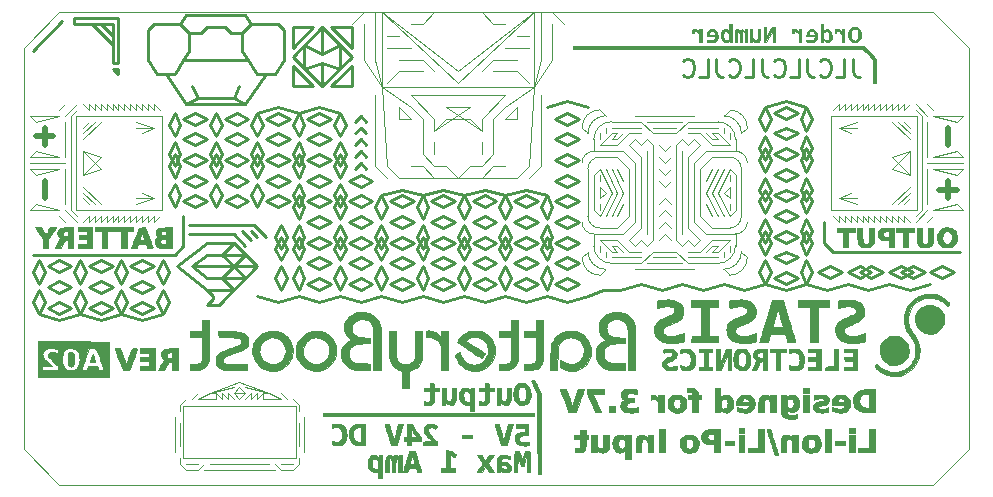
<source format=gbr>
%TF.GenerationSoftware,KiCad,Pcbnew,(5.1.10)-1*%
%TF.CreationDate,2021-06-27T16:37:14+02:00*%
%TF.ProjectId,BatteryBoost,42617474-6572-4794-926f-6f73742e6b69,rev?*%
%TF.SameCoordinates,Original*%
%TF.FileFunction,Legend,Bot*%
%TF.FilePolarity,Positive*%
%FSLAX46Y46*%
G04 Gerber Fmt 4.6, Leading zero omitted, Abs format (unit mm)*
G04 Created by KiCad (PCBNEW (5.1.10)-1) date 2021-06-27 16:37:14*
%MOMM*%
%LPD*%
G01*
G04 APERTURE LIST*
%ADD10C,0.250000*%
%ADD11C,0.500000*%
%TA.AperFunction,Profile*%
%ADD12C,0.050000*%
%TD*%
%ADD13C,0.010000*%
%ADD14C,0.120000*%
G04 APERTURE END LIST*
D10*
X50500000Y-23500000D02*
X49000000Y-23500000D01*
X50500000Y-23500000D02*
X52250000Y-23000000D01*
X47750000Y-24000000D02*
X49000000Y-23500000D01*
X54000000Y-23500000D02*
X55750000Y-23000000D01*
X52250000Y-23000000D02*
X54000000Y-23500000D01*
X57500000Y-23500000D02*
X59250000Y-23000000D01*
X55750000Y-23000000D02*
X57500000Y-23500000D01*
X61000000Y-23500000D02*
X62750000Y-23000000D01*
X59250000Y-23000000D02*
X61000000Y-23500000D01*
X42500000Y-15000000D02*
X40750000Y-15500000D01*
X44250000Y-15500000D02*
X42500000Y-15000000D01*
X39000000Y-15000000D02*
X37250000Y-15500000D01*
X40750000Y-15500000D02*
X39000000Y-15000000D01*
X35500000Y-15000000D02*
X33750000Y-15500000D01*
X37250000Y-15500000D02*
X35500000Y-15000000D01*
X32000000Y-15000000D02*
X30250000Y-15500000D01*
X33750000Y-15500000D02*
X32000000Y-15000000D01*
X28500000Y-8750000D02*
X29000000Y-9250000D01*
X28000000Y-9250000D02*
X28500000Y-8750000D01*
X28500000Y-9750000D02*
X29000000Y-10250000D01*
X28000000Y-10250000D02*
X28500000Y-9750000D01*
X28500000Y-10750000D02*
X29000000Y-11250000D01*
X28000000Y-11250000D02*
X28500000Y-10750000D01*
X28500000Y-11750000D02*
X29000000Y-12250000D01*
X28000000Y-12250000D02*
X28500000Y-11750000D01*
X28500000Y-12750000D02*
X29000000Y-13250000D01*
X28000000Y-13250000D02*
X28500000Y-12750000D01*
X27500000Y-14250000D02*
X28500000Y-14750000D01*
X29500000Y-14250000D02*
X28500000Y-13750000D01*
X28500000Y-14750000D02*
X29500000Y-14250000D01*
X28500000Y-13750000D02*
X27500000Y-14250000D01*
X21500000Y-24500000D02*
X23250000Y-24000000D01*
X19750000Y-24000000D02*
X21500000Y-24500000D01*
X3000000Y-26000000D02*
X4750000Y-25500000D01*
X1250000Y-25500000D02*
X3000000Y-26000000D01*
X6500000Y-26000000D02*
X8250000Y-25500000D01*
X4750000Y-25500000D02*
X6500000Y-26000000D01*
X10000000Y-26000000D02*
X11750000Y-25500000D01*
X8250000Y-25500000D02*
X10000000Y-26000000D01*
X21500000Y-8000000D02*
X19750000Y-8500000D01*
X23250000Y-8500000D02*
X21500000Y-8000000D01*
X25000000Y-8000000D02*
X23250000Y-8500000D01*
X26750000Y-8500000D02*
X25000000Y-8000000D01*
X46000000Y-7500000D02*
X44250000Y-8000000D01*
X47750000Y-8000000D02*
X46000000Y-7500000D01*
X64500000Y-7500000D02*
X62750000Y-8000000D01*
X66250000Y-8000000D02*
X64500000Y-7500000D01*
X75000000Y-23500000D02*
X76750000Y-23000000D01*
X73250000Y-23000000D02*
X75000000Y-23500000D01*
X71500000Y-23500000D02*
X73250000Y-23000000D01*
X69750000Y-23000000D02*
X71500000Y-23500000D01*
X68000000Y-23500000D02*
X69750000Y-23000000D01*
X66250000Y-23000000D02*
X68000000Y-23500000D01*
X64500000Y-23500000D02*
X66250000Y-23000000D01*
X62750000Y-23000000D02*
X64500000Y-23500000D01*
X46000000Y-24500000D02*
X47750000Y-24000000D01*
X44250000Y-24000000D02*
X46000000Y-24500000D01*
X42500000Y-24500000D02*
X44250000Y-24000000D01*
X40750000Y-24000000D02*
X42500000Y-24500000D01*
X39000000Y-24500000D02*
X40750000Y-24000000D01*
X37250000Y-24000000D02*
X39000000Y-24500000D01*
X35500000Y-24500000D02*
X37250000Y-24000000D01*
X33750000Y-24000000D02*
X35500000Y-24500000D01*
X32000000Y-24500000D02*
X33750000Y-24000000D01*
X30250000Y-24000000D02*
X32000000Y-24500000D01*
X28500000Y-24500000D02*
X30250000Y-24000000D01*
X26750000Y-24000000D02*
X28500000Y-24500000D01*
X25000000Y-24500000D02*
X26750000Y-24000000D01*
X23250000Y-24000000D02*
X25000000Y-24500000D01*
X74250000Y-22000000D02*
X75250000Y-22500000D01*
X77750000Y-22500000D02*
X78750000Y-22000000D01*
X74250000Y-21500000D02*
X73250000Y-22000000D01*
X74250000Y-22500000D02*
X75250000Y-22000000D01*
X75250000Y-22000000D02*
X74250000Y-21500000D01*
X73250000Y-22000000D02*
X74250000Y-22500000D01*
X75250000Y-21500000D02*
X74250000Y-22000000D01*
X76250000Y-22000000D02*
X75250000Y-21500000D01*
X78750000Y-22000000D02*
X77750000Y-21500000D01*
X75250000Y-22500000D02*
X76250000Y-22000000D01*
X76750000Y-22000000D02*
X77750000Y-22500000D01*
X77750000Y-21500000D02*
X76750000Y-22000000D01*
X71750000Y-22000000D02*
X70750000Y-21500000D01*
X68250000Y-21500000D02*
X67250000Y-22000000D01*
X71750000Y-22500000D02*
X72750000Y-22000000D01*
X71750000Y-21500000D02*
X70750000Y-22000000D01*
X70750000Y-22000000D02*
X71750000Y-22500000D01*
X72750000Y-22000000D02*
X71750000Y-21500000D01*
X70750000Y-22500000D02*
X71750000Y-22000000D01*
X69750000Y-22000000D02*
X70750000Y-22500000D01*
X67250000Y-22000000D02*
X68250000Y-22500000D01*
X70750000Y-21500000D02*
X69750000Y-22000000D01*
X69250000Y-22000000D02*
X68250000Y-21500000D01*
X68250000Y-22500000D02*
X69250000Y-22000000D01*
X21750000Y-19000000D02*
X21250000Y-20000000D01*
X21250000Y-22500000D02*
X21750000Y-23500000D01*
X22250000Y-19000000D02*
X21750000Y-18000000D01*
X21250000Y-19000000D02*
X21750000Y-20000000D01*
X21750000Y-20000000D02*
X22250000Y-19000000D01*
X21750000Y-18000000D02*
X21250000Y-19000000D01*
X22250000Y-20000000D02*
X21750000Y-19000000D01*
X21750000Y-21000000D02*
X22250000Y-20000000D01*
X21750000Y-23500000D02*
X22250000Y-22500000D01*
X21250000Y-20000000D02*
X21750000Y-21000000D01*
X21750000Y-21500000D02*
X21250000Y-22500000D01*
X22250000Y-22500000D02*
X21750000Y-21500000D01*
X47000000Y-9000000D02*
X46000000Y-8500000D01*
X46000000Y-10250000D02*
X45000000Y-10750000D01*
X45000000Y-10750000D02*
X46000000Y-11250000D01*
X47000000Y-10750000D02*
X46000000Y-10250000D01*
X46000000Y-11250000D02*
X47000000Y-10750000D01*
X46000000Y-12000000D02*
X45000000Y-12500000D01*
X45000000Y-12500000D02*
X46000000Y-13000000D01*
X46000000Y-9500000D02*
X47000000Y-9000000D01*
X46000000Y-16500000D02*
X47000000Y-16000000D01*
X45000000Y-12500000D02*
X46000000Y-13000000D01*
X47000000Y-14250000D02*
X46000000Y-13750000D01*
X46000000Y-15500000D02*
X45000000Y-16000000D01*
X45000000Y-9000000D02*
X46000000Y-9500000D01*
X46000000Y-12000000D02*
X45000000Y-12500000D01*
X45000000Y-16000000D02*
X46000000Y-16500000D01*
X46000000Y-13000000D02*
X47000000Y-12500000D01*
X46000000Y-13000000D02*
X47000000Y-12500000D01*
X46000000Y-8500000D02*
X45000000Y-9000000D01*
X45000000Y-14250000D02*
X46000000Y-14750000D01*
X47000000Y-12500000D02*
X46000000Y-12000000D01*
X47000000Y-16000000D02*
X46000000Y-15500000D01*
X47000000Y-12500000D02*
X46000000Y-12000000D01*
X46000000Y-14750000D02*
X47000000Y-14250000D01*
X46000000Y-13750000D02*
X45000000Y-14250000D01*
X47000000Y-16000000D02*
X46000000Y-15500000D01*
X46000000Y-17250000D02*
X45000000Y-17750000D01*
X45000000Y-17750000D02*
X46000000Y-18250000D01*
X47000000Y-17750000D02*
X46000000Y-17250000D01*
X46000000Y-18250000D02*
X47000000Y-17750000D01*
X46000000Y-19000000D02*
X45000000Y-19500000D01*
X45000000Y-19500000D02*
X46000000Y-20000000D01*
X46000000Y-16500000D02*
X47000000Y-16000000D01*
X46000000Y-23500000D02*
X47000000Y-23000000D01*
X45000000Y-19500000D02*
X46000000Y-20000000D01*
X47000000Y-21250000D02*
X46000000Y-20750000D01*
X46000000Y-22500000D02*
X45000000Y-23000000D01*
X45000000Y-16000000D02*
X46000000Y-16500000D01*
X46000000Y-19000000D02*
X45000000Y-19500000D01*
X45000000Y-23000000D02*
X46000000Y-23500000D01*
X46000000Y-20000000D02*
X47000000Y-19500000D01*
X46000000Y-20000000D02*
X47000000Y-19500000D01*
X46000000Y-15500000D02*
X45000000Y-16000000D01*
X45000000Y-21250000D02*
X46000000Y-21750000D01*
X47000000Y-19500000D02*
X46000000Y-19000000D01*
X47000000Y-23000000D02*
X46000000Y-22500000D01*
X47000000Y-19500000D02*
X46000000Y-19000000D01*
X46000000Y-21750000D02*
X47000000Y-21250000D01*
X46000000Y-20750000D02*
X45000000Y-21250000D01*
X64500000Y-10750000D02*
X65500000Y-10250000D01*
X65500000Y-10250000D02*
X64500000Y-9750000D01*
X63500000Y-10250000D02*
X64500000Y-10750000D01*
X64500000Y-9750000D02*
X63500000Y-10250000D01*
X65500000Y-8500000D02*
X64500000Y-8000000D01*
X66250000Y-12500000D02*
X66750000Y-11500000D01*
X62750000Y-10500000D02*
X62250000Y-11500000D01*
X62750000Y-8000000D02*
X62250000Y-9000000D01*
X64500000Y-11500000D02*
X63500000Y-12000000D01*
X66750000Y-11500000D02*
X66250000Y-10500000D01*
X62250000Y-11500000D02*
X62750000Y-12500000D01*
X62250000Y-9000000D02*
X62750000Y-10000000D01*
X62750000Y-12500000D02*
X63250000Y-11500000D01*
X64500000Y-12500000D02*
X65500000Y-12000000D01*
X65750000Y-11500000D02*
X66250000Y-12500000D01*
X66750000Y-9000000D02*
X66250000Y-8000000D01*
X63250000Y-11500000D02*
X62750000Y-10500000D01*
X66250000Y-10500000D02*
X65750000Y-11500000D01*
X66250000Y-8000000D02*
X65750000Y-9000000D01*
X66250000Y-10000000D02*
X66750000Y-9000000D01*
X64500000Y-9000000D02*
X65500000Y-8500000D01*
X64500000Y-8000000D02*
X63500000Y-8500000D01*
X63250000Y-9000000D02*
X62750000Y-8000000D01*
X65500000Y-12000000D02*
X64500000Y-11500000D01*
X65750000Y-9000000D02*
X66250000Y-10000000D01*
X63500000Y-8500000D02*
X64500000Y-9000000D01*
X62750000Y-10000000D02*
X63250000Y-9000000D01*
X63500000Y-12000000D02*
X64500000Y-12500000D01*
X64500000Y-14250000D02*
X65500000Y-13750000D01*
X65500000Y-13750000D02*
X64500000Y-13250000D01*
X63500000Y-13750000D02*
X64500000Y-14250000D01*
X64500000Y-13250000D02*
X63500000Y-13750000D01*
X65500000Y-12000000D02*
X64500000Y-11500000D01*
X66250000Y-16000000D02*
X66750000Y-15000000D01*
X62750000Y-14000000D02*
X62250000Y-15000000D01*
X62750000Y-11500000D02*
X62250000Y-12500000D01*
X64500000Y-15000000D02*
X63500000Y-15500000D01*
X66750000Y-15000000D02*
X66250000Y-14000000D01*
X62250000Y-15000000D02*
X62750000Y-16000000D01*
X62250000Y-12500000D02*
X62750000Y-13500000D01*
X62750000Y-16000000D02*
X63250000Y-15000000D01*
X64500000Y-16000000D02*
X65500000Y-15500000D01*
X65750000Y-15000000D02*
X66250000Y-16000000D01*
X66750000Y-12500000D02*
X66250000Y-11500000D01*
X63250000Y-15000000D02*
X62750000Y-14000000D01*
X66250000Y-14000000D02*
X65750000Y-15000000D01*
X66250000Y-11500000D02*
X65750000Y-12500000D01*
X66250000Y-13500000D02*
X66750000Y-12500000D01*
X64500000Y-12500000D02*
X65500000Y-12000000D01*
X64500000Y-11500000D02*
X63500000Y-12000000D01*
X63250000Y-12500000D02*
X62750000Y-11500000D01*
X65500000Y-15500000D02*
X64500000Y-15000000D01*
X65750000Y-12500000D02*
X66250000Y-13500000D01*
X63500000Y-12000000D02*
X64500000Y-12500000D01*
X62750000Y-13500000D02*
X63250000Y-12500000D01*
X63500000Y-15500000D02*
X64500000Y-16000000D01*
X64500000Y-17750000D02*
X65500000Y-17250000D01*
X65500000Y-17250000D02*
X64500000Y-16750000D01*
X63500000Y-17250000D02*
X64500000Y-17750000D01*
X64500000Y-16750000D02*
X63500000Y-17250000D01*
X65500000Y-15500000D02*
X64500000Y-15000000D01*
X66250000Y-19500000D02*
X66750000Y-18500000D01*
X62750000Y-17500000D02*
X62250000Y-18500000D01*
X62750000Y-15000000D02*
X62250000Y-16000000D01*
X64500000Y-18500000D02*
X63500000Y-19000000D01*
X66750000Y-18500000D02*
X66250000Y-17500000D01*
X62250000Y-18500000D02*
X62750000Y-19500000D01*
X62250000Y-16000000D02*
X62750000Y-17000000D01*
X62750000Y-19500000D02*
X63250000Y-18500000D01*
X64500000Y-19500000D02*
X65500000Y-19000000D01*
X65750000Y-18500000D02*
X66250000Y-19500000D01*
X66750000Y-16000000D02*
X66250000Y-15000000D01*
X63250000Y-18500000D02*
X62750000Y-17500000D01*
X66250000Y-17500000D02*
X65750000Y-18500000D01*
X66250000Y-15000000D02*
X65750000Y-16000000D01*
X66250000Y-17000000D02*
X66750000Y-16000000D01*
X64500000Y-16000000D02*
X65500000Y-15500000D01*
X64500000Y-15000000D02*
X63500000Y-15500000D01*
X63250000Y-16000000D02*
X62750000Y-15000000D01*
X65500000Y-19000000D02*
X64500000Y-18500000D01*
X65750000Y-16000000D02*
X66250000Y-17000000D01*
X63500000Y-15500000D02*
X64500000Y-16000000D01*
X62750000Y-17000000D02*
X63250000Y-16000000D01*
X63500000Y-19000000D02*
X64500000Y-19500000D01*
X64500000Y-21250000D02*
X65500000Y-20750000D01*
X65500000Y-20750000D02*
X64500000Y-20250000D01*
X63500000Y-20750000D02*
X64500000Y-21250000D01*
X64500000Y-20250000D02*
X63500000Y-20750000D01*
X65500000Y-19000000D02*
X64500000Y-18500000D01*
X66250000Y-23000000D02*
X66750000Y-22000000D01*
X62750000Y-21000000D02*
X62250000Y-22000000D01*
X62750000Y-18500000D02*
X62250000Y-19500000D01*
X64500000Y-22000000D02*
X63500000Y-22500000D01*
X66750000Y-22000000D02*
X66250000Y-21000000D01*
X62250000Y-22000000D02*
X62750000Y-23000000D01*
X62250000Y-19500000D02*
X62750000Y-20500000D01*
X62750000Y-23000000D02*
X63250000Y-22000000D01*
X64500000Y-23000000D02*
X65500000Y-22500000D01*
X65750000Y-22000000D02*
X66250000Y-23000000D01*
X66750000Y-19500000D02*
X66250000Y-18500000D01*
X63250000Y-22000000D02*
X62750000Y-21000000D01*
X66250000Y-21000000D02*
X65750000Y-22000000D01*
X66250000Y-18500000D02*
X65750000Y-19500000D01*
X66250000Y-20500000D02*
X66750000Y-19500000D01*
X64500000Y-19500000D02*
X65500000Y-19000000D01*
X64500000Y-18500000D02*
X63500000Y-19000000D01*
X63250000Y-19500000D02*
X62750000Y-18500000D01*
X65500000Y-22500000D02*
X64500000Y-22000000D01*
X65750000Y-19500000D02*
X66250000Y-20500000D01*
X63500000Y-19000000D02*
X64500000Y-19500000D01*
X62750000Y-20500000D02*
X63250000Y-19500000D01*
X63500000Y-22500000D02*
X64500000Y-23000000D01*
X28500000Y-18250000D02*
X29500000Y-17750000D01*
X29500000Y-17750000D02*
X28500000Y-17250000D01*
X27500000Y-17750000D02*
X28500000Y-18250000D01*
X28500000Y-17250000D02*
X27500000Y-17750000D01*
X29500000Y-16000000D02*
X28500000Y-15500000D01*
X30250000Y-20000000D02*
X30750000Y-19000000D01*
X26750000Y-18000000D02*
X26250000Y-19000000D01*
X26750000Y-15500000D02*
X26250000Y-16500000D01*
X28500000Y-19000000D02*
X27500000Y-19500000D01*
X30750000Y-19000000D02*
X30250000Y-18000000D01*
X26250000Y-19000000D02*
X26750000Y-20000000D01*
X26250000Y-16500000D02*
X26750000Y-17500000D01*
X26750000Y-20000000D02*
X27250000Y-19000000D01*
X28500000Y-20000000D02*
X29500000Y-19500000D01*
X29750000Y-19000000D02*
X30250000Y-20000000D01*
X30750000Y-16500000D02*
X30250000Y-15500000D01*
X27250000Y-19000000D02*
X26750000Y-18000000D01*
X30250000Y-18000000D02*
X29750000Y-19000000D01*
X30250000Y-15500000D02*
X29750000Y-16500000D01*
X30250000Y-17500000D02*
X30750000Y-16500000D01*
X28500000Y-16500000D02*
X29500000Y-16000000D01*
X28500000Y-15500000D02*
X27500000Y-16000000D01*
X27250000Y-16500000D02*
X26750000Y-15500000D01*
X29500000Y-19500000D02*
X28500000Y-19000000D01*
X29750000Y-16500000D02*
X30250000Y-17500000D01*
X27500000Y-16000000D02*
X28500000Y-16500000D01*
X26750000Y-17500000D02*
X27250000Y-16500000D01*
X27500000Y-19500000D02*
X28500000Y-20000000D01*
X32000000Y-18250000D02*
X33000000Y-17750000D01*
X33000000Y-17750000D02*
X32000000Y-17250000D01*
X31000000Y-17750000D02*
X32000000Y-18250000D01*
X32000000Y-17250000D02*
X31000000Y-17750000D01*
X33000000Y-16000000D02*
X32000000Y-15500000D01*
X33750000Y-20000000D02*
X34250000Y-19000000D01*
X30250000Y-18000000D02*
X29750000Y-19000000D01*
X30250000Y-15500000D02*
X29750000Y-16500000D01*
X32000000Y-19000000D02*
X31000000Y-19500000D01*
X34250000Y-19000000D02*
X33750000Y-18000000D01*
X29750000Y-19000000D02*
X30250000Y-20000000D01*
X29750000Y-16500000D02*
X30250000Y-17500000D01*
X30250000Y-20000000D02*
X30750000Y-19000000D01*
X32000000Y-20000000D02*
X33000000Y-19500000D01*
X33250000Y-19000000D02*
X33750000Y-20000000D01*
X34250000Y-16500000D02*
X33750000Y-15500000D01*
X30750000Y-19000000D02*
X30250000Y-18000000D01*
X33750000Y-18000000D02*
X33250000Y-19000000D01*
X33750000Y-15500000D02*
X33250000Y-16500000D01*
X33750000Y-17500000D02*
X34250000Y-16500000D01*
X32000000Y-16500000D02*
X33000000Y-16000000D01*
X32000000Y-15500000D02*
X31000000Y-16000000D01*
X30750000Y-16500000D02*
X30250000Y-15500000D01*
X33000000Y-19500000D02*
X32000000Y-19000000D01*
X33250000Y-16500000D02*
X33750000Y-17500000D01*
X31000000Y-16000000D02*
X32000000Y-16500000D01*
X30250000Y-17500000D02*
X30750000Y-16500000D01*
X31000000Y-19500000D02*
X32000000Y-20000000D01*
X35500000Y-18250000D02*
X36500000Y-17750000D01*
X36500000Y-17750000D02*
X35500000Y-17250000D01*
X34500000Y-17750000D02*
X35500000Y-18250000D01*
X35500000Y-17250000D02*
X34500000Y-17750000D01*
X36500000Y-16000000D02*
X35500000Y-15500000D01*
X37250000Y-20000000D02*
X37750000Y-19000000D01*
X33750000Y-18000000D02*
X33250000Y-19000000D01*
X33750000Y-15500000D02*
X33250000Y-16500000D01*
X35500000Y-19000000D02*
X34500000Y-19500000D01*
X37750000Y-19000000D02*
X37250000Y-18000000D01*
X33250000Y-19000000D02*
X33750000Y-20000000D01*
X33250000Y-16500000D02*
X33750000Y-17500000D01*
X33750000Y-20000000D02*
X34250000Y-19000000D01*
X35500000Y-20000000D02*
X36500000Y-19500000D01*
X36750000Y-19000000D02*
X37250000Y-20000000D01*
X37750000Y-16500000D02*
X37250000Y-15500000D01*
X34250000Y-19000000D02*
X33750000Y-18000000D01*
X37250000Y-18000000D02*
X36750000Y-19000000D01*
X37250000Y-15500000D02*
X36750000Y-16500000D01*
X37250000Y-17500000D02*
X37750000Y-16500000D01*
X35500000Y-16500000D02*
X36500000Y-16000000D01*
X35500000Y-15500000D02*
X34500000Y-16000000D01*
X34250000Y-16500000D02*
X33750000Y-15500000D01*
X36500000Y-19500000D02*
X35500000Y-19000000D01*
X36750000Y-16500000D02*
X37250000Y-17500000D01*
X34500000Y-16000000D02*
X35500000Y-16500000D01*
X33750000Y-17500000D02*
X34250000Y-16500000D01*
X34500000Y-19500000D02*
X35500000Y-20000000D01*
X39000000Y-18250000D02*
X40000000Y-17750000D01*
X40000000Y-17750000D02*
X39000000Y-17250000D01*
X38000000Y-17750000D02*
X39000000Y-18250000D01*
X39000000Y-17250000D02*
X38000000Y-17750000D01*
X40000000Y-16000000D02*
X39000000Y-15500000D01*
X40750000Y-20000000D02*
X41250000Y-19000000D01*
X37250000Y-18000000D02*
X36750000Y-19000000D01*
X37250000Y-15500000D02*
X36750000Y-16500000D01*
X39000000Y-19000000D02*
X38000000Y-19500000D01*
X41250000Y-19000000D02*
X40750000Y-18000000D01*
X36750000Y-19000000D02*
X37250000Y-20000000D01*
X36750000Y-16500000D02*
X37250000Y-17500000D01*
X37250000Y-20000000D02*
X37750000Y-19000000D01*
X39000000Y-20000000D02*
X40000000Y-19500000D01*
X40250000Y-19000000D02*
X40750000Y-20000000D01*
X41250000Y-16500000D02*
X40750000Y-15500000D01*
X37750000Y-19000000D02*
X37250000Y-18000000D01*
X40750000Y-18000000D02*
X40250000Y-19000000D01*
X40750000Y-15500000D02*
X40250000Y-16500000D01*
X40750000Y-17500000D02*
X41250000Y-16500000D01*
X39000000Y-16500000D02*
X40000000Y-16000000D01*
X39000000Y-15500000D02*
X38000000Y-16000000D01*
X37750000Y-16500000D02*
X37250000Y-15500000D01*
X40000000Y-19500000D02*
X39000000Y-19000000D01*
X40250000Y-16500000D02*
X40750000Y-17500000D01*
X38000000Y-16000000D02*
X39000000Y-16500000D01*
X37250000Y-17500000D02*
X37750000Y-16500000D01*
X38000000Y-19500000D02*
X39000000Y-20000000D01*
X42500000Y-18250000D02*
X43500000Y-17750000D01*
X43500000Y-17750000D02*
X42500000Y-17250000D01*
X41500000Y-17750000D02*
X42500000Y-18250000D01*
X42500000Y-17250000D02*
X41500000Y-17750000D01*
X43500000Y-16000000D02*
X42500000Y-15500000D01*
X44250000Y-20000000D02*
X44750000Y-19000000D01*
X40750000Y-18000000D02*
X40250000Y-19000000D01*
X40750000Y-15500000D02*
X40250000Y-16500000D01*
X42500000Y-19000000D02*
X41500000Y-19500000D01*
X44750000Y-19000000D02*
X44250000Y-18000000D01*
X40250000Y-19000000D02*
X40750000Y-20000000D01*
X40250000Y-16500000D02*
X40750000Y-17500000D01*
X40750000Y-20000000D02*
X41250000Y-19000000D01*
X42500000Y-20000000D02*
X43500000Y-19500000D01*
X43750000Y-19000000D02*
X44250000Y-20000000D01*
X44750000Y-16500000D02*
X44250000Y-15500000D01*
X41250000Y-19000000D02*
X40750000Y-18000000D01*
X44250000Y-18000000D02*
X43750000Y-19000000D01*
X44250000Y-15500000D02*
X43750000Y-16500000D01*
X44250000Y-17500000D02*
X44750000Y-16500000D01*
X42500000Y-16500000D02*
X43500000Y-16000000D01*
X42500000Y-15500000D02*
X41500000Y-16000000D01*
X41250000Y-16500000D02*
X40750000Y-15500000D01*
X43500000Y-19500000D02*
X42500000Y-19000000D01*
X43750000Y-16500000D02*
X44250000Y-17500000D01*
X41500000Y-16000000D02*
X42500000Y-16500000D01*
X40750000Y-17500000D02*
X41250000Y-16500000D01*
X41500000Y-19500000D02*
X42500000Y-20000000D01*
X42500000Y-21750000D02*
X43500000Y-21250000D01*
X43500000Y-21250000D02*
X42500000Y-20750000D01*
X41500000Y-21250000D02*
X42500000Y-21750000D01*
X42500000Y-20750000D02*
X41500000Y-21250000D01*
X43500000Y-19500000D02*
X42500000Y-19000000D01*
X44250000Y-23500000D02*
X44750000Y-22500000D01*
X40750000Y-21500000D02*
X40250000Y-22500000D01*
X40750000Y-19000000D02*
X40250000Y-20000000D01*
X42500000Y-22500000D02*
X41500000Y-23000000D01*
X44750000Y-22500000D02*
X44250000Y-21500000D01*
X40250000Y-22500000D02*
X40750000Y-23500000D01*
X40250000Y-20000000D02*
X40750000Y-21000000D01*
X40750000Y-23500000D02*
X41250000Y-22500000D01*
X42500000Y-23500000D02*
X43500000Y-23000000D01*
X43750000Y-22500000D02*
X44250000Y-23500000D01*
X44750000Y-20000000D02*
X44250000Y-19000000D01*
X41250000Y-22500000D02*
X40750000Y-21500000D01*
X44250000Y-21500000D02*
X43750000Y-22500000D01*
X44250000Y-19000000D02*
X43750000Y-20000000D01*
X44250000Y-21000000D02*
X44750000Y-20000000D01*
X42500000Y-20000000D02*
X43500000Y-19500000D01*
X42500000Y-19000000D02*
X41500000Y-19500000D01*
X41250000Y-20000000D02*
X40750000Y-19000000D01*
X43500000Y-23000000D02*
X42500000Y-22500000D01*
X43750000Y-20000000D02*
X44250000Y-21000000D01*
X41500000Y-19500000D02*
X42500000Y-20000000D01*
X40750000Y-21000000D02*
X41250000Y-20000000D01*
X41500000Y-23000000D02*
X42500000Y-23500000D01*
X39000000Y-21750000D02*
X40000000Y-21250000D01*
X40000000Y-21250000D02*
X39000000Y-20750000D01*
X38000000Y-21250000D02*
X39000000Y-21750000D01*
X39000000Y-20750000D02*
X38000000Y-21250000D01*
X40000000Y-19500000D02*
X39000000Y-19000000D01*
X40750000Y-23500000D02*
X41250000Y-22500000D01*
X37250000Y-21500000D02*
X36750000Y-22500000D01*
X37250000Y-19000000D02*
X36750000Y-20000000D01*
X39000000Y-22500000D02*
X38000000Y-23000000D01*
X41250000Y-22500000D02*
X40750000Y-21500000D01*
X36750000Y-22500000D02*
X37250000Y-23500000D01*
X36750000Y-20000000D02*
X37250000Y-21000000D01*
X37250000Y-23500000D02*
X37750000Y-22500000D01*
X39000000Y-23500000D02*
X40000000Y-23000000D01*
X40250000Y-22500000D02*
X40750000Y-23500000D01*
X41250000Y-20000000D02*
X40750000Y-19000000D01*
X37750000Y-22500000D02*
X37250000Y-21500000D01*
X40750000Y-21500000D02*
X40250000Y-22500000D01*
X40750000Y-19000000D02*
X40250000Y-20000000D01*
X40750000Y-21000000D02*
X41250000Y-20000000D01*
X39000000Y-20000000D02*
X40000000Y-19500000D01*
X39000000Y-19000000D02*
X38000000Y-19500000D01*
X37750000Y-20000000D02*
X37250000Y-19000000D01*
X40000000Y-23000000D02*
X39000000Y-22500000D01*
X40250000Y-20000000D02*
X40750000Y-21000000D01*
X38000000Y-19500000D02*
X39000000Y-20000000D01*
X37250000Y-21000000D02*
X37750000Y-20000000D01*
X38000000Y-23000000D02*
X39000000Y-23500000D01*
X35500000Y-21750000D02*
X36500000Y-21250000D01*
X36500000Y-21250000D02*
X35500000Y-20750000D01*
X34500000Y-21250000D02*
X35500000Y-21750000D01*
X35500000Y-20750000D02*
X34500000Y-21250000D01*
X36500000Y-19500000D02*
X35500000Y-19000000D01*
X37250000Y-23500000D02*
X37750000Y-22500000D01*
X33750000Y-21500000D02*
X33250000Y-22500000D01*
X33750000Y-19000000D02*
X33250000Y-20000000D01*
X35500000Y-22500000D02*
X34500000Y-23000000D01*
X37750000Y-22500000D02*
X37250000Y-21500000D01*
X33250000Y-22500000D02*
X33750000Y-23500000D01*
X33250000Y-20000000D02*
X33750000Y-21000000D01*
X33750000Y-23500000D02*
X34250000Y-22500000D01*
X35500000Y-23500000D02*
X36500000Y-23000000D01*
X36750000Y-22500000D02*
X37250000Y-23500000D01*
X37750000Y-20000000D02*
X37250000Y-19000000D01*
X34250000Y-22500000D02*
X33750000Y-21500000D01*
X37250000Y-21500000D02*
X36750000Y-22500000D01*
X37250000Y-19000000D02*
X36750000Y-20000000D01*
X37250000Y-21000000D02*
X37750000Y-20000000D01*
X35500000Y-20000000D02*
X36500000Y-19500000D01*
X35500000Y-19000000D02*
X34500000Y-19500000D01*
X34250000Y-20000000D02*
X33750000Y-19000000D01*
X36500000Y-23000000D02*
X35500000Y-22500000D01*
X36750000Y-20000000D02*
X37250000Y-21000000D01*
X34500000Y-19500000D02*
X35500000Y-20000000D01*
X33750000Y-21000000D02*
X34250000Y-20000000D01*
X34500000Y-23000000D02*
X35500000Y-23500000D01*
X32000000Y-21750000D02*
X33000000Y-21250000D01*
X33000000Y-21250000D02*
X32000000Y-20750000D01*
X31000000Y-21250000D02*
X32000000Y-21750000D01*
X32000000Y-20750000D02*
X31000000Y-21250000D01*
X33000000Y-19500000D02*
X32000000Y-19000000D01*
X33750000Y-23500000D02*
X34250000Y-22500000D01*
X30250000Y-21500000D02*
X29750000Y-22500000D01*
X30250000Y-19000000D02*
X29750000Y-20000000D01*
X32000000Y-22500000D02*
X31000000Y-23000000D01*
X34250000Y-22500000D02*
X33750000Y-21500000D01*
X29750000Y-22500000D02*
X30250000Y-23500000D01*
X29750000Y-20000000D02*
X30250000Y-21000000D01*
X30250000Y-23500000D02*
X30750000Y-22500000D01*
X32000000Y-23500000D02*
X33000000Y-23000000D01*
X33250000Y-22500000D02*
X33750000Y-23500000D01*
X34250000Y-20000000D02*
X33750000Y-19000000D01*
X30750000Y-22500000D02*
X30250000Y-21500000D01*
X33750000Y-21500000D02*
X33250000Y-22500000D01*
X33750000Y-19000000D02*
X33250000Y-20000000D01*
X33750000Y-21000000D02*
X34250000Y-20000000D01*
X32000000Y-20000000D02*
X33000000Y-19500000D01*
X32000000Y-19000000D02*
X31000000Y-19500000D01*
X30750000Y-20000000D02*
X30250000Y-19000000D01*
X33000000Y-23000000D02*
X32000000Y-22500000D01*
X33250000Y-20000000D02*
X33750000Y-21000000D01*
X31000000Y-19500000D02*
X32000000Y-20000000D01*
X30250000Y-21000000D02*
X30750000Y-20000000D01*
X31000000Y-23000000D02*
X32000000Y-23500000D01*
X28500000Y-21750000D02*
X29500000Y-21250000D01*
X29500000Y-21250000D02*
X28500000Y-20750000D01*
X27500000Y-21250000D02*
X28500000Y-21750000D01*
X28500000Y-20750000D02*
X27500000Y-21250000D01*
X29500000Y-19500000D02*
X28500000Y-19000000D01*
X30250000Y-23500000D02*
X30750000Y-22500000D01*
X26750000Y-21500000D02*
X26250000Y-22500000D01*
X26750000Y-19000000D02*
X26250000Y-20000000D01*
X28500000Y-22500000D02*
X27500000Y-23000000D01*
X30750000Y-22500000D02*
X30250000Y-21500000D01*
X26250000Y-22500000D02*
X26750000Y-23500000D01*
X26250000Y-20000000D02*
X26750000Y-21000000D01*
X26750000Y-23500000D02*
X27250000Y-22500000D01*
X28500000Y-23500000D02*
X29500000Y-23000000D01*
X29750000Y-22500000D02*
X30250000Y-23500000D01*
X30750000Y-20000000D02*
X30250000Y-19000000D01*
X27250000Y-22500000D02*
X26750000Y-21500000D01*
X30250000Y-21500000D02*
X29750000Y-22500000D01*
X30250000Y-19000000D02*
X29750000Y-20000000D01*
X30250000Y-21000000D02*
X30750000Y-20000000D01*
X28500000Y-20000000D02*
X29500000Y-19500000D01*
X28500000Y-19000000D02*
X27500000Y-19500000D01*
X27250000Y-20000000D02*
X26750000Y-19000000D01*
X29500000Y-23000000D02*
X28500000Y-22500000D01*
X29750000Y-20000000D02*
X30250000Y-21000000D01*
X27500000Y-19500000D02*
X28500000Y-20000000D01*
X26750000Y-21000000D02*
X27250000Y-20000000D01*
X27500000Y-23000000D02*
X28500000Y-23500000D01*
X25000000Y-21750000D02*
X26000000Y-21250000D01*
X26000000Y-21250000D02*
X25000000Y-20750000D01*
X24000000Y-21250000D02*
X25000000Y-21750000D01*
X25000000Y-20750000D02*
X24000000Y-21250000D01*
X26000000Y-19500000D02*
X25000000Y-19000000D01*
X26750000Y-23500000D02*
X27250000Y-22500000D01*
X23250000Y-21500000D02*
X22750000Y-22500000D01*
X23250000Y-19000000D02*
X22750000Y-20000000D01*
X25000000Y-22500000D02*
X24000000Y-23000000D01*
X27250000Y-22500000D02*
X26750000Y-21500000D01*
X22750000Y-22500000D02*
X23250000Y-23500000D01*
X22750000Y-20000000D02*
X23250000Y-21000000D01*
X23250000Y-23500000D02*
X23750000Y-22500000D01*
X25000000Y-23500000D02*
X26000000Y-23000000D01*
X26250000Y-22500000D02*
X26750000Y-23500000D01*
X27250000Y-20000000D02*
X26750000Y-19000000D01*
X23750000Y-22500000D02*
X23250000Y-21500000D01*
X26750000Y-21500000D02*
X26250000Y-22500000D01*
X26750000Y-19000000D02*
X26250000Y-20000000D01*
X26750000Y-21000000D02*
X27250000Y-20000000D01*
X25000000Y-20000000D02*
X26000000Y-19500000D01*
X25000000Y-19000000D02*
X24000000Y-19500000D01*
X23750000Y-20000000D02*
X23250000Y-19000000D01*
X26000000Y-23000000D02*
X25000000Y-22500000D01*
X26250000Y-20000000D02*
X26750000Y-21000000D01*
X24000000Y-19500000D02*
X25000000Y-20000000D01*
X23250000Y-21000000D02*
X23750000Y-20000000D01*
X24000000Y-23000000D02*
X25000000Y-23500000D01*
X25000000Y-18250000D02*
X26000000Y-17750000D01*
X26000000Y-17750000D02*
X25000000Y-17250000D01*
X24000000Y-17750000D02*
X25000000Y-18250000D01*
X25000000Y-17250000D02*
X24000000Y-17750000D01*
X26000000Y-16000000D02*
X25000000Y-15500000D01*
X26750000Y-20000000D02*
X27250000Y-19000000D01*
X23250000Y-18000000D02*
X22750000Y-19000000D01*
X23250000Y-15500000D02*
X22750000Y-16500000D01*
X25000000Y-19000000D02*
X24000000Y-19500000D01*
X27250000Y-19000000D02*
X26750000Y-18000000D01*
X22750000Y-19000000D02*
X23250000Y-20000000D01*
X22750000Y-16500000D02*
X23250000Y-17500000D01*
X23250000Y-20000000D02*
X23750000Y-19000000D01*
X25000000Y-20000000D02*
X26000000Y-19500000D01*
X26250000Y-19000000D02*
X26750000Y-20000000D01*
X27250000Y-16500000D02*
X26750000Y-15500000D01*
X23750000Y-19000000D02*
X23250000Y-18000000D01*
X26750000Y-18000000D02*
X26250000Y-19000000D01*
X26750000Y-15500000D02*
X26250000Y-16500000D01*
X26750000Y-17500000D02*
X27250000Y-16500000D01*
X25000000Y-16500000D02*
X26000000Y-16000000D01*
X25000000Y-15500000D02*
X24000000Y-16000000D01*
X23750000Y-16500000D02*
X23250000Y-15500000D01*
X26000000Y-19500000D02*
X25000000Y-19000000D01*
X26250000Y-16500000D02*
X26750000Y-17500000D01*
X24000000Y-16000000D02*
X25000000Y-16500000D01*
X23250000Y-17500000D02*
X23750000Y-16500000D01*
X24000000Y-19500000D02*
X25000000Y-20000000D01*
X14500000Y-14750000D02*
X15500000Y-14250000D01*
X15500000Y-14250000D02*
X14500000Y-13750000D01*
X13500000Y-14250000D02*
X14500000Y-14750000D01*
X14500000Y-13750000D02*
X13500000Y-14250000D01*
X15500000Y-12500000D02*
X14500000Y-12000000D01*
X16250000Y-16500000D02*
X16750000Y-15500000D01*
X12750000Y-14500000D02*
X12250000Y-15500000D01*
X12750000Y-12000000D02*
X12250000Y-13000000D01*
X14500000Y-15500000D02*
X13500000Y-16000000D01*
X16750000Y-15500000D02*
X16250000Y-14500000D01*
X12250000Y-15500000D02*
X12750000Y-16500000D01*
X12250000Y-13000000D02*
X12750000Y-14000000D01*
X12750000Y-16500000D02*
X13250000Y-15500000D01*
X14500000Y-16500000D02*
X15500000Y-16000000D01*
X15750000Y-15500000D02*
X16250000Y-16500000D01*
X16750000Y-13000000D02*
X16250000Y-12000000D01*
X13250000Y-15500000D02*
X12750000Y-14500000D01*
X16250000Y-14500000D02*
X15750000Y-15500000D01*
X16250000Y-12000000D02*
X15750000Y-13000000D01*
X16250000Y-14000000D02*
X16750000Y-13000000D01*
X14500000Y-13000000D02*
X15500000Y-12500000D01*
X14500000Y-12000000D02*
X13500000Y-12500000D01*
X13250000Y-13000000D02*
X12750000Y-12000000D01*
X15500000Y-16000000D02*
X14500000Y-15500000D01*
X15750000Y-13000000D02*
X16250000Y-14000000D01*
X13500000Y-12500000D02*
X14500000Y-13000000D01*
X12750000Y-14000000D02*
X13250000Y-13000000D01*
X13500000Y-16000000D02*
X14500000Y-16500000D01*
X18000000Y-14750000D02*
X19000000Y-14250000D01*
X19000000Y-14250000D02*
X18000000Y-13750000D01*
X17000000Y-14250000D02*
X18000000Y-14750000D01*
X18000000Y-13750000D02*
X17000000Y-14250000D01*
X19000000Y-12500000D02*
X18000000Y-12000000D01*
X19750000Y-16500000D02*
X20250000Y-15500000D01*
X16250000Y-14500000D02*
X15750000Y-15500000D01*
X16250000Y-12000000D02*
X15750000Y-13000000D01*
X18000000Y-15500000D02*
X17000000Y-16000000D01*
X20250000Y-15500000D02*
X19750000Y-14500000D01*
X15750000Y-15500000D02*
X16250000Y-16500000D01*
X15750000Y-13000000D02*
X16250000Y-14000000D01*
X16250000Y-16500000D02*
X16750000Y-15500000D01*
X18000000Y-16500000D02*
X19000000Y-16000000D01*
X19250000Y-15500000D02*
X19750000Y-16500000D01*
X20250000Y-13000000D02*
X19750000Y-12000000D01*
X16750000Y-15500000D02*
X16250000Y-14500000D01*
X19750000Y-14500000D02*
X19250000Y-15500000D01*
X19750000Y-12000000D02*
X19250000Y-13000000D01*
X19750000Y-14000000D02*
X20250000Y-13000000D01*
X18000000Y-13000000D02*
X19000000Y-12500000D01*
X18000000Y-12000000D02*
X17000000Y-12500000D01*
X16750000Y-13000000D02*
X16250000Y-12000000D01*
X19000000Y-16000000D02*
X18000000Y-15500000D01*
X19250000Y-13000000D02*
X19750000Y-14000000D01*
X17000000Y-12500000D02*
X18000000Y-13000000D01*
X16250000Y-14000000D02*
X16750000Y-13000000D01*
X17000000Y-16000000D02*
X18000000Y-16500000D01*
X21500000Y-14750000D02*
X22500000Y-14250000D01*
X22500000Y-14250000D02*
X21500000Y-13750000D01*
X20500000Y-14250000D02*
X21500000Y-14750000D01*
X21500000Y-13750000D02*
X20500000Y-14250000D01*
X22500000Y-12500000D02*
X21500000Y-12000000D01*
X23250000Y-16500000D02*
X23750000Y-15500000D01*
X19750000Y-14500000D02*
X19250000Y-15500000D01*
X19750000Y-12000000D02*
X19250000Y-13000000D01*
X21500000Y-15500000D02*
X20500000Y-16000000D01*
X23750000Y-15500000D02*
X23250000Y-14500000D01*
X19250000Y-15500000D02*
X19750000Y-16500000D01*
X19250000Y-13000000D02*
X19750000Y-14000000D01*
X19750000Y-16500000D02*
X20250000Y-15500000D01*
X21500000Y-16500000D02*
X22500000Y-16000000D01*
X22750000Y-15500000D02*
X23250000Y-16500000D01*
X23750000Y-13000000D02*
X23250000Y-12000000D01*
X20250000Y-15500000D02*
X19750000Y-14500000D01*
X23250000Y-14500000D02*
X22750000Y-15500000D01*
X23250000Y-12000000D02*
X22750000Y-13000000D01*
X23250000Y-14000000D02*
X23750000Y-13000000D01*
X21500000Y-13000000D02*
X22500000Y-12500000D01*
X21500000Y-12000000D02*
X20500000Y-12500000D01*
X20250000Y-13000000D02*
X19750000Y-12000000D01*
X22500000Y-16000000D02*
X21500000Y-15500000D01*
X22750000Y-13000000D02*
X23250000Y-14000000D01*
X20500000Y-12500000D02*
X21500000Y-13000000D01*
X19750000Y-14000000D02*
X20250000Y-13000000D01*
X20500000Y-16000000D02*
X21500000Y-16500000D01*
X25000000Y-14750000D02*
X26000000Y-14250000D01*
X26000000Y-14250000D02*
X25000000Y-13750000D01*
X24000000Y-14250000D02*
X25000000Y-14750000D01*
X25000000Y-13750000D02*
X24000000Y-14250000D01*
X26000000Y-12500000D02*
X25000000Y-12000000D01*
X26750000Y-16500000D02*
X27250000Y-15500000D01*
X23250000Y-14500000D02*
X22750000Y-15500000D01*
X23250000Y-12000000D02*
X22750000Y-13000000D01*
X25000000Y-15500000D02*
X24000000Y-16000000D01*
X27250000Y-15500000D02*
X26750000Y-14500000D01*
X22750000Y-15500000D02*
X23250000Y-16500000D01*
X22750000Y-13000000D02*
X23250000Y-14000000D01*
X23250000Y-16500000D02*
X23750000Y-15500000D01*
X25000000Y-16500000D02*
X26000000Y-16000000D01*
X26250000Y-15500000D02*
X26750000Y-16500000D01*
X27250000Y-13000000D02*
X26750000Y-12000000D01*
X23750000Y-15500000D02*
X23250000Y-14500000D01*
X26750000Y-14500000D02*
X26250000Y-15500000D01*
X26750000Y-12000000D02*
X26250000Y-13000000D01*
X26750000Y-14000000D02*
X27250000Y-13000000D01*
X25000000Y-13000000D02*
X26000000Y-12500000D01*
X25000000Y-12000000D02*
X24000000Y-12500000D01*
X23750000Y-13000000D02*
X23250000Y-12000000D01*
X26000000Y-16000000D02*
X25000000Y-15500000D01*
X26250000Y-13000000D02*
X26750000Y-14000000D01*
X24000000Y-12500000D02*
X25000000Y-13000000D01*
X23250000Y-14000000D02*
X23750000Y-13000000D01*
X24000000Y-16000000D02*
X25000000Y-16500000D01*
X25000000Y-11250000D02*
X26000000Y-10750000D01*
X26000000Y-10750000D02*
X25000000Y-10250000D01*
X24000000Y-10750000D02*
X25000000Y-11250000D01*
X25000000Y-10250000D02*
X24000000Y-10750000D01*
X26000000Y-9000000D02*
X25000000Y-8500000D01*
X26750000Y-13000000D02*
X27250000Y-12000000D01*
X23250000Y-11000000D02*
X22750000Y-12000000D01*
X23250000Y-8500000D02*
X22750000Y-9500000D01*
X25000000Y-12000000D02*
X24000000Y-12500000D01*
X27250000Y-12000000D02*
X26750000Y-11000000D01*
X22750000Y-12000000D02*
X23250000Y-13000000D01*
X22750000Y-9500000D02*
X23250000Y-10500000D01*
X23250000Y-13000000D02*
X23750000Y-12000000D01*
X25000000Y-13000000D02*
X26000000Y-12500000D01*
X26250000Y-12000000D02*
X26750000Y-13000000D01*
X27250000Y-9500000D02*
X26750000Y-8500000D01*
X23750000Y-12000000D02*
X23250000Y-11000000D01*
X26750000Y-11000000D02*
X26250000Y-12000000D01*
X26750000Y-8500000D02*
X26250000Y-9500000D01*
X26750000Y-10500000D02*
X27250000Y-9500000D01*
X25000000Y-9500000D02*
X26000000Y-9000000D01*
X25000000Y-8500000D02*
X24000000Y-9000000D01*
X23750000Y-9500000D02*
X23250000Y-8500000D01*
X26000000Y-12500000D02*
X25000000Y-12000000D01*
X26250000Y-9500000D02*
X26750000Y-10500000D01*
X24000000Y-9000000D02*
X25000000Y-9500000D01*
X23250000Y-10500000D02*
X23750000Y-9500000D01*
X24000000Y-12500000D02*
X25000000Y-13000000D01*
X21500000Y-11250000D02*
X22500000Y-10750000D01*
X22500000Y-10750000D02*
X21500000Y-10250000D01*
X20500000Y-10750000D02*
X21500000Y-11250000D01*
X21500000Y-10250000D02*
X20500000Y-10750000D01*
X22500000Y-9000000D02*
X21500000Y-8500000D01*
X23250000Y-13000000D02*
X23750000Y-12000000D01*
X19750000Y-11000000D02*
X19250000Y-12000000D01*
X19750000Y-8500000D02*
X19250000Y-9500000D01*
X21500000Y-12000000D02*
X20500000Y-12500000D01*
X23750000Y-12000000D02*
X23250000Y-11000000D01*
X19250000Y-12000000D02*
X19750000Y-13000000D01*
X19250000Y-9500000D02*
X19750000Y-10500000D01*
X19750000Y-13000000D02*
X20250000Y-12000000D01*
X21500000Y-13000000D02*
X22500000Y-12500000D01*
X22750000Y-12000000D02*
X23250000Y-13000000D01*
X23750000Y-9500000D02*
X23250000Y-8500000D01*
X20250000Y-12000000D02*
X19750000Y-11000000D01*
X23250000Y-11000000D02*
X22750000Y-12000000D01*
X23250000Y-8500000D02*
X22750000Y-9500000D01*
X23250000Y-10500000D02*
X23750000Y-9500000D01*
X21500000Y-9500000D02*
X22500000Y-9000000D01*
X21500000Y-8500000D02*
X20500000Y-9000000D01*
X20250000Y-9500000D02*
X19750000Y-8500000D01*
X22500000Y-12500000D02*
X21500000Y-12000000D01*
X22750000Y-9500000D02*
X23250000Y-10500000D01*
X20500000Y-9000000D02*
X21500000Y-9500000D01*
X19750000Y-10500000D02*
X20250000Y-9500000D01*
X20500000Y-12500000D02*
X21500000Y-13000000D01*
X18000000Y-11250000D02*
X19000000Y-10750000D01*
X19000000Y-10750000D02*
X18000000Y-10250000D01*
X17000000Y-10750000D02*
X18000000Y-11250000D01*
X18000000Y-10250000D02*
X17000000Y-10750000D01*
X19000000Y-9000000D02*
X18000000Y-8500000D01*
X19750000Y-13000000D02*
X20250000Y-12000000D01*
X16250000Y-11000000D02*
X15750000Y-12000000D01*
X16250000Y-8500000D02*
X15750000Y-9500000D01*
X18000000Y-12000000D02*
X17000000Y-12500000D01*
X20250000Y-12000000D02*
X19750000Y-11000000D01*
X15750000Y-12000000D02*
X16250000Y-13000000D01*
X15750000Y-9500000D02*
X16250000Y-10500000D01*
X16250000Y-13000000D02*
X16750000Y-12000000D01*
X18000000Y-13000000D02*
X19000000Y-12500000D01*
X19250000Y-12000000D02*
X19750000Y-13000000D01*
X20250000Y-9500000D02*
X19750000Y-8500000D01*
X16750000Y-12000000D02*
X16250000Y-11000000D01*
X19750000Y-11000000D02*
X19250000Y-12000000D01*
X19750000Y-8500000D02*
X19250000Y-9500000D01*
X19750000Y-10500000D02*
X20250000Y-9500000D01*
X18000000Y-9500000D02*
X19000000Y-9000000D01*
X18000000Y-8500000D02*
X17000000Y-9000000D01*
X16750000Y-9500000D02*
X16250000Y-8500000D01*
X19000000Y-12500000D02*
X18000000Y-12000000D01*
X19250000Y-9500000D02*
X19750000Y-10500000D01*
X17000000Y-9000000D02*
X18000000Y-9500000D01*
X16250000Y-10500000D02*
X16750000Y-9500000D01*
X17000000Y-12500000D02*
X18000000Y-13000000D01*
X14500000Y-11250000D02*
X15500000Y-10750000D01*
X15500000Y-10750000D02*
X14500000Y-10250000D01*
X13500000Y-10750000D02*
X14500000Y-11250000D01*
X14500000Y-10250000D02*
X13500000Y-10750000D01*
X15500000Y-9000000D02*
X14500000Y-8500000D01*
X16250000Y-13000000D02*
X16750000Y-12000000D01*
X12750000Y-11000000D02*
X12250000Y-12000000D01*
X12750000Y-8500000D02*
X12250000Y-9500000D01*
X14500000Y-12000000D02*
X13500000Y-12500000D01*
X16750000Y-12000000D02*
X16250000Y-11000000D01*
X12250000Y-12000000D02*
X12750000Y-13000000D01*
X12250000Y-9500000D02*
X12750000Y-10500000D01*
X12750000Y-13000000D02*
X13250000Y-12000000D01*
X14500000Y-13000000D02*
X15500000Y-12500000D01*
X15750000Y-12000000D02*
X16250000Y-13000000D01*
X16750000Y-9500000D02*
X16250000Y-8500000D01*
X13250000Y-12000000D02*
X12750000Y-11000000D01*
X16250000Y-11000000D02*
X15750000Y-12000000D01*
X16250000Y-8500000D02*
X15750000Y-9500000D01*
X16250000Y-10500000D02*
X16750000Y-9500000D01*
X14500000Y-9500000D02*
X15500000Y-9000000D01*
X14500000Y-8500000D02*
X13500000Y-9000000D01*
X13250000Y-9500000D02*
X12750000Y-8500000D01*
X15500000Y-12500000D02*
X14500000Y-12000000D01*
X15750000Y-9500000D02*
X16250000Y-10500000D01*
X13500000Y-9000000D02*
X14500000Y-9500000D01*
X12750000Y-10500000D02*
X13250000Y-9500000D01*
X13500000Y-12500000D02*
X14500000Y-13000000D01*
X10000000Y-23750000D02*
X11000000Y-23250000D01*
X11000000Y-23250000D02*
X10000000Y-22750000D01*
X9000000Y-23250000D02*
X10000000Y-23750000D01*
X10000000Y-22750000D02*
X9000000Y-23250000D01*
X11000000Y-21500000D02*
X10000000Y-21000000D01*
X11750000Y-25500000D02*
X12250000Y-24500000D01*
X8250000Y-23500000D02*
X7750000Y-24500000D01*
X8250000Y-21000000D02*
X7750000Y-22000000D01*
X10000000Y-24500000D02*
X9000000Y-25000000D01*
X12250000Y-24500000D02*
X11750000Y-23500000D01*
X7750000Y-24500000D02*
X8250000Y-25500000D01*
X7750000Y-22000000D02*
X8250000Y-23000000D01*
X8250000Y-25500000D02*
X8750000Y-24500000D01*
X10000000Y-25500000D02*
X11000000Y-25000000D01*
X11250000Y-24500000D02*
X11750000Y-25500000D01*
X12250000Y-22000000D02*
X11750000Y-21000000D01*
X8750000Y-24500000D02*
X8250000Y-23500000D01*
X11750000Y-23500000D02*
X11250000Y-24500000D01*
X11750000Y-21000000D02*
X11250000Y-22000000D01*
X11750000Y-23000000D02*
X12250000Y-22000000D01*
X10000000Y-22000000D02*
X11000000Y-21500000D01*
X10000000Y-21000000D02*
X9000000Y-21500000D01*
X8750000Y-22000000D02*
X8250000Y-21000000D01*
X11000000Y-25000000D02*
X10000000Y-24500000D01*
X11250000Y-22000000D02*
X11750000Y-23000000D01*
X9000000Y-21500000D02*
X10000000Y-22000000D01*
X8250000Y-23000000D02*
X8750000Y-22000000D01*
X9000000Y-25000000D02*
X10000000Y-25500000D01*
X6500000Y-23750000D02*
X7500000Y-23250000D01*
X7500000Y-23250000D02*
X6500000Y-22750000D01*
X5500000Y-23250000D02*
X6500000Y-23750000D01*
X6500000Y-22750000D02*
X5500000Y-23250000D01*
X7500000Y-21500000D02*
X6500000Y-21000000D01*
X8250000Y-25500000D02*
X8750000Y-24500000D01*
X4750000Y-23500000D02*
X4250000Y-24500000D01*
X4750000Y-21000000D02*
X4250000Y-22000000D01*
X6500000Y-24500000D02*
X5500000Y-25000000D01*
X8750000Y-24500000D02*
X8250000Y-23500000D01*
X4250000Y-24500000D02*
X4750000Y-25500000D01*
X4250000Y-22000000D02*
X4750000Y-23000000D01*
X4750000Y-25500000D02*
X5250000Y-24500000D01*
X6500000Y-25500000D02*
X7500000Y-25000000D01*
X7750000Y-24500000D02*
X8250000Y-25500000D01*
X8750000Y-22000000D02*
X8250000Y-21000000D01*
X5250000Y-24500000D02*
X4750000Y-23500000D01*
X8250000Y-23500000D02*
X7750000Y-24500000D01*
X8250000Y-21000000D02*
X7750000Y-22000000D01*
X8250000Y-23000000D02*
X8750000Y-22000000D01*
X6500000Y-22000000D02*
X7500000Y-21500000D01*
X6500000Y-21000000D02*
X5500000Y-21500000D01*
X5250000Y-22000000D02*
X4750000Y-21000000D01*
X7500000Y-25000000D02*
X6500000Y-24500000D01*
X7750000Y-22000000D02*
X8250000Y-23000000D01*
X5500000Y-21500000D02*
X6500000Y-22000000D01*
X4750000Y-23000000D02*
X5250000Y-22000000D01*
X5500000Y-25000000D02*
X6500000Y-25500000D01*
X3000000Y-22750000D02*
X2000000Y-23250000D01*
X3000000Y-23750000D02*
X4000000Y-23250000D01*
X4000000Y-23250000D02*
X3000000Y-22750000D01*
X2000000Y-23250000D02*
X3000000Y-23750000D01*
X2000000Y-25000000D02*
X3000000Y-25500000D01*
X4750000Y-25500000D02*
X5250000Y-24500000D01*
X5250000Y-24500000D02*
X4750000Y-23500000D01*
X750000Y-24500000D02*
X1250000Y-25500000D01*
X1250000Y-25500000D02*
X1750000Y-24500000D01*
X1250000Y-23500000D02*
X750000Y-24500000D01*
X3000000Y-24500000D02*
X2000000Y-25000000D01*
X3000000Y-25500000D02*
X4000000Y-25000000D01*
X4250000Y-24500000D02*
X4750000Y-25500000D01*
X1750000Y-24500000D02*
X1250000Y-23500000D01*
X4000000Y-25000000D02*
X3000000Y-24500000D01*
X4750000Y-23500000D02*
X4250000Y-24500000D01*
X4750000Y-21000000D02*
X4250000Y-22000000D01*
X4250000Y-22000000D02*
X4750000Y-23000000D01*
X5250000Y-22000000D02*
X4750000Y-21000000D01*
X4750000Y-23000000D02*
X5250000Y-22000000D01*
X4000000Y-21500000D02*
X3000000Y-21000000D01*
X3000000Y-21000000D02*
X2000000Y-21500000D01*
X3000000Y-22000000D02*
X4000000Y-21500000D01*
X2000000Y-21500000D02*
X3000000Y-22000000D01*
X1750000Y-22000000D02*
X1250000Y-21000000D01*
X1250000Y-23000000D02*
X1750000Y-22000000D01*
X750000Y-22000000D02*
X1250000Y-23000000D01*
X1250000Y-21000000D02*
X750000Y-22000000D01*
X17750000Y-18750000D02*
X14000000Y-18750000D01*
X18750000Y-19750000D02*
X17750000Y-18750000D01*
X18500000Y-18500000D02*
X19250000Y-19250000D01*
X19750000Y-19000000D02*
X19250000Y-18500000D01*
X19500000Y-18000000D02*
X20500000Y-19000000D01*
X14000000Y-18000000D02*
X19500000Y-18000000D01*
X13000000Y-21500000D02*
X15500000Y-23500000D01*
X15500000Y-19500000D02*
X13000000Y-21500000D01*
X15500000Y-20500000D02*
X14250000Y-21500000D01*
X15500000Y-21500000D02*
X14250000Y-21500000D01*
X15500000Y-22500000D02*
X14250000Y-21500000D01*
X18750000Y-22500000D02*
X15500000Y-22500000D01*
X15500000Y-20500000D02*
X18750000Y-20500000D01*
X19750000Y-21500000D02*
X15500000Y-21500000D01*
X18750000Y-22500000D02*
X17750000Y-21500000D01*
X17750000Y-21500000D02*
X18750000Y-20500000D01*
X16750000Y-20500000D02*
X17750000Y-19500000D01*
X16750000Y-20500000D02*
X17750000Y-21500000D01*
X16750000Y-22500000D02*
X17750000Y-21500000D01*
X17750000Y-23500000D02*
X16750000Y-22500000D01*
X15500000Y-23500000D02*
X17750000Y-23500000D01*
X16000000Y-24000000D02*
X15500000Y-23500000D01*
X16000000Y-24250000D02*
X16000000Y-24000000D01*
X15500000Y-24750000D02*
X16000000Y-24250000D01*
X16500000Y-24750000D02*
X15500000Y-24750000D01*
X19750000Y-21500000D02*
X16500000Y-24750000D01*
X17750000Y-19500000D02*
X19750000Y-21500000D01*
X15500000Y-19500000D02*
X17750000Y-19500000D01*
X17000000Y-1250000D02*
X15500000Y-1250000D01*
X17500000Y-1750000D02*
X17000000Y-1250000D01*
X18500000Y-1750000D02*
X17500000Y-1750000D01*
X15000000Y-1750000D02*
X15500000Y-1250000D01*
X14000000Y-1750000D02*
X15000000Y-1750000D01*
X18500000Y-3250000D02*
X19000000Y-4000000D01*
X18500000Y-1750000D02*
X18500000Y-3250000D01*
X19250000Y-1000000D02*
X18500000Y-1750000D01*
X14000000Y-3250000D02*
X13500000Y-4000000D01*
X14000000Y-1750000D02*
X14000000Y-3250000D01*
X13250000Y-1000000D02*
X14000000Y-1750000D01*
X25250000Y-4250000D02*
X25250000Y-6250000D01*
X25250000Y-3500000D02*
X25250000Y-1250000D01*
X25250000Y-4250000D02*
X26750000Y-4750000D01*
X23750000Y-4750000D02*
X25250000Y-4250000D01*
X25250000Y-3500000D02*
X23750000Y-2750000D01*
X26750000Y-2750000D02*
X25250000Y-3500000D01*
X26750000Y-4750000D02*
X26750000Y-2750000D01*
X23750000Y-2750000D02*
X23750000Y-4750000D01*
X26250000Y-6000000D02*
X26000000Y-6250000D01*
X27750000Y-4500000D02*
X26250000Y-6000000D01*
X27750000Y-6250000D02*
X27750000Y-4500000D01*
X26000000Y-6250000D02*
X27750000Y-6250000D01*
X22750000Y-6250000D02*
X22750000Y-4500000D01*
X24500000Y-6250000D02*
X22750000Y-6250000D01*
X22750000Y-4500000D02*
X24500000Y-6250000D01*
X27750000Y-3750000D02*
X25250000Y-1250000D01*
X25250000Y-6250000D02*
X27750000Y-3750000D01*
X22750000Y-3750000D02*
X25250000Y-6250000D01*
X25250000Y-1250000D02*
X22750000Y-3750000D01*
X27750000Y-3000000D02*
X26000000Y-1250000D01*
X27750000Y-1250000D02*
X27750000Y-3000000D01*
X26000000Y-1250000D02*
X27750000Y-1250000D01*
X24500000Y-1250000D02*
X22750000Y-1250000D01*
X22750000Y-3000000D02*
X24500000Y-1250000D01*
X22750000Y-1250000D02*
X22750000Y-3000000D01*
X14250000Y-6250000D02*
X14750000Y-7250000D01*
X14750000Y-7250000D02*
X13750000Y-7750000D01*
X17750000Y-7250000D02*
X14750000Y-7250000D01*
X17750000Y-7250000D02*
X18250000Y-6250000D01*
X18750000Y-7750000D02*
X17750000Y-7250000D01*
X18750000Y-7750000D02*
X20500000Y-5250000D01*
X13750000Y-7750000D02*
X18750000Y-7750000D01*
X12000000Y-5250000D02*
X13750000Y-7750000D01*
X11000000Y-1000000D02*
X13250000Y-1000000D01*
X10500000Y-1500000D02*
X11000000Y-1000000D01*
X10500000Y-4000000D02*
X10500000Y-1500000D01*
X11250000Y-5250000D02*
X10500000Y-4000000D01*
X12750000Y-5250000D02*
X11250000Y-5250000D01*
X13500000Y-4000000D02*
X12750000Y-5250000D01*
X19000000Y-4000000D02*
X13500000Y-4000000D01*
X19750000Y-5250000D02*
X19000000Y-4000000D01*
X21250000Y-5250000D02*
X19750000Y-5250000D01*
X22000000Y-4000000D02*
X21250000Y-5250000D01*
X22000000Y-1500000D02*
X22000000Y-4000000D01*
X21500000Y-1000000D02*
X22000000Y-1500000D01*
X19250000Y-1000000D02*
X21500000Y-1000000D01*
X18750000Y-250000D02*
X19250000Y-1000000D01*
X13750000Y-250000D02*
X18750000Y-250000D01*
X13250000Y-1000000D02*
X13750000Y-250000D01*
X67750000Y-19500000D02*
X67750000Y-17750000D01*
X68500000Y-20250000D02*
X67750000Y-19500000D01*
X79250000Y-20250000D02*
X68500000Y-20250000D01*
X13500000Y-19750000D02*
X13500000Y-17250000D01*
X12750000Y-20500000D02*
X13500000Y-19750000D01*
X750000Y-20500000D02*
X12750000Y-20500000D01*
X8000000Y-5250000D02*
X7500000Y-4750000D01*
X8000000Y-4750000D02*
X8000000Y-5250000D01*
X7500000Y-4750000D02*
X8000000Y-4750000D01*
X750000Y-3250000D02*
X3250000Y-750000D01*
X5750000Y-1000000D02*
X7500000Y-2750000D01*
X6500000Y-1000000D02*
X7500000Y-2000000D01*
X7500000Y-1000000D02*
X4250000Y-1000000D01*
X7500000Y-4250000D02*
X7500000Y-1000000D01*
X8000000Y-4250000D02*
X7500000Y-4250000D01*
X8000000Y-4250000D02*
X8000000Y-500000D01*
X4250000Y-500000D02*
X8000000Y-500000D01*
X4250000Y-1000000D02*
X4250000Y-500000D01*
X70178571Y-3928571D02*
X70178571Y-5000000D01*
X70250000Y-5214285D01*
X70392857Y-5357142D01*
X70607142Y-5428571D01*
X70750000Y-5428571D01*
X68750000Y-5428571D02*
X69464285Y-5428571D01*
X69464285Y-3928571D01*
X67392857Y-5285714D02*
X67464285Y-5357142D01*
X67678571Y-5428571D01*
X67821428Y-5428571D01*
X68035714Y-5357142D01*
X68178571Y-5214285D01*
X68250000Y-5071428D01*
X68321428Y-4785714D01*
X68321428Y-4571428D01*
X68250000Y-4285714D01*
X68178571Y-4142857D01*
X68035714Y-4000000D01*
X67821428Y-3928571D01*
X67678571Y-3928571D01*
X67464285Y-4000000D01*
X67392857Y-4071428D01*
X66321428Y-3928571D02*
X66321428Y-5000000D01*
X66392857Y-5214285D01*
X66535714Y-5357142D01*
X66750000Y-5428571D01*
X66892857Y-5428571D01*
X64892857Y-5428571D02*
X65607142Y-5428571D01*
X65607142Y-3928571D01*
X63535714Y-5285714D02*
X63607142Y-5357142D01*
X63821428Y-5428571D01*
X63964285Y-5428571D01*
X64178571Y-5357142D01*
X64321428Y-5214285D01*
X64392857Y-5071428D01*
X64464285Y-4785714D01*
X64464285Y-4571428D01*
X64392857Y-4285714D01*
X64321428Y-4142857D01*
X64178571Y-4000000D01*
X63964285Y-3928571D01*
X63821428Y-3928571D01*
X63607142Y-4000000D01*
X63535714Y-4071428D01*
X62464285Y-3928571D02*
X62464285Y-5000000D01*
X62535714Y-5214285D01*
X62678571Y-5357142D01*
X62892857Y-5428571D01*
X63035714Y-5428571D01*
X61035714Y-5428571D02*
X61749999Y-5428571D01*
X61749999Y-3928571D01*
X59678571Y-5285714D02*
X59749999Y-5357142D01*
X59964285Y-5428571D01*
X60107142Y-5428571D01*
X60321428Y-5357142D01*
X60464285Y-5214285D01*
X60535714Y-5071428D01*
X60607142Y-4785714D01*
X60607142Y-4571428D01*
X60535714Y-4285714D01*
X60464285Y-4142857D01*
X60321428Y-4000000D01*
X60107142Y-3928571D01*
X59964285Y-3928571D01*
X59749999Y-4000000D01*
X59678571Y-4071428D01*
X58607142Y-3928571D02*
X58607142Y-5000000D01*
X58678571Y-5214285D01*
X58821428Y-5357142D01*
X59035714Y-5428571D01*
X59178571Y-5428571D01*
X57178571Y-5428571D02*
X57892857Y-5428571D01*
X57892857Y-3928571D01*
X55821428Y-5285714D02*
X55892857Y-5357142D01*
X56107142Y-5428571D01*
X56249999Y-5428571D01*
X56464285Y-5357142D01*
X56607142Y-5214285D01*
X56678571Y-5071428D01*
X56749999Y-4785714D01*
X56749999Y-4571428D01*
X56678571Y-4285714D01*
X56607142Y-4142857D01*
X56464285Y-4000000D01*
X56249999Y-3928571D01*
X56107142Y-3928571D01*
X55892857Y-4000000D01*
X55821428Y-4071428D01*
D11*
X1750000Y-15750000D02*
X1750000Y-14250000D01*
X1000000Y-10500000D02*
X2500000Y-10500000D01*
X1750000Y-11250000D02*
X1750000Y-9750000D01*
X78250000Y-9750000D02*
X78250000Y-11250000D01*
X79000000Y-15000000D02*
X77500000Y-15000000D01*
X78250000Y-14250000D02*
X78250000Y-15750000D01*
D12*
X3000000Y-40000000D02*
X0Y-37000000D01*
X80000000Y-37000000D02*
X77000000Y-40000000D01*
X77000000Y0D02*
X80000000Y-3000000D01*
X0Y-3000000D02*
X3000000Y0D01*
X80000000Y-37000000D02*
X80000000Y-3000000D01*
X3000000Y-40000000D02*
X77000000Y-40000000D01*
X77000000Y0D02*
X3000000Y0D01*
X0Y-3000000D02*
X0Y-37000000D01*
D13*
%TO.C,G\u002A\u002A\u002A*%
G36*
X29477550Y-37484294D02*
G01*
X29394891Y-37512346D01*
X29323210Y-37558584D01*
X29268860Y-37608470D01*
X29194383Y-37697549D01*
X29141744Y-37797357D01*
X29108421Y-37915936D01*
X29091893Y-38061331D01*
X29088961Y-38182166D01*
X29090323Y-38287638D01*
X29095509Y-38364054D01*
X29106806Y-38424664D01*
X29126499Y-38482717D01*
X29150172Y-38536958D01*
X29238316Y-38680698D01*
X29356532Y-38795213D01*
X29477576Y-38867176D01*
X29533971Y-38889325D01*
X29594783Y-38903081D01*
X29672164Y-38910189D01*
X29778270Y-38912397D01*
X29792375Y-38912416D01*
X30009334Y-38912416D01*
X30009334Y-39452166D01*
X30348000Y-39452166D01*
X30348000Y-38441242D01*
X30009532Y-38441242D01*
X30007592Y-38528705D01*
X29999713Y-38586408D01*
X29982096Y-38620621D01*
X29950939Y-38637613D01*
X29902442Y-38643655D01*
X29832806Y-38645016D01*
X29810749Y-38645377D01*
X29713068Y-38640233D01*
X29640712Y-38618269D01*
X29619443Y-38606545D01*
X29549490Y-38542533D01*
X29496472Y-38452721D01*
X29460476Y-38345102D01*
X29441592Y-38227670D01*
X29439909Y-38108420D01*
X29455515Y-37995344D01*
X29488501Y-37896436D01*
X29538955Y-37819690D01*
X29606967Y-37773101D01*
X29610141Y-37771947D01*
X29682573Y-37761681D01*
X29757059Y-37784002D01*
X29839115Y-37841315D01*
X29898209Y-37897530D01*
X30009334Y-38011934D01*
X30009334Y-38317748D01*
X30009532Y-38441242D01*
X30348000Y-38441242D01*
X30348000Y-37504833D01*
X30051667Y-37504833D01*
X30051667Y-37577667D01*
X30045378Y-37638957D01*
X30025383Y-37660452D01*
X29989987Y-37642946D01*
X29964786Y-37618537D01*
X29859932Y-37536003D01*
X29733809Y-37485483D01*
X29595496Y-37469479D01*
X29477550Y-37484294D01*
G37*
X29477550Y-37484294D02*
X29394891Y-37512346D01*
X29323210Y-37558584D01*
X29268860Y-37608470D01*
X29194383Y-37697549D01*
X29141744Y-37797357D01*
X29108421Y-37915936D01*
X29091893Y-38061331D01*
X29088961Y-38182166D01*
X29090323Y-38287638D01*
X29095509Y-38364054D01*
X29106806Y-38424664D01*
X29126499Y-38482717D01*
X29150172Y-38536958D01*
X29238316Y-38680698D01*
X29356532Y-38795213D01*
X29477576Y-38867176D01*
X29533971Y-38889325D01*
X29594783Y-38903081D01*
X29672164Y-38910189D01*
X29778270Y-38912397D01*
X29792375Y-38912416D01*
X30009334Y-38912416D01*
X30009334Y-39452166D01*
X30348000Y-39452166D01*
X30348000Y-38441242D01*
X30009532Y-38441242D01*
X30007592Y-38528705D01*
X29999713Y-38586408D01*
X29982096Y-38620621D01*
X29950939Y-38637613D01*
X29902442Y-38643655D01*
X29832806Y-38645016D01*
X29810749Y-38645377D01*
X29713068Y-38640233D01*
X29640712Y-38618269D01*
X29619443Y-38606545D01*
X29549490Y-38542533D01*
X29496472Y-38452721D01*
X29460476Y-38345102D01*
X29441592Y-38227670D01*
X29439909Y-38108420D01*
X29455515Y-37995344D01*
X29488501Y-37896436D01*
X29538955Y-37819690D01*
X29606967Y-37773101D01*
X29610141Y-37771947D01*
X29682573Y-37761681D01*
X29757059Y-37784002D01*
X29839115Y-37841315D01*
X29898209Y-37897530D01*
X30009334Y-38011934D01*
X30009334Y-38317748D01*
X30009532Y-38441242D01*
X30348000Y-38441242D01*
X30348000Y-37504833D01*
X30051667Y-37504833D01*
X30051667Y-37577667D01*
X30045378Y-37638957D01*
X30025383Y-37660452D01*
X29989987Y-37642946D01*
X29964786Y-37618537D01*
X29859932Y-37536003D01*
X29733809Y-37485483D01*
X29595496Y-37469479D01*
X29477550Y-37484294D01*
G36*
X43135604Y-31100883D02*
G01*
X43081874Y-31119574D01*
X43021436Y-31145096D01*
X42969712Y-31171093D01*
X42946943Y-31186172D01*
X42954404Y-31205658D01*
X42978364Y-31258184D01*
X43016497Y-31338875D01*
X43066473Y-31442856D01*
X43125965Y-31565253D01*
X43192644Y-31701190D01*
X43200943Y-31718029D01*
X43460750Y-32244916D01*
X43471334Y-35642166D01*
X43481917Y-39039416D01*
X43614209Y-39045718D01*
X43746500Y-39052020D01*
X43746500Y-32233144D01*
X43472524Y-31667530D01*
X43401192Y-31522163D01*
X43334932Y-31390749D01*
X43276214Y-31277912D01*
X43227506Y-31188279D01*
X43191276Y-31126475D01*
X43169993Y-31097126D01*
X43167204Y-31095380D01*
X43135604Y-31100883D01*
G37*
X43135604Y-31100883D02*
X43081874Y-31119574D01*
X43021436Y-31145096D01*
X42969712Y-31171093D01*
X42946943Y-31186172D01*
X42954404Y-31205658D01*
X42978364Y-31258184D01*
X43016497Y-31338875D01*
X43066473Y-31442856D01*
X43125965Y-31565253D01*
X43192644Y-31701190D01*
X43200943Y-31718029D01*
X43460750Y-32244916D01*
X43471334Y-35642166D01*
X43481917Y-39039416D01*
X43614209Y-39045718D01*
X43746500Y-39052020D01*
X43746500Y-32233144D01*
X43472524Y-31667530D01*
X43401192Y-31522163D01*
X43334932Y-31390749D01*
X43276214Y-31277912D01*
X43227506Y-31188279D01*
X43191276Y-31126475D01*
X43169993Y-31097126D01*
X43167204Y-31095380D01*
X43135604Y-31100883D01*
G36*
X40532657Y-37469214D02*
G01*
X40379131Y-37495350D01*
X40250397Y-37545588D01*
X40171418Y-37600718D01*
X40134778Y-37636556D01*
X40105771Y-37673941D01*
X40083515Y-37718129D01*
X40067127Y-37774375D01*
X40055727Y-37847931D01*
X40048431Y-37944054D01*
X40044358Y-38067997D01*
X40042627Y-38225015D01*
X40042334Y-38369830D01*
X40042334Y-38901833D01*
X40338667Y-38901833D01*
X40338667Y-38732779D01*
X40432985Y-38804773D01*
X40572050Y-38885867D01*
X40722549Y-38926404D01*
X40882037Y-38925763D01*
X40899584Y-38923222D01*
X41029453Y-38884520D01*
X41130676Y-38815197D01*
X41201594Y-38717250D01*
X41240547Y-38592673D01*
X41247905Y-38504278D01*
X41246803Y-38495300D01*
X40889297Y-38495300D01*
X40875780Y-38568496D01*
X40825193Y-38623190D01*
X40795874Y-38638775D01*
X40732228Y-38662250D01*
X40682152Y-38664837D01*
X40622872Y-38646670D01*
X40606323Y-38639897D01*
X40546637Y-38607274D01*
X40480256Y-38560263D01*
X40458836Y-38542455D01*
X40409976Y-38493893D01*
X40387139Y-38449461D01*
X40381047Y-38389921D01*
X40381000Y-38381057D01*
X40381000Y-38288000D01*
X40541843Y-38288000D01*
X40677945Y-38297083D01*
X40777652Y-38324810D01*
X40842920Y-38371899D01*
X40864901Y-38406432D01*
X40889297Y-38495300D01*
X41246803Y-38495300D01*
X41233716Y-38388777D01*
X41185685Y-38288483D01*
X41105164Y-38199236D01*
X41019023Y-38137021D01*
X40913958Y-38091542D01*
X40782954Y-38060642D01*
X40618997Y-38042166D01*
X40587375Y-38040107D01*
X40381000Y-38027844D01*
X40381000Y-37947435D01*
X40399522Y-37856973D01*
X40452962Y-37788473D01*
X40538132Y-37745461D01*
X40570665Y-37737819D01*
X40666602Y-37731217D01*
X40784862Y-37739085D01*
X40908745Y-37759484D01*
X41020354Y-37790056D01*
X41078391Y-37809208D01*
X41118912Y-37820641D01*
X41127125Y-37822025D01*
X41135518Y-37802972D01*
X41141272Y-37753161D01*
X41143000Y-37696078D01*
X41141673Y-37632415D01*
X41133118Y-37587997D01*
X41110481Y-37557338D01*
X41066903Y-37534954D01*
X40995529Y-37515363D01*
X40889502Y-37493078D01*
X40889087Y-37492994D01*
X40704725Y-37468115D01*
X40532657Y-37469214D01*
G37*
X40532657Y-37469214D02*
X40379131Y-37495350D01*
X40250397Y-37545588D01*
X40171418Y-37600718D01*
X40134778Y-37636556D01*
X40105771Y-37673941D01*
X40083515Y-37718129D01*
X40067127Y-37774375D01*
X40055727Y-37847931D01*
X40048431Y-37944054D01*
X40044358Y-38067997D01*
X40042627Y-38225015D01*
X40042334Y-38369830D01*
X40042334Y-38901833D01*
X40338667Y-38901833D01*
X40338667Y-38732779D01*
X40432985Y-38804773D01*
X40572050Y-38885867D01*
X40722549Y-38926404D01*
X40882037Y-38925763D01*
X40899584Y-38923222D01*
X41029453Y-38884520D01*
X41130676Y-38815197D01*
X41201594Y-38717250D01*
X41240547Y-38592673D01*
X41247905Y-38504278D01*
X41246803Y-38495300D01*
X40889297Y-38495300D01*
X40875780Y-38568496D01*
X40825193Y-38623190D01*
X40795874Y-38638775D01*
X40732228Y-38662250D01*
X40682152Y-38664837D01*
X40622872Y-38646670D01*
X40606323Y-38639897D01*
X40546637Y-38607274D01*
X40480256Y-38560263D01*
X40458836Y-38542455D01*
X40409976Y-38493893D01*
X40387139Y-38449461D01*
X40381047Y-38389921D01*
X40381000Y-38381057D01*
X40381000Y-38288000D01*
X40541843Y-38288000D01*
X40677945Y-38297083D01*
X40777652Y-38324810D01*
X40842920Y-38371899D01*
X40864901Y-38406432D01*
X40889297Y-38495300D01*
X41246803Y-38495300D01*
X41233716Y-38388777D01*
X41185685Y-38288483D01*
X41105164Y-38199236D01*
X41019023Y-38137021D01*
X40913958Y-38091542D01*
X40782954Y-38060642D01*
X40618997Y-38042166D01*
X40587375Y-38040107D01*
X40381000Y-38027844D01*
X40381000Y-37947435D01*
X40399522Y-37856973D01*
X40452962Y-37788473D01*
X40538132Y-37745461D01*
X40570665Y-37737819D01*
X40666602Y-37731217D01*
X40784862Y-37739085D01*
X40908745Y-37759484D01*
X41020354Y-37790056D01*
X41078391Y-37809208D01*
X41118912Y-37820641D01*
X41127125Y-37822025D01*
X41135518Y-37802972D01*
X41141272Y-37753161D01*
X41143000Y-37696078D01*
X41141673Y-37632415D01*
X41133118Y-37587997D01*
X41110481Y-37557338D01*
X41066903Y-37534954D01*
X40995529Y-37515363D01*
X40889502Y-37493078D01*
X40889087Y-37492994D01*
X40704725Y-37468115D01*
X40532657Y-37469214D01*
G36*
X42598218Y-37107178D02*
G01*
X42404646Y-37113250D01*
X42303084Y-37451916D01*
X42269218Y-37566347D01*
X42240129Y-37667506D01*
X42217859Y-37748058D01*
X42204449Y-37800667D01*
X42201428Y-37817041D01*
X42195036Y-37845253D01*
X42179470Y-37839370D01*
X42159638Y-37805216D01*
X42140448Y-37748618D01*
X42139004Y-37742958D01*
X42122931Y-37684008D01*
X42097275Y-37596287D01*
X42065473Y-37491304D01*
X42030960Y-37380569D01*
X42028417Y-37372541D01*
X41942853Y-37102666D01*
X41549118Y-37102666D01*
X41535956Y-37298458D01*
X41531173Y-37375473D01*
X41525091Y-37482408D01*
X41518019Y-37612986D01*
X41510267Y-37760930D01*
X41502142Y-37919963D01*
X41493953Y-38083806D01*
X41486009Y-38246183D01*
X41478620Y-38400816D01*
X41472093Y-38541427D01*
X41466738Y-38661739D01*
X41462862Y-38755475D01*
X41460776Y-38816358D01*
X41460500Y-38832529D01*
X41460500Y-38901833D01*
X41751800Y-38901833D01*
X41764543Y-38706041D01*
X41768857Y-38626981D01*
X41773830Y-38514784D01*
X41779114Y-38378633D01*
X41784362Y-38227713D01*
X41789225Y-38071207D01*
X41791137Y-38003568D01*
X41804987Y-37496886D01*
X41945624Y-37929484D01*
X42086261Y-38362083D01*
X42303373Y-38374747D01*
X42336262Y-38262582D01*
X42353927Y-38201893D01*
X42380191Y-38111099D01*
X42411998Y-38000791D01*
X42446292Y-37881559D01*
X42459868Y-37834276D01*
X42550584Y-37518136D01*
X42563592Y-37855443D01*
X42568712Y-38004774D01*
X42573397Y-38171560D01*
X42577169Y-38336806D01*
X42579554Y-38481513D01*
X42579756Y-38499666D01*
X42581267Y-38639326D01*
X42584029Y-38742259D01*
X42590322Y-38814059D01*
X42602423Y-38860320D01*
X42622611Y-38886636D01*
X42653164Y-38898602D01*
X42696362Y-38901812D01*
X42743553Y-38901833D01*
X42878667Y-38901833D01*
X42879148Y-38801291D01*
X42878290Y-38748300D01*
X42875577Y-38661483D01*
X42871292Y-38546848D01*
X42865720Y-38410399D01*
X42859143Y-38258141D01*
X42851845Y-38096081D01*
X42844109Y-37930223D01*
X42836218Y-37766574D01*
X42828456Y-37611138D01*
X42821105Y-37469922D01*
X42814449Y-37348930D01*
X42808772Y-37254168D01*
X42804357Y-37191642D01*
X42802231Y-37170678D01*
X42791790Y-37101107D01*
X42598218Y-37107178D01*
G37*
X42598218Y-37107178D02*
X42404646Y-37113250D01*
X42303084Y-37451916D01*
X42269218Y-37566347D01*
X42240129Y-37667506D01*
X42217859Y-37748058D01*
X42204449Y-37800667D01*
X42201428Y-37817041D01*
X42195036Y-37845253D01*
X42179470Y-37839370D01*
X42159638Y-37805216D01*
X42140448Y-37748618D01*
X42139004Y-37742958D01*
X42122931Y-37684008D01*
X42097275Y-37596287D01*
X42065473Y-37491304D01*
X42030960Y-37380569D01*
X42028417Y-37372541D01*
X41942853Y-37102666D01*
X41549118Y-37102666D01*
X41535956Y-37298458D01*
X41531173Y-37375473D01*
X41525091Y-37482408D01*
X41518019Y-37612986D01*
X41510267Y-37760930D01*
X41502142Y-37919963D01*
X41493953Y-38083806D01*
X41486009Y-38246183D01*
X41478620Y-38400816D01*
X41472093Y-38541427D01*
X41466738Y-38661739D01*
X41462862Y-38755475D01*
X41460776Y-38816358D01*
X41460500Y-38832529D01*
X41460500Y-38901833D01*
X41751800Y-38901833D01*
X41764543Y-38706041D01*
X41768857Y-38626981D01*
X41773830Y-38514784D01*
X41779114Y-38378633D01*
X41784362Y-38227713D01*
X41789225Y-38071207D01*
X41791137Y-38003568D01*
X41804987Y-37496886D01*
X41945624Y-37929484D01*
X42086261Y-38362083D01*
X42303373Y-38374747D01*
X42336262Y-38262582D01*
X42353927Y-38201893D01*
X42380191Y-38111099D01*
X42411998Y-38000791D01*
X42446292Y-37881559D01*
X42459868Y-37834276D01*
X42550584Y-37518136D01*
X42563592Y-37855443D01*
X42568712Y-38004774D01*
X42573397Y-38171560D01*
X42577169Y-38336806D01*
X42579554Y-38481513D01*
X42579756Y-38499666D01*
X42581267Y-38639326D01*
X42584029Y-38742259D01*
X42590322Y-38814059D01*
X42602423Y-38860320D01*
X42622611Y-38886636D01*
X42653164Y-38898602D01*
X42696362Y-38901812D01*
X42743553Y-38901833D01*
X42878667Y-38901833D01*
X42879148Y-38801291D01*
X42878290Y-38748300D01*
X42875577Y-38661483D01*
X42871292Y-38546848D01*
X42865720Y-38410399D01*
X42859143Y-38258141D01*
X42851845Y-38096081D01*
X42844109Y-37930223D01*
X42836218Y-37766574D01*
X42828456Y-37611138D01*
X42821105Y-37469922D01*
X42814449Y-37348930D01*
X42808772Y-37254168D01*
X42804357Y-37191642D01*
X42802231Y-37170678D01*
X42791790Y-37101107D01*
X42598218Y-37107178D01*
G36*
X39205584Y-37726426D02*
G01*
X39148939Y-37810356D01*
X39100623Y-37879749D01*
X39065418Y-37927893D01*
X39048107Y-37948077D01*
X39047500Y-37948302D01*
X39032553Y-37931757D01*
X38999380Y-37886379D01*
X38952726Y-37818895D01*
X38897338Y-37736033D01*
X38891205Y-37726709D01*
X38745493Y-37504833D01*
X38365298Y-37504833D01*
X38403005Y-37563041D01*
X38427929Y-37600068D01*
X38472103Y-37664260D01*
X38530376Y-37748189D01*
X38597600Y-37844428D01*
X38638707Y-37903026D01*
X38708791Y-38005508D01*
X38764755Y-38092845D01*
X38803407Y-38159689D01*
X38821557Y-38200692D01*
X38821883Y-38209943D01*
X38805369Y-38234312D01*
X38768166Y-38287268D01*
X38714353Y-38363066D01*
X38648011Y-38455963D01*
X38573219Y-38560214D01*
X38566753Y-38569206D01*
X38326442Y-38903329D01*
X38542906Y-38897289D01*
X38759371Y-38891250D01*
X38916498Y-38662267D01*
X39073625Y-38433285D01*
X39230172Y-38667559D01*
X39386718Y-38901833D01*
X39587526Y-38901833D01*
X39673870Y-38900810D01*
X39741607Y-38898060D01*
X39781539Y-38894064D01*
X39788334Y-38891369D01*
X39776240Y-38872009D01*
X39742500Y-38824084D01*
X39690927Y-38752849D01*
X39625333Y-38663562D01*
X39549530Y-38561478D01*
X39533984Y-38540664D01*
X39452145Y-38429048D01*
X39384185Y-38332095D01*
X39333151Y-38254443D01*
X39302090Y-38200732D01*
X39294046Y-38175600D01*
X39294141Y-38175419D01*
X39311468Y-38149361D01*
X39348366Y-38096112D01*
X39399728Y-38022878D01*
X39460447Y-37936862D01*
X39525415Y-37845269D01*
X39589523Y-37755303D01*
X39647664Y-37674170D01*
X39694730Y-37609074D01*
X39720797Y-37573625D01*
X39772192Y-37504833D01*
X39353084Y-37504833D01*
X39205584Y-37726426D01*
G37*
X39205584Y-37726426D02*
X39148939Y-37810356D01*
X39100623Y-37879749D01*
X39065418Y-37927893D01*
X39048107Y-37948077D01*
X39047500Y-37948302D01*
X39032553Y-37931757D01*
X38999380Y-37886379D01*
X38952726Y-37818895D01*
X38897338Y-37736033D01*
X38891205Y-37726709D01*
X38745493Y-37504833D01*
X38365298Y-37504833D01*
X38403005Y-37563041D01*
X38427929Y-37600068D01*
X38472103Y-37664260D01*
X38530376Y-37748189D01*
X38597600Y-37844428D01*
X38638707Y-37903026D01*
X38708791Y-38005508D01*
X38764755Y-38092845D01*
X38803407Y-38159689D01*
X38821557Y-38200692D01*
X38821883Y-38209943D01*
X38805369Y-38234312D01*
X38768166Y-38287268D01*
X38714353Y-38363066D01*
X38648011Y-38455963D01*
X38573219Y-38560214D01*
X38566753Y-38569206D01*
X38326442Y-38903329D01*
X38542906Y-38897289D01*
X38759371Y-38891250D01*
X38916498Y-38662267D01*
X39073625Y-38433285D01*
X39230172Y-38667559D01*
X39386718Y-38901833D01*
X39587526Y-38901833D01*
X39673870Y-38900810D01*
X39741607Y-38898060D01*
X39781539Y-38894064D01*
X39788334Y-38891369D01*
X39776240Y-38872009D01*
X39742500Y-38824084D01*
X39690927Y-38752849D01*
X39625333Y-38663562D01*
X39549530Y-38561478D01*
X39533984Y-38540664D01*
X39452145Y-38429048D01*
X39384185Y-38332095D01*
X39333151Y-38254443D01*
X39302090Y-38200732D01*
X39294046Y-38175600D01*
X39294141Y-38175419D01*
X39311468Y-38149361D01*
X39348366Y-38096112D01*
X39399728Y-38022878D01*
X39460447Y-37936862D01*
X39525415Y-37845269D01*
X39589523Y-37755303D01*
X39647664Y-37674170D01*
X39694730Y-37609074D01*
X39720797Y-37573625D01*
X39772192Y-37504833D01*
X39353084Y-37504833D01*
X39205584Y-37726426D01*
G36*
X35724334Y-38605500D02*
G01*
X35322167Y-38605500D01*
X35322167Y-38901833D01*
X36528667Y-38901833D01*
X36528667Y-38605500D01*
X36084167Y-38605500D01*
X36084167Y-38034000D01*
X36084568Y-37883423D01*
X36085700Y-37747708D01*
X36087454Y-37632308D01*
X36089722Y-37542675D01*
X36092396Y-37484265D01*
X36095369Y-37462529D01*
X36095485Y-37462500D01*
X36117702Y-37472280D01*
X36167739Y-37498480D01*
X36236733Y-37536389D01*
X36274667Y-37557750D01*
X36350761Y-37599814D01*
X36413406Y-37632379D01*
X36453254Y-37650681D01*
X36461495Y-37653000D01*
X36476784Y-37635146D01*
X36500530Y-37590103D01*
X36527228Y-37530646D01*
X36551375Y-37469551D01*
X36567466Y-37419592D01*
X36571000Y-37398824D01*
X36553257Y-37383359D01*
X36504352Y-37352368D01*
X36430775Y-37309675D01*
X36339015Y-37259109D01*
X36287029Y-37231375D01*
X36176225Y-37173441D01*
X36094086Y-37132718D01*
X36032089Y-37106186D01*
X35981708Y-37090829D01*
X35934422Y-37083629D01*
X35881706Y-37081567D01*
X35863695Y-37081500D01*
X35724334Y-37081500D01*
X35724334Y-38605500D01*
G37*
X35724334Y-38605500D02*
X35322167Y-38605500D01*
X35322167Y-38901833D01*
X36528667Y-38901833D01*
X36528667Y-38605500D01*
X36084167Y-38605500D01*
X36084167Y-38034000D01*
X36084568Y-37883423D01*
X36085700Y-37747708D01*
X36087454Y-37632308D01*
X36089722Y-37542675D01*
X36092396Y-37484265D01*
X36095369Y-37462529D01*
X36095485Y-37462500D01*
X36117702Y-37472280D01*
X36167739Y-37498480D01*
X36236733Y-37536389D01*
X36274667Y-37557750D01*
X36350761Y-37599814D01*
X36413406Y-37632379D01*
X36453254Y-37650681D01*
X36461495Y-37653000D01*
X36476784Y-37635146D01*
X36500530Y-37590103D01*
X36527228Y-37530646D01*
X36551375Y-37469551D01*
X36567466Y-37419592D01*
X36571000Y-37398824D01*
X36553257Y-37383359D01*
X36504352Y-37352368D01*
X36430775Y-37309675D01*
X36339015Y-37259109D01*
X36287029Y-37231375D01*
X36176225Y-37173441D01*
X36094086Y-37132718D01*
X36032089Y-37106186D01*
X35981708Y-37090829D01*
X35934422Y-37083629D01*
X35881706Y-37081567D01*
X35863695Y-37081500D01*
X35724334Y-37081500D01*
X35724334Y-38605500D01*
G36*
X32684136Y-37106471D02*
G01*
X32631352Y-37108894D01*
X32612834Y-37112798D01*
X32607072Y-37134355D01*
X32590783Y-37191428D01*
X32565458Y-37278942D01*
X32532593Y-37391820D01*
X32493679Y-37524989D01*
X32450210Y-37673373D01*
X32403679Y-37831896D01*
X32355580Y-37995484D01*
X32307405Y-38159061D01*
X32260648Y-38317552D01*
X32216801Y-38465882D01*
X32177359Y-38598977D01*
X32143815Y-38711760D01*
X32117661Y-38799156D01*
X32100390Y-38856091D01*
X32094021Y-38876164D01*
X32098586Y-38889185D01*
X32127626Y-38896572D01*
X32187119Y-38899011D01*
X32278555Y-38897331D01*
X32472720Y-38891250D01*
X32518273Y-38721916D01*
X32563826Y-38552583D01*
X33191389Y-38552583D01*
X33207951Y-38605500D01*
X33222855Y-38655138D01*
X33243686Y-38726884D01*
X33258841Y-38780125D01*
X33293171Y-38901833D01*
X33461002Y-38901833D01*
X33539132Y-38899992D01*
X33597675Y-38895101D01*
X33626631Y-38888111D01*
X33628078Y-38885958D01*
X33622080Y-38862943D01*
X33605236Y-38803583D01*
X33578782Y-38712105D01*
X33543954Y-38592737D01*
X33501988Y-38449706D01*
X33454120Y-38287239D01*
X33444009Y-38253040D01*
X33099667Y-38253040D01*
X33079960Y-38258702D01*
X33026667Y-38263238D01*
X32948534Y-38266104D01*
X32877417Y-38266833D01*
X32776476Y-38264925D01*
X32702504Y-38259581D01*
X32661497Y-38251369D01*
X32655167Y-38245787D01*
X32660629Y-38219028D01*
X32675547Y-38160185D01*
X32697724Y-38077082D01*
X32724960Y-37977547D01*
X32755056Y-37869404D01*
X32785813Y-37760480D01*
X32815032Y-37658601D01*
X32840513Y-37571592D01*
X32860059Y-37507280D01*
X32871469Y-37473490D01*
X32873049Y-37470396D01*
X32880476Y-37487404D01*
X32897028Y-37537722D01*
X32920534Y-37613860D01*
X32948826Y-37708327D01*
X32979736Y-37813635D01*
X33011094Y-37922293D01*
X33040732Y-38026812D01*
X33066481Y-38119700D01*
X33086173Y-38193470D01*
X33097639Y-38240630D01*
X33099667Y-38253040D01*
X33444009Y-38253040D01*
X33401585Y-38109563D01*
X33366632Y-37991666D01*
X33105942Y-37113250D01*
X32859388Y-37107286D01*
X32762913Y-37105873D01*
X32684136Y-37106471D01*
G37*
X32684136Y-37106471D02*
X32631352Y-37108894D01*
X32612834Y-37112798D01*
X32607072Y-37134355D01*
X32590783Y-37191428D01*
X32565458Y-37278942D01*
X32532593Y-37391820D01*
X32493679Y-37524989D01*
X32450210Y-37673373D01*
X32403679Y-37831896D01*
X32355580Y-37995484D01*
X32307405Y-38159061D01*
X32260648Y-38317552D01*
X32216801Y-38465882D01*
X32177359Y-38598977D01*
X32143815Y-38711760D01*
X32117661Y-38799156D01*
X32100390Y-38856091D01*
X32094021Y-38876164D01*
X32098586Y-38889185D01*
X32127626Y-38896572D01*
X32187119Y-38899011D01*
X32278555Y-38897331D01*
X32472720Y-38891250D01*
X32518273Y-38721916D01*
X32563826Y-38552583D01*
X33191389Y-38552583D01*
X33207951Y-38605500D01*
X33222855Y-38655138D01*
X33243686Y-38726884D01*
X33258841Y-38780125D01*
X33293171Y-38901833D01*
X33461002Y-38901833D01*
X33539132Y-38899992D01*
X33597675Y-38895101D01*
X33626631Y-38888111D01*
X33628078Y-38885958D01*
X33622080Y-38862943D01*
X33605236Y-38803583D01*
X33578782Y-38712105D01*
X33543954Y-38592737D01*
X33501988Y-38449706D01*
X33454120Y-38287239D01*
X33444009Y-38253040D01*
X33099667Y-38253040D01*
X33079960Y-38258702D01*
X33026667Y-38263238D01*
X32948534Y-38266104D01*
X32877417Y-38266833D01*
X32776476Y-38264925D01*
X32702504Y-38259581D01*
X32661497Y-38251369D01*
X32655167Y-38245787D01*
X32660629Y-38219028D01*
X32675547Y-38160185D01*
X32697724Y-38077082D01*
X32724960Y-37977547D01*
X32755056Y-37869404D01*
X32785813Y-37760480D01*
X32815032Y-37658601D01*
X32840513Y-37571592D01*
X32860059Y-37507280D01*
X32871469Y-37473490D01*
X32873049Y-37470396D01*
X32880476Y-37487404D01*
X32897028Y-37537722D01*
X32920534Y-37613860D01*
X32948826Y-37708327D01*
X32979736Y-37813635D01*
X33011094Y-37922293D01*
X33040732Y-38026812D01*
X33066481Y-38119700D01*
X33086173Y-38193470D01*
X33097639Y-38240630D01*
X33099667Y-38253040D01*
X33444009Y-38253040D01*
X33401585Y-38109563D01*
X33366632Y-37991666D01*
X33105942Y-37113250D01*
X32859388Y-37107286D01*
X32762913Y-37105873D01*
X32684136Y-37106471D01*
G36*
X30856026Y-37475631D02*
G01*
X30800079Y-37497358D01*
X30749148Y-37526613D01*
X30707683Y-37561665D01*
X30674731Y-37606901D01*
X30649343Y-37666711D01*
X30630567Y-37745483D01*
X30617453Y-37847605D01*
X30609050Y-37977466D01*
X30604407Y-38139455D01*
X30602574Y-38337959D01*
X30602426Y-38409708D01*
X30602000Y-38901833D01*
X30894165Y-38901833D01*
X30901541Y-38352241D01*
X30904051Y-38183562D01*
X30906765Y-38052151D01*
X30910070Y-37952943D01*
X30914352Y-37880875D01*
X30919998Y-37830881D01*
X30927395Y-37797898D01*
X30936929Y-37776859D01*
X30946356Y-37765225D01*
X30987396Y-37742135D01*
X31029144Y-37756816D01*
X31073998Y-37810784D01*
X31104709Y-37865200D01*
X31120234Y-37897649D01*
X31131965Y-37930372D01*
X31140433Y-37969647D01*
X31146165Y-38021748D01*
X31149691Y-38092951D01*
X31151541Y-38189530D01*
X31152242Y-38317761D01*
X31152334Y-38430068D01*
X31152334Y-38901833D01*
X31446104Y-38901833D01*
X31452677Y-38341938D01*
X31455748Y-38147572D01*
X31459956Y-37994041D01*
X31465382Y-37879863D01*
X31472103Y-37803551D01*
X31480197Y-37763623D01*
X31483578Y-37757752D01*
X31524748Y-37741464D01*
X31572573Y-37762372D01*
X31621769Y-37817058D01*
X31650187Y-37865527D01*
X31667319Y-37900783D01*
X31680249Y-37934140D01*
X31689568Y-37972013D01*
X31695867Y-38020815D01*
X31699735Y-38086961D01*
X31701764Y-38176862D01*
X31702545Y-38296935D01*
X31702667Y-38435463D01*
X31702667Y-38901833D01*
X31999000Y-38901833D01*
X31999000Y-37504833D01*
X31745000Y-37504833D01*
X31745000Y-37680427D01*
X31696954Y-37608505D01*
X31645313Y-37550125D01*
X31582644Y-37502574D01*
X31575245Y-37498528D01*
X31486083Y-37472111D01*
X31395302Y-37477856D01*
X31314058Y-37512091D01*
X31253510Y-37571145D01*
X31233740Y-37610922D01*
X31212607Y-37671542D01*
X31124262Y-37579484D01*
X31034339Y-37504262D01*
X30946242Y-37469977D01*
X30856026Y-37475631D01*
G37*
X30856026Y-37475631D02*
X30800079Y-37497358D01*
X30749148Y-37526613D01*
X30707683Y-37561665D01*
X30674731Y-37606901D01*
X30649343Y-37666711D01*
X30630567Y-37745483D01*
X30617453Y-37847605D01*
X30609050Y-37977466D01*
X30604407Y-38139455D01*
X30602574Y-38337959D01*
X30602426Y-38409708D01*
X30602000Y-38901833D01*
X30894165Y-38901833D01*
X30901541Y-38352241D01*
X30904051Y-38183562D01*
X30906765Y-38052151D01*
X30910070Y-37952943D01*
X30914352Y-37880875D01*
X30919998Y-37830881D01*
X30927395Y-37797898D01*
X30936929Y-37776859D01*
X30946356Y-37765225D01*
X30987396Y-37742135D01*
X31029144Y-37756816D01*
X31073998Y-37810784D01*
X31104709Y-37865200D01*
X31120234Y-37897649D01*
X31131965Y-37930372D01*
X31140433Y-37969647D01*
X31146165Y-38021748D01*
X31149691Y-38092951D01*
X31151541Y-38189530D01*
X31152242Y-38317761D01*
X31152334Y-38430068D01*
X31152334Y-38901833D01*
X31446104Y-38901833D01*
X31452677Y-38341938D01*
X31455748Y-38147572D01*
X31459956Y-37994041D01*
X31465382Y-37879863D01*
X31472103Y-37803551D01*
X31480197Y-37763623D01*
X31483578Y-37757752D01*
X31524748Y-37741464D01*
X31572573Y-37762372D01*
X31621769Y-37817058D01*
X31650187Y-37865527D01*
X31667319Y-37900783D01*
X31680249Y-37934140D01*
X31689568Y-37972013D01*
X31695867Y-38020815D01*
X31699735Y-38086961D01*
X31701764Y-38176862D01*
X31702545Y-38296935D01*
X31702667Y-38435463D01*
X31702667Y-38901833D01*
X31999000Y-38901833D01*
X31999000Y-37504833D01*
X31745000Y-37504833D01*
X31745000Y-37680427D01*
X31696954Y-37608505D01*
X31645313Y-37550125D01*
X31582644Y-37502574D01*
X31575245Y-37498528D01*
X31486083Y-37472111D01*
X31395302Y-37477856D01*
X31314058Y-37512091D01*
X31253510Y-37571145D01*
X31233740Y-37610922D01*
X31212607Y-37671542D01*
X31124262Y-37579484D01*
X31034339Y-37504262D01*
X30946242Y-37469977D01*
X30856026Y-37475631D01*
G36*
X50344089Y-35754277D02*
G01*
X50226013Y-35782224D01*
X50122385Y-35839967D01*
X50056126Y-35896718D01*
X49955037Y-36021333D01*
X49883091Y-36165873D01*
X49839620Y-36323774D01*
X49823952Y-36488471D01*
X49835416Y-36653398D01*
X49873343Y-36811990D01*
X49937061Y-36957681D01*
X50025899Y-37083907D01*
X50139188Y-37184103D01*
X50190799Y-37215209D01*
X50250695Y-37240827D01*
X50318890Y-37255043D01*
X50409932Y-37260457D01*
X50445750Y-37260754D01*
X50566970Y-37254680D01*
X50661861Y-37232531D01*
X50745142Y-37188591D01*
X50831529Y-37117144D01*
X50842625Y-37106622D01*
X50922000Y-37030575D01*
X50922000Y-37780000D01*
X51387667Y-37780000D01*
X51387667Y-36535646D01*
X50911812Y-36535646D01*
X50904825Y-36642316D01*
X50885612Y-36728792D01*
X50874981Y-36753416D01*
X50822953Y-36828653D01*
X50759189Y-36888320D01*
X50699750Y-36919207D01*
X50626249Y-36926106D01*
X50541344Y-36916791D01*
X50467458Y-36894406D01*
X50448108Y-36883907D01*
X50387057Y-36824666D01*
X50346281Y-36738063D01*
X50324387Y-36619932D01*
X50319532Y-36499416D01*
X50325694Y-36369378D01*
X50345001Y-36272505D01*
X50380516Y-36200846D01*
X50435305Y-36146452D01*
X50462653Y-36128143D01*
X50562217Y-36089806D01*
X50663292Y-36089968D01*
X50756913Y-36126109D01*
X50834114Y-36195712D01*
X50862860Y-36240561D01*
X50890484Y-36320158D01*
X50906916Y-36423389D01*
X50911812Y-36535646D01*
X51387667Y-36535646D01*
X51387667Y-35769166D01*
X50922000Y-35769166D01*
X50922000Y-35987014D01*
X50872417Y-35933513D01*
X50767451Y-35840486D01*
X50653299Y-35782874D01*
X50517999Y-35755056D01*
X50487265Y-35752568D01*
X50344089Y-35754277D01*
G37*
X50344089Y-35754277D02*
X50226013Y-35782224D01*
X50122385Y-35839967D01*
X50056126Y-35896718D01*
X49955037Y-36021333D01*
X49883091Y-36165873D01*
X49839620Y-36323774D01*
X49823952Y-36488471D01*
X49835416Y-36653398D01*
X49873343Y-36811990D01*
X49937061Y-36957681D01*
X50025899Y-37083907D01*
X50139188Y-37184103D01*
X50190799Y-37215209D01*
X50250695Y-37240827D01*
X50318890Y-37255043D01*
X50409932Y-37260457D01*
X50445750Y-37260754D01*
X50566970Y-37254680D01*
X50661861Y-37232531D01*
X50745142Y-37188591D01*
X50831529Y-37117144D01*
X50842625Y-37106622D01*
X50922000Y-37030575D01*
X50922000Y-37780000D01*
X51387667Y-37780000D01*
X51387667Y-36535646D01*
X50911812Y-36535646D01*
X50904825Y-36642316D01*
X50885612Y-36728792D01*
X50874981Y-36753416D01*
X50822953Y-36828653D01*
X50759189Y-36888320D01*
X50699750Y-36919207D01*
X50626249Y-36926106D01*
X50541344Y-36916791D01*
X50467458Y-36894406D01*
X50448108Y-36883907D01*
X50387057Y-36824666D01*
X50346281Y-36738063D01*
X50324387Y-36619932D01*
X50319532Y-36499416D01*
X50325694Y-36369378D01*
X50345001Y-36272505D01*
X50380516Y-36200846D01*
X50435305Y-36146452D01*
X50462653Y-36128143D01*
X50562217Y-36089806D01*
X50663292Y-36089968D01*
X50756913Y-36126109D01*
X50834114Y-36195712D01*
X50862860Y-36240561D01*
X50890484Y-36320158D01*
X50906916Y-36423389D01*
X50911812Y-36535646D01*
X51387667Y-36535646D01*
X51387667Y-35769166D01*
X50922000Y-35769166D01*
X50922000Y-35987014D01*
X50872417Y-35933513D01*
X50767451Y-35840486D01*
X50653299Y-35782874D01*
X50517999Y-35755056D01*
X50487265Y-35752568D01*
X50344089Y-35754277D01*
G36*
X62962639Y-35284357D02*
G01*
X62920255Y-35291744D01*
X62903621Y-35306465D01*
X62902334Y-35315089D01*
X62908450Y-35339789D01*
X62925837Y-35400215D01*
X62953052Y-35491715D01*
X62988653Y-35609635D01*
X63031196Y-35749323D01*
X63079240Y-35906126D01*
X63131342Y-36075392D01*
X63186059Y-36252467D01*
X63241949Y-36432698D01*
X63297568Y-36611433D01*
X63351476Y-36784018D01*
X63402227Y-36945802D01*
X63448382Y-37092130D01*
X63488496Y-37218351D01*
X63521126Y-37319811D01*
X63544832Y-37391858D01*
X63557317Y-37427636D01*
X63571867Y-37457876D01*
X63593851Y-37474682D01*
X63634408Y-37481970D01*
X63704676Y-37483655D01*
X63716727Y-37483666D01*
X63786946Y-37481623D01*
X63836671Y-37476274D01*
X63854834Y-37469052D01*
X63848722Y-37446938D01*
X63831245Y-37388575D01*
X63803690Y-37298110D01*
X63767344Y-37179693D01*
X63723494Y-37037473D01*
X63673426Y-36875597D01*
X63618429Y-36698215D01*
X63559789Y-36509475D01*
X63498793Y-36313525D01*
X63436728Y-36114516D01*
X63374881Y-35916594D01*
X63314539Y-35723909D01*
X63256990Y-35540610D01*
X63227333Y-35446375D01*
X63175659Y-35282333D01*
X63038996Y-35282333D01*
X62962639Y-35284357D01*
G37*
X62962639Y-35284357D02*
X62920255Y-35291744D01*
X62903621Y-35306465D01*
X62902334Y-35315089D01*
X62908450Y-35339789D01*
X62925837Y-35400215D01*
X62953052Y-35491715D01*
X62988653Y-35609635D01*
X63031196Y-35749323D01*
X63079240Y-35906126D01*
X63131342Y-36075392D01*
X63186059Y-36252467D01*
X63241949Y-36432698D01*
X63297568Y-36611433D01*
X63351476Y-36784018D01*
X63402227Y-36945802D01*
X63448382Y-37092130D01*
X63488496Y-37218351D01*
X63521126Y-37319811D01*
X63544832Y-37391858D01*
X63557317Y-37427636D01*
X63571867Y-37457876D01*
X63593851Y-37474682D01*
X63634408Y-37481970D01*
X63704676Y-37483655D01*
X63716727Y-37483666D01*
X63786946Y-37481623D01*
X63836671Y-37476274D01*
X63854834Y-37469052D01*
X63848722Y-37446938D01*
X63831245Y-37388575D01*
X63803690Y-37298110D01*
X63767344Y-37179693D01*
X63723494Y-37037473D01*
X63673426Y-36875597D01*
X63618429Y-36698215D01*
X63559789Y-36509475D01*
X63498793Y-36313525D01*
X63436728Y-36114516D01*
X63374881Y-35916594D01*
X63314539Y-35723909D01*
X63256990Y-35540610D01*
X63227333Y-35446375D01*
X63175659Y-35282333D01*
X63038996Y-35282333D01*
X62962639Y-35284357D01*
G36*
X66534997Y-35754061D02*
G01*
X66380048Y-35778344D01*
X66247773Y-35827609D01*
X66131118Y-35903866D01*
X66102000Y-35928789D01*
X65999252Y-36039518D01*
X65928956Y-36161375D01*
X65887028Y-36303443D01*
X65870869Y-36442777D01*
X65875862Y-36640518D01*
X65914590Y-36813532D01*
X65986768Y-36961252D01*
X66092112Y-37083115D01*
X66230338Y-37178553D01*
X66244202Y-37185737D01*
X66373586Y-37233405D01*
X66527031Y-37261688D01*
X66690372Y-37269391D01*
X66849445Y-37255320D01*
X66913417Y-37242175D01*
X67081703Y-37181594D01*
X67220137Y-37091387D01*
X67327712Y-36972911D01*
X67403418Y-36827527D01*
X67446248Y-36656593D01*
X67456191Y-36510357D01*
X67453196Y-36473627D01*
X66957571Y-36473627D01*
X66956780Y-36581116D01*
X66948320Y-36678963D01*
X66932002Y-36754316D01*
X66924000Y-36773793D01*
X66860878Y-36855331D01*
X66774440Y-36908810D01*
X66675332Y-36931442D01*
X66574203Y-36920440D01*
X66498506Y-36885218D01*
X66426112Y-36811480D01*
X66379717Y-36704952D01*
X66359595Y-36566464D01*
X66360394Y-36465625D01*
X66379293Y-36321065D01*
X66418902Y-36212509D01*
X66480441Y-36138380D01*
X66565130Y-36097105D01*
X66653714Y-36086666D01*
X66767918Y-36102396D01*
X66856425Y-36150698D01*
X66915840Y-36221827D01*
X66936912Y-36281130D01*
X66950885Y-36369348D01*
X66957571Y-36473627D01*
X67453196Y-36473627D01*
X67440516Y-36318179D01*
X67393025Y-36153562D01*
X67313012Y-36015360D01*
X67199777Y-35902430D01*
X67052616Y-35813627D01*
X67019250Y-35798746D01*
X66945941Y-35777903D01*
X66839977Y-35761950D01*
X66719673Y-35752749D01*
X66534997Y-35754061D01*
G37*
X66534997Y-35754061D02*
X66380048Y-35778344D01*
X66247773Y-35827609D01*
X66131118Y-35903866D01*
X66102000Y-35928789D01*
X65999252Y-36039518D01*
X65928956Y-36161375D01*
X65887028Y-36303443D01*
X65870869Y-36442777D01*
X65875862Y-36640518D01*
X65914590Y-36813532D01*
X65986768Y-36961252D01*
X66092112Y-37083115D01*
X66230338Y-37178553D01*
X66244202Y-37185737D01*
X66373586Y-37233405D01*
X66527031Y-37261688D01*
X66690372Y-37269391D01*
X66849445Y-37255320D01*
X66913417Y-37242175D01*
X67081703Y-37181594D01*
X67220137Y-37091387D01*
X67327712Y-36972911D01*
X67403418Y-36827527D01*
X67446248Y-36656593D01*
X67456191Y-36510357D01*
X67453196Y-36473627D01*
X66957571Y-36473627D01*
X66956780Y-36581116D01*
X66948320Y-36678963D01*
X66932002Y-36754316D01*
X66924000Y-36773793D01*
X66860878Y-36855331D01*
X66774440Y-36908810D01*
X66675332Y-36931442D01*
X66574203Y-36920440D01*
X66498506Y-36885218D01*
X66426112Y-36811480D01*
X66379717Y-36704952D01*
X66359595Y-36566464D01*
X66360394Y-36465625D01*
X66379293Y-36321065D01*
X66418902Y-36212509D01*
X66480441Y-36138380D01*
X66565130Y-36097105D01*
X66653714Y-36086666D01*
X66767918Y-36102396D01*
X66856425Y-36150698D01*
X66915840Y-36221827D01*
X66936912Y-36281130D01*
X66950885Y-36369348D01*
X66957571Y-36473627D01*
X67453196Y-36473627D01*
X67440516Y-36318179D01*
X67393025Y-36153562D01*
X67313012Y-36015360D01*
X67199777Y-35902430D01*
X67052616Y-35813627D01*
X67019250Y-35798746D01*
X66945941Y-35777903D01*
X66839977Y-35761950D01*
X66719673Y-35752749D01*
X66534997Y-35754061D01*
G36*
X56163205Y-35756635D02*
G01*
X56086546Y-35765350D01*
X56023645Y-35780640D01*
X55960213Y-35805623D01*
X55909906Y-35829533D01*
X55767104Y-35920723D01*
X55657788Y-36037390D01*
X55581735Y-36179925D01*
X55538725Y-36348715D01*
X55527970Y-36499416D01*
X55544182Y-36689698D01*
X55594348Y-36855599D01*
X55677959Y-36996263D01*
X55794509Y-37110832D01*
X55942699Y-37198097D01*
X56070004Y-37239304D01*
X56220371Y-37263115D01*
X56377826Y-37268518D01*
X56526395Y-37254501D01*
X56594154Y-37239393D01*
X56752194Y-37180242D01*
X56878269Y-37097869D01*
X56978837Y-36986826D01*
X57057162Y-36848666D01*
X57104112Y-36704320D01*
X57122790Y-36545606D01*
X57117748Y-36448163D01*
X56632770Y-36448163D01*
X56631983Y-36578085D01*
X56608242Y-36698205D01*
X56563644Y-36799972D01*
X56500286Y-36874833D01*
X56466215Y-36897463D01*
X56376469Y-36925589D01*
X56278472Y-36926429D01*
X56188171Y-36901425D01*
X56136165Y-36867582D01*
X56081227Y-36802767D01*
X56046021Y-36723458D01*
X56027668Y-36620461D01*
X56023167Y-36506779D01*
X56033870Y-36354653D01*
X56066608Y-36238051D01*
X56122324Y-36155792D01*
X56201961Y-36106696D01*
X56306461Y-36089581D01*
X56354876Y-36091379D01*
X56453471Y-36111430D01*
X56525495Y-36156607D01*
X56577600Y-36232828D01*
X56608509Y-36316991D01*
X56632770Y-36448163D01*
X57117748Y-36448163D01*
X57114381Y-36383115D01*
X57080068Y-36227440D01*
X57021035Y-36089173D01*
X56962839Y-36005114D01*
X56852788Y-35898368D01*
X56728716Y-35822021D01*
X56584781Y-35773939D01*
X56415140Y-35751988D01*
X56267908Y-35751376D01*
X56163205Y-35756635D01*
G37*
X56163205Y-35756635D02*
X56086546Y-35765350D01*
X56023645Y-35780640D01*
X55960213Y-35805623D01*
X55909906Y-35829533D01*
X55767104Y-35920723D01*
X55657788Y-36037390D01*
X55581735Y-36179925D01*
X55538725Y-36348715D01*
X55527970Y-36499416D01*
X55544182Y-36689698D01*
X55594348Y-36855599D01*
X55677959Y-36996263D01*
X55794509Y-37110832D01*
X55942699Y-37198097D01*
X56070004Y-37239304D01*
X56220371Y-37263115D01*
X56377826Y-37268518D01*
X56526395Y-37254501D01*
X56594154Y-37239393D01*
X56752194Y-37180242D01*
X56878269Y-37097869D01*
X56978837Y-36986826D01*
X57057162Y-36848666D01*
X57104112Y-36704320D01*
X57122790Y-36545606D01*
X57117748Y-36448163D01*
X56632770Y-36448163D01*
X56631983Y-36578085D01*
X56608242Y-36698205D01*
X56563644Y-36799972D01*
X56500286Y-36874833D01*
X56466215Y-36897463D01*
X56376469Y-36925589D01*
X56278472Y-36926429D01*
X56188171Y-36901425D01*
X56136165Y-36867582D01*
X56081227Y-36802767D01*
X56046021Y-36723458D01*
X56027668Y-36620461D01*
X56023167Y-36506779D01*
X56033870Y-36354653D01*
X56066608Y-36238051D01*
X56122324Y-36155792D01*
X56201961Y-36106696D01*
X56306461Y-36089581D01*
X56354876Y-36091379D01*
X56453471Y-36111430D01*
X56525495Y-36156607D01*
X56577600Y-36232828D01*
X56608509Y-36316991D01*
X56632770Y-36448163D01*
X57117748Y-36448163D01*
X57114381Y-36383115D01*
X57080068Y-36227440D01*
X57021035Y-36089173D01*
X56962839Y-36005114D01*
X56852788Y-35898368D01*
X56728716Y-35822021D01*
X56584781Y-35773939D01*
X56415140Y-35751988D01*
X56267908Y-35751376D01*
X56163205Y-35756635D01*
G36*
X49036622Y-36176625D02*
G01*
X49035132Y-36358977D01*
X49031755Y-36504024D01*
X49025821Y-36616773D01*
X49016662Y-36702235D01*
X49003611Y-36765419D01*
X48985999Y-36811334D01*
X48963157Y-36844990D01*
X48945082Y-36862757D01*
X48868284Y-36903305D01*
X48780606Y-36909797D01*
X48692176Y-36884930D01*
X48613124Y-36831400D01*
X48557653Y-36759644D01*
X48544751Y-36730941D01*
X48534824Y-36694175D01*
X48527367Y-36643363D01*
X48521872Y-36572521D01*
X48517835Y-36475666D01*
X48514749Y-36346815D01*
X48512812Y-36229541D01*
X48506041Y-35769166D01*
X48043334Y-35769166D01*
X48043334Y-37229666D01*
X48509000Y-37229666D01*
X48509000Y-37030575D01*
X48588375Y-37106622D01*
X48651433Y-37160179D01*
X48717780Y-37206452D01*
X48741665Y-37219943D01*
X48827433Y-37248210D01*
X48935619Y-37263286D01*
X49048129Y-37264262D01*
X49146867Y-37250228D01*
X49174527Y-37241712D01*
X49271405Y-37196967D01*
X49343076Y-37139460D01*
X49402291Y-37057437D01*
X49429750Y-37006470D01*
X49493250Y-36880416D01*
X49506950Y-35769166D01*
X49038167Y-35769166D01*
X49036622Y-36176625D01*
G37*
X49036622Y-36176625D02*
X49035132Y-36358977D01*
X49031755Y-36504024D01*
X49025821Y-36616773D01*
X49016662Y-36702235D01*
X49003611Y-36765419D01*
X48985999Y-36811334D01*
X48963157Y-36844990D01*
X48945082Y-36862757D01*
X48868284Y-36903305D01*
X48780606Y-36909797D01*
X48692176Y-36884930D01*
X48613124Y-36831400D01*
X48557653Y-36759644D01*
X48544751Y-36730941D01*
X48534824Y-36694175D01*
X48527367Y-36643363D01*
X48521872Y-36572521D01*
X48517835Y-36475666D01*
X48514749Y-36346815D01*
X48512812Y-36229541D01*
X48506041Y-35769166D01*
X48043334Y-35769166D01*
X48043334Y-37229666D01*
X48509000Y-37229666D01*
X48509000Y-37030575D01*
X48588375Y-37106622D01*
X48651433Y-37160179D01*
X48717780Y-37206452D01*
X48741665Y-37219943D01*
X48827433Y-37248210D01*
X48935619Y-37263286D01*
X49048129Y-37264262D01*
X49146867Y-37250228D01*
X49174527Y-37241712D01*
X49271405Y-37196967D01*
X49343076Y-37139460D01*
X49402291Y-37057437D01*
X49429750Y-37006470D01*
X49493250Y-36880416D01*
X49506950Y-35769166D01*
X49038167Y-35769166D01*
X49036622Y-36176625D01*
G36*
X71776459Y-35286953D02*
G01*
X71527750Y-35292916D01*
X71516646Y-36848666D01*
X70649334Y-36848666D01*
X70649334Y-37229666D01*
X72025167Y-37229666D01*
X72025167Y-35280989D01*
X71776459Y-35286953D01*
G37*
X71776459Y-35286953D02*
X71527750Y-35292916D01*
X71516646Y-36848666D01*
X70649334Y-36848666D01*
X70649334Y-37229666D01*
X72025167Y-37229666D01*
X72025167Y-35280989D01*
X71776459Y-35286953D01*
G36*
X69887334Y-37229666D02*
G01*
X70353000Y-37229666D01*
X70353000Y-35769166D01*
X69887334Y-35769166D01*
X69887334Y-37229666D01*
G37*
X69887334Y-37229666D02*
X70353000Y-37229666D01*
X70353000Y-35769166D01*
X69887334Y-35769166D01*
X69887334Y-37229666D01*
G36*
X68072292Y-35286953D02*
G01*
X67823584Y-35292916D01*
X67818079Y-36261291D01*
X67812573Y-37229666D01*
X68321000Y-37229666D01*
X68321000Y-35280989D01*
X68072292Y-35286953D01*
G37*
X68072292Y-35286953D02*
X67823584Y-35292916D01*
X67818079Y-36261291D01*
X67812573Y-37229666D01*
X68321000Y-37229666D01*
X68321000Y-35280989D01*
X68072292Y-35286953D01*
G36*
X64430965Y-35763402D02*
G01*
X64312910Y-35808719D01*
X64214071Y-35887204D01*
X64199519Y-35903128D01*
X64161322Y-35951024D01*
X64131086Y-36001606D01*
X64107913Y-36060360D01*
X64090904Y-36132770D01*
X64079161Y-36224320D01*
X64071785Y-36340494D01*
X64067877Y-36486777D01*
X64066539Y-36668652D01*
X64066500Y-36714925D01*
X64066500Y-37229666D01*
X64532167Y-37229666D01*
X64533089Y-36801041D01*
X64534441Y-36620120D01*
X64538048Y-36476631D01*
X64544534Y-36365705D01*
X64554524Y-36282474D01*
X64568643Y-36222067D01*
X64587516Y-36179616D01*
X64611766Y-36150251D01*
X64617164Y-36145643D01*
X64686795Y-36113449D01*
X64773671Y-36106359D01*
X64861596Y-36123516D01*
X64932362Y-36162338D01*
X64973150Y-36203816D01*
X65004713Y-36254920D01*
X65028114Y-36321161D01*
X65044413Y-36408046D01*
X65054673Y-36521085D01*
X65059956Y-36665785D01*
X65061334Y-36831341D01*
X65061334Y-37229666D01*
X65527000Y-37229666D01*
X65527000Y-35769166D01*
X65061334Y-35769166D01*
X65061334Y-35985856D01*
X64992542Y-35917254D01*
X64870384Y-35824522D01*
X64728094Y-35767531D01*
X64574500Y-35748671D01*
X64430965Y-35763402D01*
G37*
X64430965Y-35763402D02*
X64312910Y-35808719D01*
X64214071Y-35887204D01*
X64199519Y-35903128D01*
X64161322Y-35951024D01*
X64131086Y-36001606D01*
X64107913Y-36060360D01*
X64090904Y-36132770D01*
X64079161Y-36224320D01*
X64071785Y-36340494D01*
X64067877Y-36486777D01*
X64066539Y-36668652D01*
X64066500Y-36714925D01*
X64066500Y-37229666D01*
X64532167Y-37229666D01*
X64533089Y-36801041D01*
X64534441Y-36620120D01*
X64538048Y-36476631D01*
X64544534Y-36365705D01*
X64554524Y-36282474D01*
X64568643Y-36222067D01*
X64587516Y-36179616D01*
X64611766Y-36150251D01*
X64617164Y-36145643D01*
X64686795Y-36113449D01*
X64773671Y-36106359D01*
X64861596Y-36123516D01*
X64932362Y-36162338D01*
X64973150Y-36203816D01*
X65004713Y-36254920D01*
X65028114Y-36321161D01*
X65044413Y-36408046D01*
X65054673Y-36521085D01*
X65059956Y-36665785D01*
X65061334Y-36831341D01*
X65061334Y-37229666D01*
X65527000Y-37229666D01*
X65527000Y-35769166D01*
X65061334Y-35769166D01*
X65061334Y-35985856D01*
X64992542Y-35917254D01*
X64870384Y-35824522D01*
X64728094Y-35767531D01*
X64574500Y-35748671D01*
X64430965Y-35763402D01*
G36*
X62145365Y-36070791D02*
G01*
X62139812Y-36848666D01*
X61272500Y-36848666D01*
X61272500Y-37229666D01*
X62648761Y-37229666D01*
X62643256Y-36261291D01*
X62637750Y-35292916D01*
X62150917Y-35292916D01*
X62145365Y-36070791D01*
G37*
X62145365Y-36070791D02*
X62139812Y-36848666D01*
X61272500Y-36848666D01*
X61272500Y-37229666D01*
X62648761Y-37229666D01*
X62643256Y-36261291D01*
X62637750Y-35292916D01*
X62150917Y-35292916D01*
X62145365Y-36070791D01*
G36*
X60510500Y-37229666D02*
G01*
X60976167Y-37229666D01*
X60976167Y-35769166D01*
X60510500Y-35769166D01*
X60510500Y-37229666D01*
G37*
X60510500Y-37229666D02*
X60976167Y-37229666D01*
X60976167Y-35769166D01*
X60510500Y-35769166D01*
X60510500Y-37229666D01*
G36*
X58122545Y-35292910D02*
G01*
X57958948Y-35307394D01*
X57823554Y-35330801D01*
X57711806Y-35364040D01*
X57619147Y-35408019D01*
X57541019Y-35463646D01*
X57506571Y-35495519D01*
X57426274Y-35595530D01*
X57375870Y-35708952D01*
X57352029Y-35844928D01*
X57349022Y-35927916D01*
X57364250Y-36093394D01*
X57411173Y-36231842D01*
X57491649Y-36346260D01*
X57607537Y-36439650D01*
X57695205Y-36487010D01*
X57745066Y-36508736D01*
X57792703Y-36524166D01*
X57847278Y-36534623D01*
X57917956Y-36541429D01*
X58013900Y-36545909D01*
X58123959Y-36548917D01*
X58436167Y-36556216D01*
X58436167Y-37229666D01*
X58944594Y-37229666D01*
X58935690Y-35663333D01*
X58436167Y-35663333D01*
X58436167Y-36192500D01*
X58254158Y-36192500D01*
X58129777Y-36187651D01*
X58039816Y-36172474D01*
X57997554Y-36157102D01*
X57927055Y-36102991D01*
X57883176Y-36027063D01*
X57865799Y-35939555D01*
X57874802Y-35850707D01*
X57910066Y-35770757D01*
X57971472Y-35709943D01*
X58002976Y-35693415D01*
X58066851Y-35677043D01*
X58159950Y-35666526D01*
X58255571Y-35663333D01*
X58436167Y-35663333D01*
X58935690Y-35663333D01*
X58933584Y-35292916D01*
X58552584Y-35287079D01*
X58318905Y-35286441D01*
X58122545Y-35292910D01*
G37*
X58122545Y-35292910D02*
X57958948Y-35307394D01*
X57823554Y-35330801D01*
X57711806Y-35364040D01*
X57619147Y-35408019D01*
X57541019Y-35463646D01*
X57506571Y-35495519D01*
X57426274Y-35595530D01*
X57375870Y-35708952D01*
X57352029Y-35844928D01*
X57349022Y-35927916D01*
X57364250Y-36093394D01*
X57411173Y-36231842D01*
X57491649Y-36346260D01*
X57607537Y-36439650D01*
X57695205Y-36487010D01*
X57745066Y-36508736D01*
X57792703Y-36524166D01*
X57847278Y-36534623D01*
X57917956Y-36541429D01*
X58013900Y-36545909D01*
X58123959Y-36548917D01*
X58436167Y-36556216D01*
X58436167Y-37229666D01*
X58944594Y-37229666D01*
X58935690Y-35663333D01*
X58436167Y-35663333D01*
X58436167Y-36192500D01*
X58254158Y-36192500D01*
X58129777Y-36187651D01*
X58039816Y-36172474D01*
X57997554Y-36157102D01*
X57927055Y-36102991D01*
X57883176Y-36027063D01*
X57865799Y-35939555D01*
X57874802Y-35850707D01*
X57910066Y-35770757D01*
X57971472Y-35709943D01*
X58002976Y-35693415D01*
X58066851Y-35677043D01*
X58159950Y-35666526D01*
X58255571Y-35663333D01*
X58436167Y-35663333D01*
X58935690Y-35663333D01*
X58933584Y-35292916D01*
X58552584Y-35287079D01*
X58318905Y-35286441D01*
X58122545Y-35292910D01*
G36*
X53996459Y-35286953D02*
G01*
X53747750Y-35292916D01*
X53736740Y-37229666D01*
X54245167Y-37229666D01*
X54245167Y-35280989D01*
X53996459Y-35286953D01*
G37*
X53996459Y-35286953D02*
X53747750Y-35292916D01*
X53736740Y-37229666D01*
X54245167Y-37229666D01*
X54245167Y-35280989D01*
X53996459Y-35286953D01*
G36*
X52222401Y-35754145D02*
G01*
X52112130Y-35781170D01*
X52016096Y-35836357D01*
X51985571Y-35861365D01*
X51939982Y-35903773D01*
X51903672Y-35945707D01*
X51875515Y-35992526D01*
X51854383Y-36049585D01*
X51839153Y-36122242D01*
X51828696Y-36215853D01*
X51821887Y-36335776D01*
X51817601Y-36487367D01*
X51814734Y-36674041D01*
X51807884Y-37229666D01*
X52276667Y-37229666D01*
X52278453Y-36832791D01*
X52280191Y-36637937D01*
X52284359Y-36481281D01*
X52292297Y-36358702D01*
X52305342Y-36266077D01*
X52324835Y-36199286D01*
X52352113Y-36154207D01*
X52388517Y-36126718D01*
X52435383Y-36112699D01*
X52494053Y-36108028D01*
X52513962Y-36107833D01*
X52584614Y-36112168D01*
X52634146Y-36130690D01*
X52683357Y-36171674D01*
X52689352Y-36177618D01*
X52738850Y-36240879D01*
X52776112Y-36312415D01*
X52782367Y-36331076D01*
X52790047Y-36380195D01*
X52796592Y-36463812D01*
X52801629Y-36574100D01*
X52804787Y-36703232D01*
X52805716Y-36822208D01*
X52805834Y-37229666D01*
X53271500Y-37229666D01*
X53271500Y-35769166D01*
X52805834Y-35769166D01*
X52805834Y-35975248D01*
X52733864Y-35907372D01*
X52621172Y-35822935D01*
X52494189Y-35772276D01*
X52357975Y-35752033D01*
X52222401Y-35754145D01*
G37*
X52222401Y-35754145D02*
X52112130Y-35781170D01*
X52016096Y-35836357D01*
X51985571Y-35861365D01*
X51939982Y-35903773D01*
X51903672Y-35945707D01*
X51875515Y-35992526D01*
X51854383Y-36049585D01*
X51839153Y-36122242D01*
X51828696Y-36215853D01*
X51821887Y-36335776D01*
X51817601Y-36487367D01*
X51814734Y-36674041D01*
X51807884Y-37229666D01*
X52276667Y-37229666D01*
X52278453Y-36832791D01*
X52280191Y-36637937D01*
X52284359Y-36481281D01*
X52292297Y-36358702D01*
X52305342Y-36266077D01*
X52324835Y-36199286D01*
X52352113Y-36154207D01*
X52388517Y-36126718D01*
X52435383Y-36112699D01*
X52494053Y-36108028D01*
X52513962Y-36107833D01*
X52584614Y-36112168D01*
X52634146Y-36130690D01*
X52683357Y-36171674D01*
X52689352Y-36177618D01*
X52738850Y-36240879D01*
X52776112Y-36312415D01*
X52782367Y-36331076D01*
X52790047Y-36380195D01*
X52796592Y-36463812D01*
X52801629Y-36574100D01*
X52804787Y-36703232D01*
X52805716Y-36822208D01*
X52805834Y-37229666D01*
X53271500Y-37229666D01*
X53271500Y-35769166D01*
X52805834Y-35769166D01*
X52805834Y-35975248D01*
X52733864Y-35907372D01*
X52621172Y-35822935D01*
X52494189Y-35772276D01*
X52357975Y-35752033D01*
X52222401Y-35754145D01*
G36*
X47090834Y-35769166D02*
G01*
X46604000Y-35769166D01*
X46604000Y-36106446D01*
X47080250Y-36118416D01*
X47080250Y-36474683D01*
X47080051Y-36617085D01*
X47077180Y-36722662D01*
X47068225Y-36796919D01*
X47049775Y-36845359D01*
X47018421Y-36873484D01*
X46970750Y-36886798D01*
X46903351Y-36890804D01*
X46822205Y-36891000D01*
X46646334Y-36891000D01*
X46646334Y-37229666D01*
X46926792Y-37227847D01*
X47036581Y-37225904D01*
X47135402Y-37221899D01*
X47213248Y-37216392D01*
X47260111Y-37209942D01*
X47263498Y-37209035D01*
X47380431Y-37154930D01*
X47466330Y-37072320D01*
X47498742Y-37018462D01*
X47515364Y-36981483D01*
X47527799Y-36942826D01*
X47536809Y-36895457D01*
X47543153Y-36832342D01*
X47547594Y-36746448D01*
X47550890Y-36630740D01*
X47553157Y-36515291D01*
X47560396Y-36107833D01*
X47791115Y-36107833D01*
X47784933Y-35943791D01*
X47778750Y-35779750D01*
X47556500Y-35766954D01*
X47556500Y-35367000D01*
X47090834Y-35367000D01*
X47090834Y-35769166D01*
G37*
X47090834Y-35769166D02*
X46604000Y-35769166D01*
X46604000Y-36106446D01*
X47080250Y-36118416D01*
X47080250Y-36474683D01*
X47080051Y-36617085D01*
X47077180Y-36722662D01*
X47068225Y-36796919D01*
X47049775Y-36845359D01*
X47018421Y-36873484D01*
X46970750Y-36886798D01*
X46903351Y-36890804D01*
X46822205Y-36891000D01*
X46646334Y-36891000D01*
X46646334Y-37229666D01*
X46926792Y-37227847D01*
X47036581Y-37225904D01*
X47135402Y-37221899D01*
X47213248Y-37216392D01*
X47260111Y-37209942D01*
X47263498Y-37209035D01*
X47380431Y-37154930D01*
X47466330Y-37072320D01*
X47498742Y-37018462D01*
X47515364Y-36981483D01*
X47527799Y-36942826D01*
X47536809Y-36895457D01*
X47543153Y-36832342D01*
X47547594Y-36746448D01*
X47550890Y-36630740D01*
X47553157Y-36515291D01*
X47560396Y-36107833D01*
X47791115Y-36107833D01*
X47784933Y-35943791D01*
X47778750Y-35779750D01*
X47556500Y-35766954D01*
X47556500Y-35367000D01*
X47090834Y-35367000D01*
X47090834Y-35769166D01*
G36*
X41651000Y-35155333D02*
G01*
X42391834Y-35155333D01*
X42391834Y-35515166D01*
X42301875Y-35515585D01*
X42106858Y-35529309D01*
X41936710Y-35567664D01*
X41794971Y-35629312D01*
X41685181Y-35712912D01*
X41641210Y-35765585D01*
X41607326Y-35819402D01*
X41586811Y-35870906D01*
X41575538Y-35935040D01*
X41569443Y-36025331D01*
X41567211Y-36116857D01*
X41572430Y-36182998D01*
X41588014Y-36240459D01*
X41616877Y-36305943D01*
X41619246Y-36310803D01*
X41702285Y-36433026D01*
X41819700Y-36530635D01*
X41971345Y-36603514D01*
X42006400Y-36615312D01*
X42107113Y-36639703D01*
X42228516Y-36658264D01*
X42354011Y-36669367D01*
X42467002Y-36671385D01*
X42529417Y-36666572D01*
X42599038Y-36656212D01*
X42661709Y-36646326D01*
X42730500Y-36635081D01*
X42730500Y-36340166D01*
X42640542Y-36356291D01*
X42543047Y-36368091D01*
X42431294Y-36372797D01*
X42316876Y-36370887D01*
X42211387Y-36362835D01*
X42126422Y-36349120D01*
X42078689Y-36333202D01*
X41996447Y-36268801D01*
X41945699Y-36185252D01*
X41927236Y-36091782D01*
X41941847Y-35997619D01*
X41990321Y-35911989D01*
X42038763Y-35866457D01*
X42067724Y-35848368D01*
X42103380Y-35835292D01*
X42153599Y-35826026D01*
X42226251Y-35819368D01*
X42329202Y-35814118D01*
X42398596Y-35811500D01*
X42698750Y-35800916D01*
X42704440Y-35319375D01*
X42710129Y-34837833D01*
X41651000Y-34837833D01*
X41651000Y-35155333D01*
G37*
X41651000Y-35155333D02*
X42391834Y-35155333D01*
X42391834Y-35515166D01*
X42301875Y-35515585D01*
X42106858Y-35529309D01*
X41936710Y-35567664D01*
X41794971Y-35629312D01*
X41685181Y-35712912D01*
X41641210Y-35765585D01*
X41607326Y-35819402D01*
X41586811Y-35870906D01*
X41575538Y-35935040D01*
X41569443Y-36025331D01*
X41567211Y-36116857D01*
X41572430Y-36182998D01*
X41588014Y-36240459D01*
X41616877Y-36305943D01*
X41619246Y-36310803D01*
X41702285Y-36433026D01*
X41819700Y-36530635D01*
X41971345Y-36603514D01*
X42006400Y-36615312D01*
X42107113Y-36639703D01*
X42228516Y-36658264D01*
X42354011Y-36669367D01*
X42467002Y-36671385D01*
X42529417Y-36666572D01*
X42599038Y-36656212D01*
X42661709Y-36646326D01*
X42730500Y-36635081D01*
X42730500Y-36340166D01*
X42640542Y-36356291D01*
X42543047Y-36368091D01*
X42431294Y-36372797D01*
X42316876Y-36370887D01*
X42211387Y-36362835D01*
X42126422Y-36349120D01*
X42078689Y-36333202D01*
X41996447Y-36268801D01*
X41945699Y-36185252D01*
X41927236Y-36091782D01*
X41941847Y-35997619D01*
X41990321Y-35911989D01*
X42038763Y-35866457D01*
X42067724Y-35848368D01*
X42103380Y-35835292D01*
X42153599Y-35826026D01*
X42226251Y-35819368D01*
X42329202Y-35814118D01*
X42398596Y-35811500D01*
X42698750Y-35800916D01*
X42704440Y-35319375D01*
X42710129Y-34837833D01*
X41651000Y-34837833D01*
X41651000Y-35155333D01*
G36*
X26270745Y-34829053D02*
G01*
X26182929Y-34841884D01*
X26178167Y-34842973D01*
X26061750Y-34870460D01*
X26049552Y-35212808D01*
X26172068Y-35169880D01*
X26276126Y-35143045D01*
X26391874Y-35128476D01*
X26506196Y-35126440D01*
X26605972Y-35137203D01*
X26675584Y-35159656D01*
X26779207Y-35238767D01*
X26857255Y-35351023D01*
X26909250Y-35495480D01*
X26934713Y-35671191D01*
X26934775Y-35672182D01*
X26933198Y-35861441D01*
X26903632Y-36022839D01*
X26846664Y-36154812D01*
X26762882Y-36255797D01*
X26698577Y-36301674D01*
X26604115Y-36336176D01*
X26484756Y-36350332D01*
X26352735Y-36344136D01*
X26220283Y-36317579D01*
X26172000Y-36302009D01*
X26049417Y-36257677D01*
X26055584Y-36420075D01*
X26061750Y-36582473D01*
X26178167Y-36617544D01*
X26380206Y-36657336D01*
X26596948Y-36660543D01*
X26658831Y-36654852D01*
X26830754Y-36616075D01*
X26979149Y-36543068D01*
X27102636Y-36437676D01*
X27199837Y-36301744D01*
X27269374Y-36137118D01*
X27309867Y-35945644D01*
X27320432Y-35769166D01*
X27304373Y-35556828D01*
X27257370Y-35364895D01*
X27181179Y-35196642D01*
X27077561Y-35055344D01*
X26948273Y-34944278D01*
X26847403Y-34888060D01*
X26775878Y-34858709D01*
X26708130Y-34839958D01*
X26629552Y-34828994D01*
X26525540Y-34823002D01*
X26506250Y-34822339D01*
X26383767Y-34822208D01*
X26270745Y-34829053D01*
G37*
X26270745Y-34829053D02*
X26182929Y-34841884D01*
X26178167Y-34842973D01*
X26061750Y-34870460D01*
X26049552Y-35212808D01*
X26172068Y-35169880D01*
X26276126Y-35143045D01*
X26391874Y-35128476D01*
X26506196Y-35126440D01*
X26605972Y-35137203D01*
X26675584Y-35159656D01*
X26779207Y-35238767D01*
X26857255Y-35351023D01*
X26909250Y-35495480D01*
X26934713Y-35671191D01*
X26934775Y-35672182D01*
X26933198Y-35861441D01*
X26903632Y-36022839D01*
X26846664Y-36154812D01*
X26762882Y-36255797D01*
X26698577Y-36301674D01*
X26604115Y-36336176D01*
X26484756Y-36350332D01*
X26352735Y-36344136D01*
X26220283Y-36317579D01*
X26172000Y-36302009D01*
X26049417Y-36257677D01*
X26055584Y-36420075D01*
X26061750Y-36582473D01*
X26178167Y-36617544D01*
X26380206Y-36657336D01*
X26596948Y-36660543D01*
X26658831Y-36654852D01*
X26830754Y-36616075D01*
X26979149Y-36543068D01*
X27102636Y-36437676D01*
X27199837Y-36301744D01*
X27269374Y-36137118D01*
X27309867Y-35945644D01*
X27320432Y-35769166D01*
X27304373Y-35556828D01*
X27257370Y-35364895D01*
X27181179Y-35196642D01*
X27077561Y-35055344D01*
X26948273Y-34944278D01*
X26847403Y-34888060D01*
X26775878Y-34858709D01*
X26708130Y-34839958D01*
X26629552Y-34828994D01*
X26525540Y-34823002D01*
X26506250Y-34822339D01*
X26383767Y-34822208D01*
X26270745Y-34829053D01*
G36*
X68702000Y-36658166D02*
G01*
X69527500Y-36658166D01*
X69527500Y-36277166D01*
X68702000Y-36277166D01*
X68702000Y-36658166D01*
G37*
X68702000Y-36658166D02*
X69527500Y-36658166D01*
X69527500Y-36277166D01*
X68702000Y-36277166D01*
X68702000Y-36658166D01*
G36*
X59325167Y-36658166D02*
G01*
X60150667Y-36658166D01*
X60150667Y-36277166D01*
X59325167Y-36277166D01*
X59325167Y-36658166D01*
G37*
X59325167Y-36658166D02*
X60150667Y-36658166D01*
X60150667Y-36277166D01*
X59325167Y-36277166D01*
X59325167Y-36658166D01*
G36*
X39949337Y-34839571D02*
G01*
X39887476Y-34844206D01*
X39854513Y-34850871D01*
X39851596Y-34853708D01*
X39857543Y-34876662D01*
X39874646Y-34935890D01*
X39901647Y-35027193D01*
X39937286Y-35146373D01*
X39980306Y-35289231D01*
X40029446Y-35451568D01*
X40083449Y-35629187D01*
X40121310Y-35753291D01*
X40391261Y-36637000D01*
X40619628Y-36637000D01*
X40732159Y-36635261D01*
X40806658Y-36629735D01*
X40847293Y-36619960D01*
X40857751Y-36610541D01*
X40865852Y-36585157D01*
X40884929Y-36523672D01*
X40913634Y-36430485D01*
X40950616Y-36309997D01*
X40994525Y-36166604D01*
X41044014Y-36004707D01*
X41097731Y-35828705D01*
X41122338Y-35748000D01*
X41177610Y-35566661D01*
X41229314Y-35397037D01*
X41276086Y-35243605D01*
X41316560Y-35110841D01*
X41349372Y-35003222D01*
X41373157Y-34925224D01*
X41386550Y-34881325D01*
X41388771Y-34874058D01*
X41390849Y-34856452D01*
X41379005Y-34845786D01*
X41345878Y-34840802D01*
X41284108Y-34840239D01*
X41203220Y-34842308D01*
X41006068Y-34848416D01*
X40810601Y-35544502D01*
X40764185Y-35708985D01*
X40721057Y-35860258D01*
X40682613Y-35993549D01*
X40650248Y-36104083D01*
X40625356Y-36187086D01*
X40609334Y-36237784D01*
X40603901Y-36251821D01*
X40594155Y-36245396D01*
X40592667Y-36230985D01*
X40587202Y-36205747D01*
X40571868Y-36145559D01*
X40548262Y-36056223D01*
X40517978Y-35943542D01*
X40482612Y-35813318D01*
X40443757Y-35671353D01*
X40403010Y-35523449D01*
X40361965Y-35375409D01*
X40322217Y-35233034D01*
X40285362Y-35102126D01*
X40252994Y-34988489D01*
X40226708Y-34897923D01*
X40219875Y-34874875D01*
X40208429Y-34856456D01*
X40181881Y-34845263D01*
X40131683Y-34839622D01*
X40049286Y-34837866D01*
X40030324Y-34837833D01*
X39949337Y-34839571D01*
G37*
X39949337Y-34839571D02*
X39887476Y-34844206D01*
X39854513Y-34850871D01*
X39851596Y-34853708D01*
X39857543Y-34876662D01*
X39874646Y-34935890D01*
X39901647Y-35027193D01*
X39937286Y-35146373D01*
X39980306Y-35289231D01*
X40029446Y-35451568D01*
X40083449Y-35629187D01*
X40121310Y-35753291D01*
X40391261Y-36637000D01*
X40619628Y-36637000D01*
X40732159Y-36635261D01*
X40806658Y-36629735D01*
X40847293Y-36619960D01*
X40857751Y-36610541D01*
X40865852Y-36585157D01*
X40884929Y-36523672D01*
X40913634Y-36430485D01*
X40950616Y-36309997D01*
X40994525Y-36166604D01*
X41044014Y-36004707D01*
X41097731Y-35828705D01*
X41122338Y-35748000D01*
X41177610Y-35566661D01*
X41229314Y-35397037D01*
X41276086Y-35243605D01*
X41316560Y-35110841D01*
X41349372Y-35003222D01*
X41373157Y-34925224D01*
X41386550Y-34881325D01*
X41388771Y-34874058D01*
X41390849Y-34856452D01*
X41379005Y-34845786D01*
X41345878Y-34840802D01*
X41284108Y-34840239D01*
X41203220Y-34842308D01*
X41006068Y-34848416D01*
X40810601Y-35544502D01*
X40764185Y-35708985D01*
X40721057Y-35860258D01*
X40682613Y-35993549D01*
X40650248Y-36104083D01*
X40625356Y-36187086D01*
X40609334Y-36237784D01*
X40603901Y-36251821D01*
X40594155Y-36245396D01*
X40592667Y-36230985D01*
X40587202Y-36205747D01*
X40571868Y-36145559D01*
X40548262Y-36056223D01*
X40517978Y-35943542D01*
X40482612Y-35813318D01*
X40443757Y-35671353D01*
X40403010Y-35523449D01*
X40361965Y-35375409D01*
X40322217Y-35233034D01*
X40285362Y-35102126D01*
X40252994Y-34988489D01*
X40226708Y-34897923D01*
X40219875Y-34874875D01*
X40208429Y-34856456D01*
X40181881Y-34845263D01*
X40131683Y-34839622D01*
X40049286Y-34837866D01*
X40030324Y-34837833D01*
X39949337Y-34839571D01*
G36*
X34342860Y-34818454D02*
G01*
X34224859Y-34834119D01*
X34196245Y-34841559D01*
X34103947Y-34885875D01*
X34012476Y-34957502D01*
X33935948Y-35043557D01*
X33893386Y-35117945D01*
X33868699Y-35210558D01*
X33857547Y-35325820D01*
X33857193Y-35353576D01*
X33864699Y-35459775D01*
X33888769Y-35559476D01*
X33932782Y-35658528D01*
X34000120Y-35762778D01*
X34094166Y-35878074D01*
X34218299Y-36010264D01*
X34262744Y-36054916D01*
X34518238Y-36308916D01*
X34152911Y-36319500D01*
X33787584Y-36330083D01*
X33781365Y-36483541D01*
X33775146Y-36637000D01*
X35004667Y-36637000D01*
X35004667Y-36514568D01*
X35003408Y-36451950D01*
X34995419Y-36407741D01*
X34974381Y-36369267D01*
X34933976Y-36323852D01*
X34885962Y-36276443D01*
X34771544Y-36161870D01*
X34657912Y-36042525D01*
X34549959Y-35924044D01*
X34452579Y-35812065D01*
X34370667Y-35712223D01*
X34309117Y-35630157D01*
X34272822Y-35571502D01*
X34271498Y-35568730D01*
X34229979Y-35446568D01*
X34222884Y-35336461D01*
X34249522Y-35243123D01*
X34309203Y-35171268D01*
X34332098Y-35155422D01*
X34428497Y-35120401D01*
X34538771Y-35120286D01*
X34655010Y-35153683D01*
X34769306Y-35219199D01*
X34791671Y-35236383D01*
X34843259Y-35277909D01*
X34923963Y-35176549D01*
X34966750Y-35119244D01*
X34996011Y-35073231D01*
X35004667Y-35051894D01*
X34986866Y-35022450D01*
X34939769Y-34982265D01*
X34872833Y-34937632D01*
X34795515Y-34894847D01*
X34717273Y-34860204D01*
X34715897Y-34859687D01*
X34606805Y-34831881D01*
X34476318Y-34817922D01*
X34342860Y-34818454D01*
G37*
X34342860Y-34818454D02*
X34224859Y-34834119D01*
X34196245Y-34841559D01*
X34103947Y-34885875D01*
X34012476Y-34957502D01*
X33935948Y-35043557D01*
X33893386Y-35117945D01*
X33868699Y-35210558D01*
X33857547Y-35325820D01*
X33857193Y-35353576D01*
X33864699Y-35459775D01*
X33888769Y-35559476D01*
X33932782Y-35658528D01*
X34000120Y-35762778D01*
X34094166Y-35878074D01*
X34218299Y-36010264D01*
X34262744Y-36054916D01*
X34518238Y-36308916D01*
X34152911Y-36319500D01*
X33787584Y-36330083D01*
X33781365Y-36483541D01*
X33775146Y-36637000D01*
X35004667Y-36637000D01*
X35004667Y-36514568D01*
X35003408Y-36451950D01*
X34995419Y-36407741D01*
X34974381Y-36369267D01*
X34933976Y-36323852D01*
X34885962Y-36276443D01*
X34771544Y-36161870D01*
X34657912Y-36042525D01*
X34549959Y-35924044D01*
X34452579Y-35812065D01*
X34370667Y-35712223D01*
X34309117Y-35630157D01*
X34272822Y-35571502D01*
X34271498Y-35568730D01*
X34229979Y-35446568D01*
X34222884Y-35336461D01*
X34249522Y-35243123D01*
X34309203Y-35171268D01*
X34332098Y-35155422D01*
X34428497Y-35120401D01*
X34538771Y-35120286D01*
X34655010Y-35153683D01*
X34769306Y-35219199D01*
X34791671Y-35236383D01*
X34843259Y-35277909D01*
X34923963Y-35176549D01*
X34966750Y-35119244D01*
X34996011Y-35073231D01*
X35004667Y-35051894D01*
X34986866Y-35022450D01*
X34939769Y-34982265D01*
X34872833Y-34937632D01*
X34795515Y-34894847D01*
X34717273Y-34860204D01*
X34715897Y-34859687D01*
X34606805Y-34831881D01*
X34476318Y-34817922D01*
X34342860Y-34818454D01*
G36*
X32422334Y-35980833D02*
G01*
X32147167Y-35980833D01*
X32147167Y-36277166D01*
X32422334Y-36277166D01*
X32422334Y-36637000D01*
X32739834Y-36637000D01*
X32739834Y-36277166D01*
X33586500Y-36277166D01*
X33586500Y-35986348D01*
X33583118Y-35980833D01*
X33252703Y-35980833D01*
X32739834Y-35980833D01*
X32739834Y-35589250D01*
X32740281Y-35465765D01*
X32741526Y-35358276D01*
X32743420Y-35273371D01*
X32745818Y-35217638D01*
X32748565Y-35197666D01*
X32762017Y-35214700D01*
X32794307Y-35262140D01*
X32841834Y-35334499D01*
X32900996Y-35426288D01*
X32968192Y-35532016D01*
X32974256Y-35541625D01*
X33044036Y-35652193D01*
X33107811Y-35753141D01*
X33161452Y-35837941D01*
X33200832Y-35900068D01*
X33221822Y-35932995D01*
X33221960Y-35933208D01*
X33252703Y-35980833D01*
X33583118Y-35980833D01*
X33234285Y-35412090D01*
X32882070Y-34837833D01*
X32422334Y-34837833D01*
X32422334Y-35980833D01*
G37*
X32422334Y-35980833D02*
X32147167Y-35980833D01*
X32147167Y-36277166D01*
X32422334Y-36277166D01*
X32422334Y-36637000D01*
X32739834Y-36637000D01*
X32739834Y-36277166D01*
X33586500Y-36277166D01*
X33586500Y-35986348D01*
X33583118Y-35980833D01*
X33252703Y-35980833D01*
X32739834Y-35980833D01*
X32739834Y-35589250D01*
X32740281Y-35465765D01*
X32741526Y-35358276D01*
X32743420Y-35273371D01*
X32745818Y-35217638D01*
X32748565Y-35197666D01*
X32762017Y-35214700D01*
X32794307Y-35262140D01*
X32841834Y-35334499D01*
X32900996Y-35426288D01*
X32968192Y-35532016D01*
X32974256Y-35541625D01*
X33044036Y-35652193D01*
X33107811Y-35753141D01*
X33161452Y-35837941D01*
X33200832Y-35900068D01*
X33221822Y-35932995D01*
X33221960Y-35933208D01*
X33252703Y-35980833D01*
X33583118Y-35980833D01*
X33234285Y-35412090D01*
X32882070Y-34837833D01*
X32422334Y-34837833D01*
X32422334Y-35980833D01*
G36*
X30627675Y-34838435D02*
G01*
X30574797Y-34841560D01*
X30548750Y-34849188D01*
X30541786Y-34863300D01*
X30544935Y-34881317D01*
X30553391Y-34910370D01*
X30572864Y-34975454D01*
X30602005Y-35072114D01*
X30639465Y-35195894D01*
X30683894Y-35342341D01*
X30733943Y-35506997D01*
X30788262Y-35685408D01*
X30817278Y-35780598D01*
X31078250Y-36636393D01*
X31304543Y-36636696D01*
X31397908Y-36635424D01*
X31474420Y-36631747D01*
X31524921Y-36626269D01*
X31540369Y-36621125D01*
X31547719Y-36599301D01*
X31565847Y-36541998D01*
X31593213Y-36454237D01*
X31628280Y-36341040D01*
X31669507Y-36207430D01*
X31715355Y-36058427D01*
X31764285Y-35899054D01*
X31814757Y-35734334D01*
X31865232Y-35569287D01*
X31914170Y-35408936D01*
X31960033Y-35258303D01*
X32001280Y-35122409D01*
X32036373Y-35006277D01*
X32063773Y-34914928D01*
X32075892Y-34874058D01*
X32077739Y-34856409D01*
X32065650Y-34845740D01*
X32032232Y-34840782D01*
X31970088Y-34840265D01*
X31891057Y-34842308D01*
X31695076Y-34848416D01*
X31510106Y-35504583D01*
X31464606Y-35665842D01*
X31422341Y-35815352D01*
X31384797Y-35947884D01*
X31353456Y-36058208D01*
X31329804Y-36141096D01*
X31315325Y-36191319D01*
X31311823Y-36203083D01*
X31303004Y-36194177D01*
X31284125Y-36147729D01*
X31256199Y-36067056D01*
X31220241Y-35955475D01*
X31177265Y-35816304D01*
X31128285Y-35652858D01*
X31074317Y-35468456D01*
X31016373Y-35266415D01*
X30955469Y-35050051D01*
X30918609Y-34917208D01*
X30896702Y-34837833D01*
X30715133Y-34837833D01*
X30627675Y-34838435D01*
G37*
X30627675Y-34838435D02*
X30574797Y-34841560D01*
X30548750Y-34849188D01*
X30541786Y-34863300D01*
X30544935Y-34881317D01*
X30553391Y-34910370D01*
X30572864Y-34975454D01*
X30602005Y-35072114D01*
X30639465Y-35195894D01*
X30683894Y-35342341D01*
X30733943Y-35506997D01*
X30788262Y-35685408D01*
X30817278Y-35780598D01*
X31078250Y-36636393D01*
X31304543Y-36636696D01*
X31397908Y-36635424D01*
X31474420Y-36631747D01*
X31524921Y-36626269D01*
X31540369Y-36621125D01*
X31547719Y-36599301D01*
X31565847Y-36541998D01*
X31593213Y-36454237D01*
X31628280Y-36341040D01*
X31669507Y-36207430D01*
X31715355Y-36058427D01*
X31764285Y-35899054D01*
X31814757Y-35734334D01*
X31865232Y-35569287D01*
X31914170Y-35408936D01*
X31960033Y-35258303D01*
X32001280Y-35122409D01*
X32036373Y-35006277D01*
X32063773Y-34914928D01*
X32075892Y-34874058D01*
X32077739Y-34856409D01*
X32065650Y-34845740D01*
X32032232Y-34840782D01*
X31970088Y-34840265D01*
X31891057Y-34842308D01*
X31695076Y-34848416D01*
X31510106Y-35504583D01*
X31464606Y-35665842D01*
X31422341Y-35815352D01*
X31384797Y-35947884D01*
X31353456Y-36058208D01*
X31329804Y-36141096D01*
X31315325Y-36191319D01*
X31311823Y-36203083D01*
X31303004Y-36194177D01*
X31284125Y-36147729D01*
X31256199Y-36067056D01*
X31220241Y-35955475D01*
X31177265Y-35816304D01*
X31128285Y-35652858D01*
X31074317Y-35468456D01*
X31016373Y-35266415D01*
X30955469Y-35050051D01*
X30918609Y-34917208D01*
X30896702Y-34837833D01*
X30715133Y-34837833D01*
X30627675Y-34838435D01*
G36*
X28403229Y-34839350D02*
G01*
X28283325Y-34843528D01*
X28179599Y-34849805D01*
X28102655Y-34857621D01*
X28078917Y-34861632D01*
X27910854Y-34914873D01*
X27772647Y-34997339D01*
X27663691Y-35109756D01*
X27583376Y-35252852D01*
X27531096Y-35427351D01*
X27514130Y-35536455D01*
X27503720Y-35760209D01*
X27524396Y-35965096D01*
X27575299Y-36147532D01*
X27655572Y-36303931D01*
X27716797Y-36383030D01*
X27798937Y-36464565D01*
X27885247Y-36527531D01*
X27982397Y-36574000D01*
X28097056Y-36606045D01*
X28235894Y-36625740D01*
X28405579Y-36635157D01*
X28532959Y-36636748D01*
X28866334Y-36637000D01*
X28866334Y-35733888D01*
X28527667Y-35733888D01*
X28527127Y-35889305D01*
X28525602Y-36030901D01*
X28523234Y-36153158D01*
X28520165Y-36250557D01*
X28516537Y-36317577D01*
X28512493Y-36348700D01*
X28511792Y-36350007D01*
X28479807Y-36358933D01*
X28418960Y-36358856D01*
X28341378Y-36351357D01*
X28259186Y-36338019D01*
X28184512Y-36320425D01*
X28129483Y-36300155D01*
X28129407Y-36300116D01*
X28034191Y-36237289D01*
X27964058Y-36156420D01*
X27916023Y-36051604D01*
X27887104Y-35916939D01*
X27876532Y-35799861D01*
X27876375Y-35609244D01*
X27899249Y-35453254D01*
X27946358Y-35330248D01*
X28018908Y-35238580D01*
X28118102Y-35176605D01*
X28245144Y-35142678D01*
X28363625Y-35134631D01*
X28527667Y-35134166D01*
X28527667Y-35733888D01*
X28866334Y-35733888D01*
X28866334Y-34837833D01*
X28528709Y-34837833D01*
X28403229Y-34839350D01*
G37*
X28403229Y-34839350D02*
X28283325Y-34843528D01*
X28179599Y-34849805D01*
X28102655Y-34857621D01*
X28078917Y-34861632D01*
X27910854Y-34914873D01*
X27772647Y-34997339D01*
X27663691Y-35109756D01*
X27583376Y-35252852D01*
X27531096Y-35427351D01*
X27514130Y-35536455D01*
X27503720Y-35760209D01*
X27524396Y-35965096D01*
X27575299Y-36147532D01*
X27655572Y-36303931D01*
X27716797Y-36383030D01*
X27798937Y-36464565D01*
X27885247Y-36527531D01*
X27982397Y-36574000D01*
X28097056Y-36606045D01*
X28235894Y-36625740D01*
X28405579Y-36635157D01*
X28532959Y-36636748D01*
X28866334Y-36637000D01*
X28866334Y-35733888D01*
X28527667Y-35733888D01*
X28527127Y-35889305D01*
X28525602Y-36030901D01*
X28523234Y-36153158D01*
X28520165Y-36250557D01*
X28516537Y-36317577D01*
X28512493Y-36348700D01*
X28511792Y-36350007D01*
X28479807Y-36358933D01*
X28418960Y-36358856D01*
X28341378Y-36351357D01*
X28259186Y-36338019D01*
X28184512Y-36320425D01*
X28129483Y-36300155D01*
X28129407Y-36300116D01*
X28034191Y-36237289D01*
X27964058Y-36156420D01*
X27916023Y-36051604D01*
X27887104Y-35916939D01*
X27876532Y-35799861D01*
X27876375Y-35609244D01*
X27899249Y-35453254D01*
X27946358Y-35330248D01*
X28018908Y-35238580D01*
X28118102Y-35176605D01*
X28245144Y-35142678D01*
X28363625Y-35134631D01*
X28527667Y-35134166D01*
X28527667Y-35733888D01*
X28866334Y-35733888D01*
X28866334Y-34837833D01*
X28528709Y-34837833D01*
X28403229Y-34839350D01*
G36*
X37079000Y-36044333D02*
G01*
X37946834Y-36044333D01*
X37946834Y-35748000D01*
X37079000Y-35748000D01*
X37079000Y-36044333D01*
G37*
X37079000Y-36044333D02*
X37946834Y-36044333D01*
X37946834Y-35748000D01*
X37079000Y-35748000D01*
X37079000Y-36044333D01*
G36*
X69887334Y-35599833D02*
G01*
X70353000Y-35599833D01*
X70353000Y-35218833D01*
X69887334Y-35218833D01*
X69887334Y-35599833D01*
G37*
X69887334Y-35599833D02*
X70353000Y-35599833D01*
X70353000Y-35218833D01*
X69887334Y-35218833D01*
X69887334Y-35599833D01*
G36*
X60510500Y-35599833D02*
G01*
X60976167Y-35599833D01*
X60976167Y-35218833D01*
X60510500Y-35218833D01*
X60510500Y-35599833D01*
G37*
X60510500Y-35599833D02*
X60976167Y-35599833D01*
X60976167Y-35218833D01*
X60510500Y-35218833D01*
X60510500Y-35599833D01*
G36*
X64829745Y-32397187D02*
G01*
X64699666Y-32469945D01*
X64657012Y-32504874D01*
X64553334Y-32598089D01*
X64553334Y-32382500D01*
X64085224Y-32382500D01*
X64091737Y-33139208D01*
X64093522Y-33338374D01*
X64095301Y-33499908D01*
X64097380Y-33628512D01*
X64100065Y-33728886D01*
X64103661Y-33805732D01*
X64108476Y-33863749D01*
X64114813Y-33907640D01*
X64122980Y-33942105D01*
X64133282Y-33971844D01*
X64146025Y-34001559D01*
X64148152Y-34006274D01*
X64223981Y-34128107D01*
X64330995Y-34236670D01*
X64458158Y-34321799D01*
X64522654Y-34351177D01*
X64628770Y-34380370D01*
X64763556Y-34399941D01*
X64914365Y-34409488D01*
X65068550Y-34408609D01*
X65213465Y-34396903D01*
X65325917Y-34376677D01*
X65474084Y-34339915D01*
X65480200Y-34154957D01*
X65481993Y-34072440D01*
X65481593Y-34008893D01*
X65479142Y-33973891D01*
X65477466Y-33970000D01*
X65455161Y-33978175D01*
X65405571Y-33999532D01*
X65344350Y-34027203D01*
X65265384Y-34058824D01*
X65186187Y-34078259D01*
X65090017Y-34088962D01*
X65029584Y-34092150D01*
X64932851Y-34094634D01*
X64865060Y-34091407D01*
X64812992Y-34080549D01*
X64763424Y-34060138D01*
X64745060Y-34050822D01*
X64667462Y-33996128D01*
X64613607Y-33921792D01*
X64579190Y-33820097D01*
X64564139Y-33726583D01*
X64549737Y-33599583D01*
X64630910Y-33677800D01*
X64754176Y-33769257D01*
X64892178Y-33824667D01*
X65037601Y-33843566D01*
X65183126Y-33825492D01*
X65321440Y-33769979D01*
X65388590Y-33725779D01*
X65491471Y-33621899D01*
X65569404Y-33490995D01*
X65621740Y-33340707D01*
X65647833Y-33178674D01*
X65647132Y-33032404D01*
X65161707Y-33032404D01*
X65161520Y-33142641D01*
X65148082Y-33250504D01*
X65122712Y-33338486D01*
X65116008Y-33352767D01*
X65055210Y-33429630D01*
X64972491Y-33479886D01*
X64878596Y-33501384D01*
X64784269Y-33491972D01*
X64700256Y-33449497D01*
X64687499Y-33438582D01*
X64625046Y-33360726D01*
X64587242Y-33261709D01*
X64571678Y-33134308D01*
X64570986Y-33089356D01*
X64584335Y-32944817D01*
X64622911Y-32833694D01*
X64686403Y-32756352D01*
X64774502Y-32713152D01*
X64886897Y-32704457D01*
X64899540Y-32705507D01*
X65001378Y-32733674D01*
X65079301Y-32796525D01*
X65133699Y-32894425D01*
X65147322Y-32937296D01*
X65161707Y-33032404D01*
X65647132Y-33032404D01*
X65647036Y-33012535D01*
X65618702Y-32849930D01*
X65562183Y-32698498D01*
X65485892Y-32577072D01*
X65376895Y-32470608D01*
X65249883Y-32398787D01*
X65111754Y-32362208D01*
X64969408Y-32361475D01*
X64829745Y-32397187D01*
G37*
X64829745Y-32397187D02*
X64699666Y-32469945D01*
X64657012Y-32504874D01*
X64553334Y-32598089D01*
X64553334Y-32382500D01*
X64085224Y-32382500D01*
X64091737Y-33139208D01*
X64093522Y-33338374D01*
X64095301Y-33499908D01*
X64097380Y-33628512D01*
X64100065Y-33728886D01*
X64103661Y-33805732D01*
X64108476Y-33863749D01*
X64114813Y-33907640D01*
X64122980Y-33942105D01*
X64133282Y-33971844D01*
X64146025Y-34001559D01*
X64148152Y-34006274D01*
X64223981Y-34128107D01*
X64330995Y-34236670D01*
X64458158Y-34321799D01*
X64522654Y-34351177D01*
X64628770Y-34380370D01*
X64763556Y-34399941D01*
X64914365Y-34409488D01*
X65068550Y-34408609D01*
X65213465Y-34396903D01*
X65325917Y-34376677D01*
X65474084Y-34339915D01*
X65480200Y-34154957D01*
X65481993Y-34072440D01*
X65481593Y-34008893D01*
X65479142Y-33973891D01*
X65477466Y-33970000D01*
X65455161Y-33978175D01*
X65405571Y-33999532D01*
X65344350Y-34027203D01*
X65265384Y-34058824D01*
X65186187Y-34078259D01*
X65090017Y-34088962D01*
X65029584Y-34092150D01*
X64932851Y-34094634D01*
X64865060Y-34091407D01*
X64812992Y-34080549D01*
X64763424Y-34060138D01*
X64745060Y-34050822D01*
X64667462Y-33996128D01*
X64613607Y-33921792D01*
X64579190Y-33820097D01*
X64564139Y-33726583D01*
X64549737Y-33599583D01*
X64630910Y-33677800D01*
X64754176Y-33769257D01*
X64892178Y-33824667D01*
X65037601Y-33843566D01*
X65183126Y-33825492D01*
X65321440Y-33769979D01*
X65388590Y-33725779D01*
X65491471Y-33621899D01*
X65569404Y-33490995D01*
X65621740Y-33340707D01*
X65647833Y-33178674D01*
X65647132Y-33032404D01*
X65161707Y-33032404D01*
X65161520Y-33142641D01*
X65148082Y-33250504D01*
X65122712Y-33338486D01*
X65116008Y-33352767D01*
X65055210Y-33429630D01*
X64972491Y-33479886D01*
X64878596Y-33501384D01*
X64784269Y-33491972D01*
X64700256Y-33449497D01*
X64687499Y-33438582D01*
X64625046Y-33360726D01*
X64587242Y-33261709D01*
X64571678Y-33134308D01*
X64570986Y-33089356D01*
X64584335Y-32944817D01*
X64622911Y-32833694D01*
X64686403Y-32756352D01*
X64774502Y-32713152D01*
X64886897Y-32704457D01*
X64899540Y-32705507D01*
X65001378Y-32733674D01*
X65079301Y-32796525D01*
X65133699Y-32894425D01*
X65147322Y-32937296D01*
X65161707Y-33032404D01*
X65647132Y-33032404D01*
X65647036Y-33012535D01*
X65618702Y-32849930D01*
X65562183Y-32698498D01*
X65485892Y-32577072D01*
X65376895Y-32470608D01*
X65249883Y-32398787D01*
X65111754Y-32362208D01*
X64969408Y-32361475D01*
X64829745Y-32397187D01*
G36*
X25289167Y-34160500D02*
G01*
X43217334Y-34160500D01*
X43217334Y-33906500D01*
X25289167Y-33906500D01*
X25289167Y-34160500D01*
G37*
X25289167Y-34160500D02*
X43217334Y-34160500D01*
X43217334Y-33906500D01*
X25289167Y-33906500D01*
X25289167Y-34160500D01*
G36*
X69046270Y-32372656D02*
G01*
X68966836Y-32376023D01*
X68907841Y-32383741D01*
X68858342Y-32397531D01*
X68807395Y-32419115D01*
X68783269Y-32430755D01*
X68641378Y-32522553D01*
X68530339Y-32643010D01*
X68450715Y-32791212D01*
X68403066Y-32966247D01*
X68391005Y-33069070D01*
X68378213Y-33250333D01*
X69469292Y-33250333D01*
X69455755Y-33318018D01*
X69420653Y-33415703D01*
X69357880Y-33487157D01*
X69264319Y-33534548D01*
X69136854Y-33560048D01*
X69103988Y-33562933D01*
X68936191Y-33556859D01*
X68754799Y-33517425D01*
X68577734Y-33450520D01*
X68515758Y-33422732D01*
X68471271Y-33403857D01*
X68456026Y-33398500D01*
X68452383Y-33418038D01*
X68449604Y-33470141D01*
X68448128Y-33545045D01*
X68448000Y-33576715D01*
X68448000Y-33754931D01*
X68548996Y-33788476D01*
X68731638Y-33837649D01*
X68923658Y-33869058D01*
X69111887Y-33881481D01*
X69283156Y-33873695D01*
X69352459Y-33863022D01*
X69527162Y-33810069D01*
X69674118Y-33726102D01*
X69792036Y-33612056D01*
X69870720Y-33487635D01*
X69901493Y-33422627D01*
X69921470Y-33369434D01*
X69932906Y-33315693D01*
X69938057Y-33249040D01*
X69939176Y-33157112D01*
X69939014Y-33113120D01*
X69936867Y-32999555D01*
X69931794Y-32930740D01*
X69464000Y-32930740D01*
X69444886Y-32941301D01*
X69386790Y-32948635D01*
X69288586Y-32952832D01*
X69167667Y-32954000D01*
X69049034Y-32953450D01*
X68966474Y-32951327D01*
X68913737Y-32946916D01*
X68884573Y-32939503D01*
X68872730Y-32928375D01*
X68871334Y-32920157D01*
X68887248Y-32853521D01*
X68927416Y-32782606D01*
X68980477Y-32726017D01*
X68996650Y-32714944D01*
X69078047Y-32686584D01*
X69176237Y-32679960D01*
X69271823Y-32694849D01*
X69328111Y-32718746D01*
X69377752Y-32762895D01*
X69423879Y-32825885D01*
X69455803Y-32891044D01*
X69464000Y-32930740D01*
X69931794Y-32930740D01*
X69930768Y-32916827D01*
X69919118Y-32853507D01*
X69900319Y-32798164D01*
X69892416Y-32780016D01*
X69807625Y-32642208D01*
X69690840Y-32524821D01*
X69550715Y-32436460D01*
X69543322Y-32432991D01*
X69483190Y-32406677D01*
X69430938Y-32389220D01*
X69375197Y-32378823D01*
X69304599Y-32373688D01*
X69207774Y-32372017D01*
X69157084Y-32371916D01*
X69046270Y-32372656D01*
G37*
X69046270Y-32372656D02*
X68966836Y-32376023D01*
X68907841Y-32383741D01*
X68858342Y-32397531D01*
X68807395Y-32419115D01*
X68783269Y-32430755D01*
X68641378Y-32522553D01*
X68530339Y-32643010D01*
X68450715Y-32791212D01*
X68403066Y-32966247D01*
X68391005Y-33069070D01*
X68378213Y-33250333D01*
X69469292Y-33250333D01*
X69455755Y-33318018D01*
X69420653Y-33415703D01*
X69357880Y-33487157D01*
X69264319Y-33534548D01*
X69136854Y-33560048D01*
X69103988Y-33562933D01*
X68936191Y-33556859D01*
X68754799Y-33517425D01*
X68577734Y-33450520D01*
X68515758Y-33422732D01*
X68471271Y-33403857D01*
X68456026Y-33398500D01*
X68452383Y-33418038D01*
X68449604Y-33470141D01*
X68448128Y-33545045D01*
X68448000Y-33576715D01*
X68448000Y-33754931D01*
X68548996Y-33788476D01*
X68731638Y-33837649D01*
X68923658Y-33869058D01*
X69111887Y-33881481D01*
X69283156Y-33873695D01*
X69352459Y-33863022D01*
X69527162Y-33810069D01*
X69674118Y-33726102D01*
X69792036Y-33612056D01*
X69870720Y-33487635D01*
X69901493Y-33422627D01*
X69921470Y-33369434D01*
X69932906Y-33315693D01*
X69938057Y-33249040D01*
X69939176Y-33157112D01*
X69939014Y-33113120D01*
X69936867Y-32999555D01*
X69931794Y-32930740D01*
X69464000Y-32930740D01*
X69444886Y-32941301D01*
X69386790Y-32948635D01*
X69288586Y-32952832D01*
X69167667Y-32954000D01*
X69049034Y-32953450D01*
X68966474Y-32951327D01*
X68913737Y-32946916D01*
X68884573Y-32939503D01*
X68872730Y-32928375D01*
X68871334Y-32920157D01*
X68887248Y-32853521D01*
X68927416Y-32782606D01*
X68980477Y-32726017D01*
X68996650Y-32714944D01*
X69078047Y-32686584D01*
X69176237Y-32679960D01*
X69271823Y-32694849D01*
X69328111Y-32718746D01*
X69377752Y-32762895D01*
X69423879Y-32825885D01*
X69455803Y-32891044D01*
X69464000Y-32930740D01*
X69931794Y-32930740D01*
X69930768Y-32916827D01*
X69919118Y-32853507D01*
X69900319Y-32798164D01*
X69892416Y-32780016D01*
X69807625Y-32642208D01*
X69690840Y-32524821D01*
X69550715Y-32436460D01*
X69543322Y-32432991D01*
X69483190Y-32406677D01*
X69430938Y-32389220D01*
X69375197Y-32378823D01*
X69304599Y-32373688D01*
X69207774Y-32372017D01*
X69157084Y-32371916D01*
X69046270Y-32372656D01*
G36*
X67281686Y-32370562D02*
G01*
X67135244Y-32387337D01*
X67088042Y-32395239D01*
X66902834Y-32429231D01*
X66902834Y-32606949D01*
X66903705Y-32687711D01*
X66906027Y-32749288D01*
X66909364Y-32781899D01*
X66910756Y-32784666D01*
X66933633Y-32778236D01*
X66982523Y-32761945D01*
X67011298Y-32751901D01*
X67180021Y-32702736D01*
X67344631Y-32679133D01*
X67448424Y-32675382D01*
X67567756Y-32682619D01*
X67649430Y-32706130D01*
X67695194Y-32746726D01*
X67707167Y-32795250D01*
X67698073Y-32836256D01*
X67667326Y-32868945D01*
X67609728Y-32895757D01*
X67520081Y-32919134D01*
X67396958Y-32940934D01*
X67222991Y-32972998D01*
X67086603Y-33010839D01*
X66983140Y-33057322D01*
X66907950Y-33115306D01*
X66856379Y-33187655D01*
X66823772Y-33277229D01*
X66819401Y-33296133D01*
X66807331Y-33439517D01*
X66833131Y-33569612D01*
X66894289Y-33681736D01*
X66988297Y-33771207D01*
X67106191Y-33831116D01*
X67172968Y-33847150D01*
X67269074Y-33860974D01*
X67381525Y-33871678D01*
X67497337Y-33878353D01*
X67603526Y-33880087D01*
X67687107Y-33875972D01*
X67707167Y-33873235D01*
X67752445Y-33864935D01*
X67825379Y-33851023D01*
X67912105Y-33834152D01*
X67934709Y-33829705D01*
X68109334Y-33795269D01*
X68109334Y-33615786D01*
X68108558Y-33528926D01*
X68105115Y-33476973D01*
X68097330Y-33452514D01*
X68083529Y-33448135D01*
X68072292Y-33451796D01*
X67936472Y-33500310D01*
X67795734Y-33536034D01*
X67657729Y-33558368D01*
X67530110Y-33566715D01*
X67420530Y-33560475D01*
X67336639Y-33539051D01*
X67295098Y-33512573D01*
X67267316Y-33461627D01*
X67264605Y-33401970D01*
X67285870Y-33351328D01*
X67306069Y-33334428D01*
X67344156Y-33321510D01*
X67413426Y-33304637D01*
X67503207Y-33286222D01*
X67580715Y-33272323D01*
X67743289Y-33240054D01*
X67869029Y-33202680D01*
X67963384Y-33157152D01*
X68031805Y-33100421D01*
X68079740Y-33029438D01*
X68099834Y-32981859D01*
X68129364Y-32843813D01*
X68119946Y-32713376D01*
X68074348Y-32596129D01*
X67995335Y-32497653D01*
X67885676Y-32423528D01*
X67808155Y-32393605D01*
X67709043Y-32374269D01*
X67580391Y-32364002D01*
X67434004Y-32362775D01*
X67281686Y-32370562D01*
G37*
X67281686Y-32370562D02*
X67135244Y-32387337D01*
X67088042Y-32395239D01*
X66902834Y-32429231D01*
X66902834Y-32606949D01*
X66903705Y-32687711D01*
X66906027Y-32749288D01*
X66909364Y-32781899D01*
X66910756Y-32784666D01*
X66933633Y-32778236D01*
X66982523Y-32761945D01*
X67011298Y-32751901D01*
X67180021Y-32702736D01*
X67344631Y-32679133D01*
X67448424Y-32675382D01*
X67567756Y-32682619D01*
X67649430Y-32706130D01*
X67695194Y-32746726D01*
X67707167Y-32795250D01*
X67698073Y-32836256D01*
X67667326Y-32868945D01*
X67609728Y-32895757D01*
X67520081Y-32919134D01*
X67396958Y-32940934D01*
X67222991Y-32972998D01*
X67086603Y-33010839D01*
X66983140Y-33057322D01*
X66907950Y-33115306D01*
X66856379Y-33187655D01*
X66823772Y-33277229D01*
X66819401Y-33296133D01*
X66807331Y-33439517D01*
X66833131Y-33569612D01*
X66894289Y-33681736D01*
X66988297Y-33771207D01*
X67106191Y-33831116D01*
X67172968Y-33847150D01*
X67269074Y-33860974D01*
X67381525Y-33871678D01*
X67497337Y-33878353D01*
X67603526Y-33880087D01*
X67687107Y-33875972D01*
X67707167Y-33873235D01*
X67752445Y-33864935D01*
X67825379Y-33851023D01*
X67912105Y-33834152D01*
X67934709Y-33829705D01*
X68109334Y-33795269D01*
X68109334Y-33615786D01*
X68108558Y-33528926D01*
X68105115Y-33476973D01*
X68097330Y-33452514D01*
X68083529Y-33448135D01*
X68072292Y-33451796D01*
X67936472Y-33500310D01*
X67795734Y-33536034D01*
X67657729Y-33558368D01*
X67530110Y-33566715D01*
X67420530Y-33560475D01*
X67336639Y-33539051D01*
X67295098Y-33512573D01*
X67267316Y-33461627D01*
X67264605Y-33401970D01*
X67285870Y-33351328D01*
X67306069Y-33334428D01*
X67344156Y-33321510D01*
X67413426Y-33304637D01*
X67503207Y-33286222D01*
X67580715Y-33272323D01*
X67743289Y-33240054D01*
X67869029Y-33202680D01*
X67963384Y-33157152D01*
X68031805Y-33100421D01*
X68079740Y-33029438D01*
X68099834Y-32981859D01*
X68129364Y-32843813D01*
X68119946Y-32713376D01*
X68074348Y-32596129D01*
X67995335Y-32497653D01*
X67885676Y-32423528D01*
X67808155Y-32393605D01*
X67709043Y-32374269D01*
X67580391Y-32364002D01*
X67434004Y-32362775D01*
X67281686Y-32370562D01*
G36*
X60960603Y-32372656D02*
G01*
X60881170Y-32376023D01*
X60822175Y-32383741D01*
X60772675Y-32397531D01*
X60721728Y-32419115D01*
X60697602Y-32430755D01*
X60555711Y-32522553D01*
X60444672Y-32643010D01*
X60365048Y-32791212D01*
X60317399Y-32966247D01*
X60305338Y-33069070D01*
X60292546Y-33250333D01*
X61383625Y-33250333D01*
X61370944Y-33313742D01*
X61334667Y-33413666D01*
X61269673Y-33486950D01*
X61173409Y-33535400D01*
X61043323Y-33560819D01*
X61018321Y-33562933D01*
X60850525Y-33556859D01*
X60669132Y-33517425D01*
X60492068Y-33450520D01*
X60430092Y-33422732D01*
X60385604Y-33403857D01*
X60370359Y-33398500D01*
X60366717Y-33418038D01*
X60363938Y-33470141D01*
X60362462Y-33545045D01*
X60362334Y-33576715D01*
X60362334Y-33754931D01*
X60463329Y-33788476D01*
X60645971Y-33837649D01*
X60837992Y-33869058D01*
X61026221Y-33881481D01*
X61197489Y-33873695D01*
X61266792Y-33863022D01*
X61443152Y-33809634D01*
X61590590Y-33725708D01*
X61707674Y-33612899D01*
X61792975Y-33472860D01*
X61845062Y-33307248D01*
X61861051Y-33175892D01*
X61854327Y-32982293D01*
X61841911Y-32930740D01*
X61378334Y-32930740D01*
X61359219Y-32941301D01*
X61301123Y-32948635D01*
X61202919Y-32952832D01*
X61082000Y-32954000D01*
X60963367Y-32953450D01*
X60880807Y-32951327D01*
X60828070Y-32946916D01*
X60798906Y-32939503D01*
X60787063Y-32928375D01*
X60785667Y-32920157D01*
X60801581Y-32853521D01*
X60841749Y-32782606D01*
X60894810Y-32726017D01*
X60910983Y-32714944D01*
X60992380Y-32686584D01*
X61090570Y-32679960D01*
X61186156Y-32694849D01*
X61242445Y-32718746D01*
X61292086Y-32762895D01*
X61338212Y-32825885D01*
X61370137Y-32891044D01*
X61378334Y-32930740D01*
X61841911Y-32930740D01*
X61813179Y-32811442D01*
X61738346Y-32664706D01*
X61630570Y-32543451D01*
X61490591Y-32449043D01*
X61458777Y-32433495D01*
X61398256Y-32406979D01*
X61345880Y-32389386D01*
X61290260Y-32378902D01*
X61220001Y-32373718D01*
X61123714Y-32372023D01*
X61071417Y-32371916D01*
X60960603Y-32372656D01*
G37*
X60960603Y-32372656D02*
X60881170Y-32376023D01*
X60822175Y-32383741D01*
X60772675Y-32397531D01*
X60721728Y-32419115D01*
X60697602Y-32430755D01*
X60555711Y-32522553D01*
X60444672Y-32643010D01*
X60365048Y-32791212D01*
X60317399Y-32966247D01*
X60305338Y-33069070D01*
X60292546Y-33250333D01*
X61383625Y-33250333D01*
X61370944Y-33313742D01*
X61334667Y-33413666D01*
X61269673Y-33486950D01*
X61173409Y-33535400D01*
X61043323Y-33560819D01*
X61018321Y-33562933D01*
X60850525Y-33556859D01*
X60669132Y-33517425D01*
X60492068Y-33450520D01*
X60430092Y-33422732D01*
X60385604Y-33403857D01*
X60370359Y-33398500D01*
X60366717Y-33418038D01*
X60363938Y-33470141D01*
X60362462Y-33545045D01*
X60362334Y-33576715D01*
X60362334Y-33754931D01*
X60463329Y-33788476D01*
X60645971Y-33837649D01*
X60837992Y-33869058D01*
X61026221Y-33881481D01*
X61197489Y-33873695D01*
X61266792Y-33863022D01*
X61443152Y-33809634D01*
X61590590Y-33725708D01*
X61707674Y-33612899D01*
X61792975Y-33472860D01*
X61845062Y-33307248D01*
X61861051Y-33175892D01*
X61854327Y-32982293D01*
X61841911Y-32930740D01*
X61378334Y-32930740D01*
X61359219Y-32941301D01*
X61301123Y-32948635D01*
X61202919Y-32952832D01*
X61082000Y-32954000D01*
X60963367Y-32953450D01*
X60880807Y-32951327D01*
X60828070Y-32946916D01*
X60798906Y-32939503D01*
X60787063Y-32928375D01*
X60785667Y-32920157D01*
X60801581Y-32853521D01*
X60841749Y-32782606D01*
X60894810Y-32726017D01*
X60910983Y-32714944D01*
X60992380Y-32686584D01*
X61090570Y-32679960D01*
X61186156Y-32694849D01*
X61242445Y-32718746D01*
X61292086Y-32762895D01*
X61338212Y-32825885D01*
X61370137Y-32891044D01*
X61378334Y-32930740D01*
X61841911Y-32930740D01*
X61813179Y-32811442D01*
X61738346Y-32664706D01*
X61630570Y-32543451D01*
X61490591Y-32449043D01*
X61458777Y-32433495D01*
X61398256Y-32406979D01*
X61345880Y-32389386D01*
X61290260Y-32378902D01*
X61220001Y-32373718D01*
X61123714Y-32372023D01*
X61071417Y-32371916D01*
X60960603Y-32372656D01*
G36*
X58499667Y-33843000D02*
G01*
X58965334Y-33843000D01*
X58965334Y-33643908D01*
X59044709Y-33719955D01*
X59107766Y-33773512D01*
X59174114Y-33819785D01*
X59197998Y-33833277D01*
X59269150Y-33856721D01*
X59364465Y-33872430D01*
X59466472Y-33879019D01*
X59557699Y-33875105D01*
X59605328Y-33865524D01*
X59713514Y-33814898D01*
X59818048Y-33738787D01*
X59870606Y-33686590D01*
X59960121Y-33554590D01*
X60020920Y-33400825D01*
X60053208Y-33233498D01*
X60056694Y-33082409D01*
X59571089Y-33082409D01*
X59566226Y-33208372D01*
X59542441Y-33324083D01*
X59500433Y-33416672D01*
X59489770Y-33431455D01*
X59413815Y-33496661D01*
X59319053Y-33532323D01*
X59218244Y-33536120D01*
X59124143Y-33505729D01*
X59114172Y-33499840D01*
X59079536Y-33466587D01*
X59039594Y-33412423D01*
X59025411Y-33389113D01*
X58999999Y-33337023D01*
X58985182Y-33282261D01*
X58978482Y-33211136D01*
X58977340Y-33123333D01*
X58984477Y-32987112D01*
X59004126Y-32887710D01*
X59012835Y-32864505D01*
X59068904Y-32782551D01*
X59146717Y-32728774D01*
X59236976Y-32703417D01*
X59330382Y-32706723D01*
X59417640Y-32738935D01*
X59489449Y-32800296D01*
X59521256Y-32851213D01*
X59556332Y-32959066D01*
X59571089Y-33082409D01*
X60056694Y-33082409D01*
X60057193Y-33060814D01*
X60033079Y-32890977D01*
X59981074Y-32732190D01*
X59901384Y-32592657D01*
X59841363Y-32522586D01*
X59739358Y-32437842D01*
X59631752Y-32386806D01*
X59505834Y-32364380D01*
X59441584Y-32362263D01*
X59301224Y-32374184D01*
X59184227Y-32413174D01*
X59077932Y-32484071D01*
X59044375Y-32514036D01*
X58965334Y-32588581D01*
X58965334Y-31832166D01*
X58499667Y-31832166D01*
X58499667Y-33843000D01*
G37*
X58499667Y-33843000D02*
X58965334Y-33843000D01*
X58965334Y-33643908D01*
X59044709Y-33719955D01*
X59107766Y-33773512D01*
X59174114Y-33819785D01*
X59197998Y-33833277D01*
X59269150Y-33856721D01*
X59364465Y-33872430D01*
X59466472Y-33879019D01*
X59557699Y-33875105D01*
X59605328Y-33865524D01*
X59713514Y-33814898D01*
X59818048Y-33738787D01*
X59870606Y-33686590D01*
X59960121Y-33554590D01*
X60020920Y-33400825D01*
X60053208Y-33233498D01*
X60056694Y-33082409D01*
X59571089Y-33082409D01*
X59566226Y-33208372D01*
X59542441Y-33324083D01*
X59500433Y-33416672D01*
X59489770Y-33431455D01*
X59413815Y-33496661D01*
X59319053Y-33532323D01*
X59218244Y-33536120D01*
X59124143Y-33505729D01*
X59114172Y-33499840D01*
X59079536Y-33466587D01*
X59039594Y-33412423D01*
X59025411Y-33389113D01*
X58999999Y-33337023D01*
X58985182Y-33282261D01*
X58978482Y-33211136D01*
X58977340Y-33123333D01*
X58984477Y-32987112D01*
X59004126Y-32887710D01*
X59012835Y-32864505D01*
X59068904Y-32782551D01*
X59146717Y-32728774D01*
X59236976Y-32703417D01*
X59330382Y-32706723D01*
X59417640Y-32738935D01*
X59489449Y-32800296D01*
X59521256Y-32851213D01*
X59556332Y-32959066D01*
X59571089Y-33082409D01*
X60056694Y-33082409D01*
X60057193Y-33060814D01*
X60033079Y-32890977D01*
X59981074Y-32732190D01*
X59901384Y-32592657D01*
X59841363Y-32522586D01*
X59739358Y-32437842D01*
X59631752Y-32386806D01*
X59505834Y-32364380D01*
X59441584Y-32362263D01*
X59301224Y-32374184D01*
X59184227Y-32413174D01*
X59077932Y-32484071D01*
X59044375Y-32514036D01*
X58965334Y-32588581D01*
X58965334Y-31832166D01*
X58499667Y-31832166D01*
X58499667Y-33843000D01*
G36*
X55131605Y-32369848D02*
G01*
X54960900Y-32401964D01*
X54817519Y-32463275D01*
X54698392Y-32555414D01*
X54600450Y-32680013D01*
X54544128Y-32784666D01*
X54518147Y-32846396D01*
X54502020Y-32904364D01*
X54493555Y-32971966D01*
X54490556Y-33062599D01*
X54490403Y-33112750D01*
X54492898Y-33226818D01*
X54501287Y-33313030D01*
X54517647Y-33385688D01*
X54538740Y-33445884D01*
X54615206Y-33584303D01*
X54723383Y-33699092D01*
X54858578Y-33788230D01*
X55016099Y-33849696D01*
X55191253Y-33881467D01*
X55379348Y-33881522D01*
X55507652Y-33863330D01*
X55634642Y-33822716D01*
X55763148Y-33755225D01*
X55874420Y-33671152D01*
X55895973Y-33650171D01*
X55977006Y-33547554D01*
X56032025Y-33430128D01*
X56063585Y-33290195D01*
X56074238Y-33120062D01*
X56074265Y-33112750D01*
X56073982Y-33089612D01*
X55593992Y-33089612D01*
X55585629Y-33213788D01*
X55556791Y-33329538D01*
X55509320Y-33428054D01*
X55445061Y-33500528D01*
X55400477Y-33527309D01*
X55353475Y-33537099D01*
X55285234Y-33540039D01*
X55251897Y-33538617D01*
X55179195Y-33527862D01*
X55127078Y-33502029D01*
X55079295Y-33456660D01*
X55020657Y-33364546D01*
X54984218Y-33247359D01*
X54971048Y-33116710D01*
X54982214Y-32984210D01*
X55018788Y-32861468D01*
X55023519Y-32850959D01*
X55080590Y-32773113D01*
X55160035Y-32722979D01*
X55252230Y-32700553D01*
X55347549Y-32705830D01*
X55436369Y-32738805D01*
X55509065Y-32799473D01*
X55541922Y-32851213D01*
X55580037Y-32965817D01*
X55593992Y-33089612D01*
X56073982Y-33089612D01*
X56072984Y-33008083D01*
X56067206Y-32932182D01*
X56054699Y-32871539D01*
X56033227Y-32812645D01*
X56019587Y-32782126D01*
X55932820Y-32634845D01*
X55823014Y-32521243D01*
X55686096Y-32437152D01*
X55679459Y-32434098D01*
X55606389Y-32404059D01*
X55537258Y-32384655D01*
X55457405Y-32372976D01*
X55352170Y-32366114D01*
X55332701Y-32365297D01*
X55131605Y-32369848D01*
G37*
X55131605Y-32369848D02*
X54960900Y-32401964D01*
X54817519Y-32463275D01*
X54698392Y-32555414D01*
X54600450Y-32680013D01*
X54544128Y-32784666D01*
X54518147Y-32846396D01*
X54502020Y-32904364D01*
X54493555Y-32971966D01*
X54490556Y-33062599D01*
X54490403Y-33112750D01*
X54492898Y-33226818D01*
X54501287Y-33313030D01*
X54517647Y-33385688D01*
X54538740Y-33445884D01*
X54615206Y-33584303D01*
X54723383Y-33699092D01*
X54858578Y-33788230D01*
X55016099Y-33849696D01*
X55191253Y-33881467D01*
X55379348Y-33881522D01*
X55507652Y-33863330D01*
X55634642Y-33822716D01*
X55763148Y-33755225D01*
X55874420Y-33671152D01*
X55895973Y-33650171D01*
X55977006Y-33547554D01*
X56032025Y-33430128D01*
X56063585Y-33290195D01*
X56074238Y-33120062D01*
X56074265Y-33112750D01*
X56073982Y-33089612D01*
X55593992Y-33089612D01*
X55585629Y-33213788D01*
X55556791Y-33329538D01*
X55509320Y-33428054D01*
X55445061Y-33500528D01*
X55400477Y-33527309D01*
X55353475Y-33537099D01*
X55285234Y-33540039D01*
X55251897Y-33538617D01*
X55179195Y-33527862D01*
X55127078Y-33502029D01*
X55079295Y-33456660D01*
X55020657Y-33364546D01*
X54984218Y-33247359D01*
X54971048Y-33116710D01*
X54982214Y-32984210D01*
X55018788Y-32861468D01*
X55023519Y-32850959D01*
X55080590Y-32773113D01*
X55160035Y-32722979D01*
X55252230Y-32700553D01*
X55347549Y-32705830D01*
X55436369Y-32738805D01*
X55509065Y-32799473D01*
X55541922Y-32851213D01*
X55580037Y-32965817D01*
X55593992Y-33089612D01*
X56073982Y-33089612D01*
X56072984Y-33008083D01*
X56067206Y-32932182D01*
X56054699Y-32871539D01*
X56033227Y-32812645D01*
X56019587Y-32782126D01*
X55932820Y-32634845D01*
X55823014Y-32521243D01*
X55686096Y-32437152D01*
X55679459Y-32434098D01*
X55606389Y-32404059D01*
X55537258Y-32384655D01*
X55457405Y-32372976D01*
X55352170Y-32366114D01*
X55332701Y-32365297D01*
X55131605Y-32369848D01*
G36*
X51086960Y-31890045D02*
G01*
X51009940Y-31895795D01*
X50948988Y-31905637D01*
X50895366Y-31920295D01*
X50883027Y-31924467D01*
X50750406Y-31989871D01*
X50648060Y-32080324D01*
X50578593Y-32190701D01*
X50544607Y-32315877D01*
X50548708Y-32450727D01*
X50571667Y-32537359D01*
X50612892Y-32624330D01*
X50671320Y-32688936D01*
X50758280Y-32742903D01*
X50780724Y-32753747D01*
X50882864Y-32801495D01*
X50803901Y-32827555D01*
X50743748Y-32857797D01*
X50675391Y-32906975D01*
X50637006Y-32941547D01*
X50556959Y-33046259D01*
X50512298Y-33167267D01*
X50501369Y-33309748D01*
X50504350Y-33356684D01*
X50535749Y-33501656D01*
X50601609Y-33622820D01*
X50702111Y-33720296D01*
X50837437Y-33794204D01*
X51007768Y-33844663D01*
X51213286Y-33871793D01*
X51292417Y-33875763D01*
X51391463Y-33877945D01*
X51478000Y-33878067D01*
X51541301Y-33876219D01*
X51567584Y-33873480D01*
X51607522Y-33864994D01*
X51676063Y-33851060D01*
X51760250Y-33834301D01*
X51784542Y-33829523D01*
X51959167Y-33795269D01*
X51959167Y-33406530D01*
X51773959Y-33468852D01*
X51622488Y-33509422D01*
X51474908Y-33529766D01*
X51337726Y-33530520D01*
X51217447Y-33512318D01*
X51120578Y-33475796D01*
X51053623Y-33421590D01*
X51037604Y-33396927D01*
X51008267Y-33299922D01*
X51017593Y-33206935D01*
X51062096Y-33125917D01*
X51138289Y-33064817D01*
X51193078Y-33042392D01*
X51255093Y-33030323D01*
X51341967Y-33021478D01*
X51436255Y-33017559D01*
X51448331Y-33017500D01*
X51620500Y-33017500D01*
X51620500Y-32678833D01*
X51456459Y-32678715D01*
X51306594Y-32670930D01*
X51193677Y-32646770D01*
X51114992Y-32604658D01*
X51067824Y-32543018D01*
X51049458Y-32460274D01*
X51049000Y-32442183D01*
X51067698Y-32359522D01*
X51120595Y-32294495D01*
X51202893Y-32248260D01*
X51309797Y-32221973D01*
X51436510Y-32216791D01*
X51578237Y-32233869D01*
X51730180Y-32274366D01*
X51736279Y-32276447D01*
X51802267Y-32298735D01*
X51850184Y-32314140D01*
X51868055Y-32319000D01*
X51871025Y-32299453D01*
X51872072Y-32247213D01*
X51871092Y-32171881D01*
X51870033Y-32135121D01*
X51863917Y-31951242D01*
X51758084Y-31921007D01*
X51678093Y-31906050D01*
X51559439Y-31895351D01*
X51405605Y-31889175D01*
X51324167Y-31887928D01*
X51188789Y-31887664D01*
X51086960Y-31890045D01*
G37*
X51086960Y-31890045D02*
X51009940Y-31895795D01*
X50948988Y-31905637D01*
X50895366Y-31920295D01*
X50883027Y-31924467D01*
X50750406Y-31989871D01*
X50648060Y-32080324D01*
X50578593Y-32190701D01*
X50544607Y-32315877D01*
X50548708Y-32450727D01*
X50571667Y-32537359D01*
X50612892Y-32624330D01*
X50671320Y-32688936D01*
X50758280Y-32742903D01*
X50780724Y-32753747D01*
X50882864Y-32801495D01*
X50803901Y-32827555D01*
X50743748Y-32857797D01*
X50675391Y-32906975D01*
X50637006Y-32941547D01*
X50556959Y-33046259D01*
X50512298Y-33167267D01*
X50501369Y-33309748D01*
X50504350Y-33356684D01*
X50535749Y-33501656D01*
X50601609Y-33622820D01*
X50702111Y-33720296D01*
X50837437Y-33794204D01*
X51007768Y-33844663D01*
X51213286Y-33871793D01*
X51292417Y-33875763D01*
X51391463Y-33877945D01*
X51478000Y-33878067D01*
X51541301Y-33876219D01*
X51567584Y-33873480D01*
X51607522Y-33864994D01*
X51676063Y-33851060D01*
X51760250Y-33834301D01*
X51784542Y-33829523D01*
X51959167Y-33795269D01*
X51959167Y-33406530D01*
X51773959Y-33468852D01*
X51622488Y-33509422D01*
X51474908Y-33529766D01*
X51337726Y-33530520D01*
X51217447Y-33512318D01*
X51120578Y-33475796D01*
X51053623Y-33421590D01*
X51037604Y-33396927D01*
X51008267Y-33299922D01*
X51017593Y-33206935D01*
X51062096Y-33125917D01*
X51138289Y-33064817D01*
X51193078Y-33042392D01*
X51255093Y-33030323D01*
X51341967Y-33021478D01*
X51436255Y-33017559D01*
X51448331Y-33017500D01*
X51620500Y-33017500D01*
X51620500Y-32678833D01*
X51456459Y-32678715D01*
X51306594Y-32670930D01*
X51193677Y-32646770D01*
X51114992Y-32604658D01*
X51067824Y-32543018D01*
X51049458Y-32460274D01*
X51049000Y-32442183D01*
X51067698Y-32359522D01*
X51120595Y-32294495D01*
X51202893Y-32248260D01*
X51309797Y-32221973D01*
X51436510Y-32216791D01*
X51578237Y-32233869D01*
X51730180Y-32274366D01*
X51736279Y-32276447D01*
X51802267Y-32298735D01*
X51850184Y-32314140D01*
X51868055Y-32319000D01*
X51871025Y-32299453D01*
X51872072Y-32247213D01*
X51871092Y-32171881D01*
X51870033Y-32135121D01*
X51863917Y-31951242D01*
X51758084Y-31921007D01*
X51678093Y-31906050D01*
X51559439Y-31895351D01*
X51405605Y-31889175D01*
X51324167Y-31887928D01*
X51188789Y-31887664D01*
X51086960Y-31890045D01*
G36*
X71554209Y-31903111D02*
G01*
X71334389Y-31911611D01*
X71151356Y-31923587D01*
X70999613Y-31940461D01*
X70873664Y-31963655D01*
X70768011Y-31994593D01*
X70677157Y-32034696D01*
X70595607Y-32085389D01*
X70517863Y-32148093D01*
X70482881Y-32180391D01*
X70362874Y-32317070D01*
X70278251Y-32466642D01*
X70227200Y-32634171D01*
X70207911Y-32824718D01*
X70210251Y-32942361D01*
X70239435Y-33149273D01*
X70302216Y-33331004D01*
X70398341Y-33487061D01*
X70527553Y-33616949D01*
X70577868Y-33654300D01*
X70665631Y-33708548D01*
X70758249Y-33751934D01*
X70861444Y-33785503D01*
X70980938Y-33810295D01*
X71122451Y-33827353D01*
X71291707Y-33837718D01*
X71494427Y-33842434D01*
X71613949Y-33843000D01*
X72025167Y-33843000D01*
X72025167Y-32297833D01*
X71517167Y-32297833D01*
X71517167Y-33467768D01*
X71321106Y-33457513D01*
X71167581Y-33442256D01*
X71053696Y-33414547D01*
X71030065Y-33405103D01*
X70931210Y-33343851D01*
X70843280Y-33257835D01*
X70777856Y-33159909D01*
X70753458Y-33098074D01*
X70730336Y-32962153D01*
X70729800Y-32817195D01*
X70750920Y-32679862D01*
X70781923Y-32588544D01*
X70852387Y-32474074D01*
X70946802Y-32389420D01*
X71068103Y-32333057D01*
X71219220Y-32303455D01*
X71339912Y-32297833D01*
X71517167Y-32297833D01*
X72025167Y-32297833D01*
X72025167Y-31888913D01*
X71554209Y-31903111D01*
G37*
X71554209Y-31903111D02*
X71334389Y-31911611D01*
X71151356Y-31923587D01*
X70999613Y-31940461D01*
X70873664Y-31963655D01*
X70768011Y-31994593D01*
X70677157Y-32034696D01*
X70595607Y-32085389D01*
X70517863Y-32148093D01*
X70482881Y-32180391D01*
X70362874Y-32317070D01*
X70278251Y-32466642D01*
X70227200Y-32634171D01*
X70207911Y-32824718D01*
X70210251Y-32942361D01*
X70239435Y-33149273D01*
X70302216Y-33331004D01*
X70398341Y-33487061D01*
X70527553Y-33616949D01*
X70577868Y-33654300D01*
X70665631Y-33708548D01*
X70758249Y-33751934D01*
X70861444Y-33785503D01*
X70980938Y-33810295D01*
X71122451Y-33827353D01*
X71291707Y-33837718D01*
X71494427Y-33842434D01*
X71613949Y-33843000D01*
X72025167Y-33843000D01*
X72025167Y-32297833D01*
X71517167Y-32297833D01*
X71517167Y-33467768D01*
X71321106Y-33457513D01*
X71167581Y-33442256D01*
X71053696Y-33414547D01*
X71030065Y-33405103D01*
X70931210Y-33343851D01*
X70843280Y-33257835D01*
X70777856Y-33159909D01*
X70753458Y-33098074D01*
X70730336Y-32962153D01*
X70729800Y-32817195D01*
X70750920Y-32679862D01*
X70781923Y-32588544D01*
X70852387Y-32474074D01*
X70946802Y-32389420D01*
X71068103Y-32333057D01*
X71219220Y-32303455D01*
X71339912Y-32297833D01*
X71517167Y-32297833D01*
X72025167Y-32297833D01*
X72025167Y-31888913D01*
X71554209Y-31903111D01*
G36*
X65992667Y-33843000D02*
G01*
X66458334Y-33843000D01*
X66458334Y-32382500D01*
X65992667Y-32382500D01*
X65992667Y-33843000D01*
G37*
X65992667Y-33843000D02*
X66458334Y-33843000D01*
X66458334Y-32382500D01*
X65992667Y-32382500D01*
X65992667Y-33843000D01*
G36*
X62533144Y-32380477D02*
G01*
X62408519Y-32434692D01*
X62307642Y-32523650D01*
X62231946Y-32646440D01*
X62231657Y-32647083D01*
X62219842Y-32678311D01*
X62210513Y-32716759D01*
X62203284Y-32767890D01*
X62197774Y-32837167D01*
X62193596Y-32930051D01*
X62190368Y-33052005D01*
X62187705Y-33208492D01*
X62186643Y-33287375D01*
X62179551Y-33843000D01*
X62643005Y-33843000D01*
X62652297Y-33350875D01*
X62655936Y-33180365D01*
X62660400Y-33047023D01*
X62666821Y-32945686D01*
X62676329Y-32871191D01*
X62690055Y-32818373D01*
X62709129Y-32782068D01*
X62734683Y-32757114D01*
X62767846Y-32738346D01*
X62788395Y-32729350D01*
X62881637Y-32711265D01*
X62972942Y-32730649D01*
X63054810Y-32783007D01*
X63119740Y-32863842D01*
X63155402Y-32949365D01*
X63162316Y-32995201D01*
X63168343Y-33075138D01*
X63173111Y-33180944D01*
X63176248Y-33304390D01*
X63177382Y-33435541D01*
X63177500Y-33843000D01*
X63643167Y-33843000D01*
X63643167Y-32382500D01*
X63177500Y-32382500D01*
X63177500Y-32572350D01*
X63066375Y-32487826D01*
X62966985Y-32421549D01*
X62872153Y-32382302D01*
X62764897Y-32364549D01*
X62680084Y-32361916D01*
X62533144Y-32380477D01*
G37*
X62533144Y-32380477D02*
X62408519Y-32434692D01*
X62307642Y-32523650D01*
X62231946Y-32646440D01*
X62231657Y-32647083D01*
X62219842Y-32678311D01*
X62210513Y-32716759D01*
X62203284Y-32767890D01*
X62197774Y-32837167D01*
X62193596Y-32930051D01*
X62190368Y-33052005D01*
X62187705Y-33208492D01*
X62186643Y-33287375D01*
X62179551Y-33843000D01*
X62643005Y-33843000D01*
X62652297Y-33350875D01*
X62655936Y-33180365D01*
X62660400Y-33047023D01*
X62666821Y-32945686D01*
X62676329Y-32871191D01*
X62690055Y-32818373D01*
X62709129Y-32782068D01*
X62734683Y-32757114D01*
X62767846Y-32738346D01*
X62788395Y-32729350D01*
X62881637Y-32711265D01*
X62972942Y-32730649D01*
X63054810Y-32783007D01*
X63119740Y-32863842D01*
X63155402Y-32949365D01*
X63162316Y-32995201D01*
X63168343Y-33075138D01*
X63173111Y-33180944D01*
X63176248Y-33304390D01*
X63177382Y-33435541D01*
X63177500Y-33843000D01*
X63643167Y-33843000D01*
X63643167Y-32382500D01*
X63177500Y-32382500D01*
X63177500Y-32572350D01*
X63066375Y-32487826D01*
X62966985Y-32421549D01*
X62872153Y-32382302D01*
X62764897Y-32364549D01*
X62680084Y-32361916D01*
X62533144Y-32380477D01*
G36*
X56171334Y-32128500D02*
G01*
X56324792Y-32128812D01*
X56435163Y-32132983D01*
X56510341Y-32147524D01*
X56556960Y-32176271D01*
X56581655Y-32223059D01*
X56590535Y-32282463D01*
X56596987Y-32382500D01*
X56213667Y-32382500D01*
X56213667Y-32721166D01*
X56594667Y-32721166D01*
X56594667Y-33843000D01*
X57081500Y-33843000D01*
X57081500Y-32721166D01*
X57293167Y-32721166D01*
X57293167Y-32382500D01*
X57086432Y-32382500D01*
X57072191Y-32249520D01*
X57046571Y-32116330D01*
X56999151Y-32014565D01*
X56925489Y-31937035D01*
X56850163Y-31890375D01*
X56800592Y-31866573D01*
X56756142Y-31850320D01*
X56707059Y-31840184D01*
X56643587Y-31834734D01*
X56555971Y-31832540D01*
X56453288Y-31832166D01*
X56171334Y-31832166D01*
X56171334Y-32128500D01*
G37*
X56171334Y-32128500D02*
X56324792Y-32128812D01*
X56435163Y-32132983D01*
X56510341Y-32147524D01*
X56556960Y-32176271D01*
X56581655Y-32223059D01*
X56590535Y-32282463D01*
X56596987Y-32382500D01*
X56213667Y-32382500D01*
X56213667Y-32721166D01*
X56594667Y-32721166D01*
X56594667Y-33843000D01*
X57081500Y-33843000D01*
X57081500Y-32721166D01*
X57293167Y-32721166D01*
X57293167Y-32382500D01*
X57086432Y-32382500D01*
X57072191Y-32249520D01*
X57046571Y-32116330D01*
X56999151Y-32014565D01*
X56925489Y-31937035D01*
X56850163Y-31890375D01*
X56800592Y-31866573D01*
X56756142Y-31850320D01*
X56707059Y-31840184D01*
X56643587Y-31834734D01*
X56555971Y-31832540D01*
X56453288Y-31832166D01*
X56171334Y-31832166D01*
X56171334Y-32128500D01*
G36*
X53059834Y-32575264D02*
G01*
X53060421Y-32671850D01*
X53063045Y-32733027D01*
X53069003Y-32765715D01*
X53079592Y-32776832D01*
X53096107Y-32773297D01*
X53096875Y-32772963D01*
X53136049Y-32763517D01*
X53202953Y-32754424D01*
X53282084Y-32747726D01*
X53365837Y-32744712D01*
X53422656Y-32749927D01*
X53467586Y-32766119D01*
X53504334Y-32788323D01*
X53559936Y-32838788D01*
X53611445Y-32906519D01*
X53626042Y-32932197D01*
X53642636Y-32967624D01*
X53654864Y-33003351D01*
X53663388Y-33046354D01*
X53668869Y-33103609D01*
X53671969Y-33182091D01*
X53673348Y-33288777D01*
X53673667Y-33430643D01*
X53673667Y-33843000D01*
X54161056Y-33843000D01*
X54155487Y-33118041D01*
X54149917Y-32393083D01*
X53684250Y-32393083D01*
X53673667Y-32498916D01*
X53663084Y-32604750D01*
X53615314Y-32537779D01*
X53535479Y-32459743D01*
X53426146Y-32401829D01*
X53297027Y-32368202D01*
X53203845Y-32361333D01*
X53059834Y-32361333D01*
X53059834Y-32575264D01*
G37*
X53059834Y-32575264D02*
X53060421Y-32671850D01*
X53063045Y-32733027D01*
X53069003Y-32765715D01*
X53079592Y-32776832D01*
X53096107Y-32773297D01*
X53096875Y-32772963D01*
X53136049Y-32763517D01*
X53202953Y-32754424D01*
X53282084Y-32747726D01*
X53365837Y-32744712D01*
X53422656Y-32749927D01*
X53467586Y-32766119D01*
X53504334Y-32788323D01*
X53559936Y-32838788D01*
X53611445Y-32906519D01*
X53626042Y-32932197D01*
X53642636Y-32967624D01*
X53654864Y-33003351D01*
X53663388Y-33046354D01*
X53668869Y-33103609D01*
X53671969Y-33182091D01*
X53673348Y-33288777D01*
X53673667Y-33430643D01*
X53673667Y-33843000D01*
X54161056Y-33843000D01*
X54155487Y-33118041D01*
X54149917Y-32393083D01*
X53684250Y-32393083D01*
X53673667Y-32498916D01*
X53663084Y-32604750D01*
X53615314Y-32537779D01*
X53535479Y-32459743D01*
X53426146Y-32401829D01*
X53297027Y-32368202D01*
X53203845Y-32361333D01*
X53059834Y-32361333D01*
X53059834Y-32575264D01*
G36*
X49546167Y-33843000D02*
G01*
X50011834Y-33843000D01*
X50011834Y-33335000D01*
X49546167Y-33335000D01*
X49546167Y-33843000D01*
G37*
X49546167Y-33843000D02*
X50011834Y-33843000D01*
X50011834Y-33335000D01*
X49546167Y-33335000D01*
X49546167Y-33843000D01*
G36*
X47641167Y-32045089D02*
G01*
X47641480Y-32081968D01*
X47643451Y-32116116D01*
X47648632Y-32151557D01*
X47658573Y-32192312D01*
X47674825Y-32242404D01*
X47698937Y-32305855D01*
X47732461Y-32386688D01*
X47776946Y-32488925D01*
X47833944Y-32616589D01*
X47905004Y-32773701D01*
X47991678Y-32964285D01*
X48016479Y-33018755D01*
X48391791Y-33843000D01*
X48886294Y-33843000D01*
X48531163Y-33065125D01*
X48176031Y-32287250D01*
X49101667Y-32275856D01*
X49101667Y-31895666D01*
X47641167Y-31895666D01*
X47641167Y-32045089D01*
G37*
X47641167Y-32045089D02*
X47641480Y-32081968D01*
X47643451Y-32116116D01*
X47648632Y-32151557D01*
X47658573Y-32192312D01*
X47674825Y-32242404D01*
X47698937Y-32305855D01*
X47732461Y-32386688D01*
X47776946Y-32488925D01*
X47833944Y-32616589D01*
X47905004Y-32773701D01*
X47991678Y-32964285D01*
X48016479Y-33018755D01*
X48391791Y-33843000D01*
X48886294Y-33843000D01*
X48531163Y-33065125D01*
X48176031Y-32287250D01*
X49101667Y-32275856D01*
X49101667Y-31895666D01*
X47641167Y-31895666D01*
X47641167Y-32045089D01*
G36*
X47162276Y-31900263D02*
G01*
X46910917Y-31906250D01*
X46658704Y-32610064D01*
X46600118Y-32772733D01*
X46545911Y-32921684D01*
X46497736Y-33052486D01*
X46457249Y-33160712D01*
X46426106Y-33241933D01*
X46405962Y-33291719D01*
X46398585Y-33305973D01*
X46389842Y-33284902D01*
X46368536Y-33228549D01*
X46336346Y-33141502D01*
X46294950Y-33028343D01*
X46246027Y-32893659D01*
X46191254Y-32742035D01*
X46140957Y-32602159D01*
X45891234Y-31906250D01*
X45644367Y-31900286D01*
X45531788Y-31898792D01*
X45456466Y-31900997D01*
X45413451Y-31907302D01*
X45397797Y-31918111D01*
X45397500Y-31920350D01*
X45404743Y-31944979D01*
X45425768Y-32006376D01*
X45459523Y-32101659D01*
X45504955Y-32227949D01*
X45561011Y-32382364D01*
X45626636Y-32562023D01*
X45700779Y-32764045D01*
X45782387Y-32985550D01*
X45870405Y-33223657D01*
X45963781Y-33475485D01*
X46061462Y-33738153D01*
X46090668Y-33816541D01*
X46107661Y-33827840D01*
X46151783Y-33835730D01*
X46227427Y-33840586D01*
X46338988Y-33842781D01*
X46401863Y-33843000D01*
X46703197Y-33843000D01*
X47045801Y-32916958D01*
X47115808Y-32727436D01*
X47181542Y-32548905D01*
X47241486Y-32385530D01*
X47294121Y-32241475D01*
X47337931Y-32120904D01*
X47371396Y-32027981D01*
X47392998Y-31966869D01*
X47401020Y-31942597D01*
X47413635Y-31894277D01*
X47162276Y-31900263D01*
G37*
X47162276Y-31900263D02*
X46910917Y-31906250D01*
X46658704Y-32610064D01*
X46600118Y-32772733D01*
X46545911Y-32921684D01*
X46497736Y-33052486D01*
X46457249Y-33160712D01*
X46426106Y-33241933D01*
X46405962Y-33291719D01*
X46398585Y-33305973D01*
X46389842Y-33284902D01*
X46368536Y-33228549D01*
X46336346Y-33141502D01*
X46294950Y-33028343D01*
X46246027Y-32893659D01*
X46191254Y-32742035D01*
X46140957Y-32602159D01*
X45891234Y-31906250D01*
X45644367Y-31900286D01*
X45531788Y-31898792D01*
X45456466Y-31900997D01*
X45413451Y-31907302D01*
X45397797Y-31918111D01*
X45397500Y-31920350D01*
X45404743Y-31944979D01*
X45425768Y-32006376D01*
X45459523Y-32101659D01*
X45504955Y-32227949D01*
X45561011Y-32382364D01*
X45626636Y-32562023D01*
X45700779Y-32764045D01*
X45782387Y-32985550D01*
X45870405Y-33223657D01*
X45963781Y-33475485D01*
X46061462Y-33738153D01*
X46090668Y-33816541D01*
X46107661Y-33827840D01*
X46151783Y-33835730D01*
X46227427Y-33840586D01*
X46338988Y-33842781D01*
X46401863Y-33843000D01*
X46703197Y-33843000D01*
X47045801Y-32916958D01*
X47115808Y-32727436D01*
X47181542Y-32548905D01*
X47241486Y-32385530D01*
X47294121Y-32241475D01*
X47337931Y-32120904D01*
X47371396Y-32027981D01*
X47392998Y-31966869D01*
X47401020Y-31942597D01*
X47413635Y-31894277D01*
X47162276Y-31900263D01*
G36*
X37215450Y-31787086D02*
G01*
X37096079Y-31841056D01*
X36998672Y-31928967D01*
X36924461Y-32049004D01*
X36874674Y-32199353D01*
X36850541Y-32378198D01*
X36849444Y-32516052D01*
X36855099Y-32623967D01*
X36864474Y-32703098D01*
X36880261Y-32766981D01*
X36905154Y-32829152D01*
X36916496Y-32852971D01*
X37004249Y-32991167D01*
X37116575Y-33096083D01*
X37254665Y-33168382D01*
X37419706Y-33208730D01*
X37570532Y-33218451D01*
X37755147Y-33218444D01*
X37766917Y-33747750D01*
X37930959Y-33753932D01*
X38095000Y-33760114D01*
X38095000Y-32740641D01*
X37756447Y-32740641D01*
X37754258Y-32831487D01*
X37745970Y-32891869D01*
X37727788Y-32927711D01*
X37695916Y-32944934D01*
X37646559Y-32949461D01*
X37575922Y-32947213D01*
X37543283Y-32945837D01*
X37438485Y-32931369D01*
X37361096Y-32895432D01*
X37360684Y-32895140D01*
X37295515Y-32833074D01*
X37250325Y-32750630D01*
X37222507Y-32641021D01*
X37209655Y-32502372D01*
X37212029Y-32345300D01*
X37234675Y-32224425D01*
X37278333Y-32138388D01*
X37343743Y-32085827D01*
X37431646Y-32065381D01*
X37447637Y-32065000D01*
X37495012Y-32068621D01*
X37535252Y-32083945D01*
X37579681Y-32117656D01*
X37639622Y-32176442D01*
X37644011Y-32180967D01*
X37756334Y-32296934D01*
X37756334Y-32613411D01*
X37756447Y-32740641D01*
X38095000Y-32740641D01*
X38095000Y-31787899D01*
X37952125Y-31794157D01*
X37809250Y-31800416D01*
X37788084Y-31984260D01*
X37735167Y-31926579D01*
X37646670Y-31855858D01*
X37533375Y-31802295D01*
X37411517Y-31772637D01*
X37355558Y-31768873D01*
X37215450Y-31787086D01*
G37*
X37215450Y-31787086D02*
X37096079Y-31841056D01*
X36998672Y-31928967D01*
X36924461Y-32049004D01*
X36874674Y-32199353D01*
X36850541Y-32378198D01*
X36849444Y-32516052D01*
X36855099Y-32623967D01*
X36864474Y-32703098D01*
X36880261Y-32766981D01*
X36905154Y-32829152D01*
X36916496Y-32852971D01*
X37004249Y-32991167D01*
X37116575Y-33096083D01*
X37254665Y-33168382D01*
X37419706Y-33208730D01*
X37570532Y-33218451D01*
X37755147Y-33218444D01*
X37766917Y-33747750D01*
X37930959Y-33753932D01*
X38095000Y-33760114D01*
X38095000Y-32740641D01*
X37756447Y-32740641D01*
X37754258Y-32831487D01*
X37745970Y-32891869D01*
X37727788Y-32927711D01*
X37695916Y-32944934D01*
X37646559Y-32949461D01*
X37575922Y-32947213D01*
X37543283Y-32945837D01*
X37438485Y-32931369D01*
X37361096Y-32895432D01*
X37360684Y-32895140D01*
X37295515Y-32833074D01*
X37250325Y-32750630D01*
X37222507Y-32641021D01*
X37209655Y-32502372D01*
X37212029Y-32345300D01*
X37234675Y-32224425D01*
X37278333Y-32138388D01*
X37343743Y-32085827D01*
X37431646Y-32065381D01*
X37447637Y-32065000D01*
X37495012Y-32068621D01*
X37535252Y-32083945D01*
X37579681Y-32117656D01*
X37639622Y-32176442D01*
X37644011Y-32180967D01*
X37756334Y-32296934D01*
X37756334Y-32613411D01*
X37756447Y-32740641D01*
X38095000Y-32740641D01*
X38095000Y-31787899D01*
X37952125Y-31794157D01*
X37809250Y-31800416D01*
X37788084Y-31984260D01*
X37735167Y-31926579D01*
X37646670Y-31855858D01*
X37533375Y-31802295D01*
X37411517Y-31772637D01*
X37355558Y-31768873D01*
X37215450Y-31787086D01*
G36*
X41999096Y-31387005D02*
G01*
X41869285Y-31417745D01*
X41761299Y-31472698D01*
X41666868Y-31555021D01*
X41652752Y-31570616D01*
X41569891Y-31693601D01*
X41507815Y-31845376D01*
X41466777Y-32017712D01*
X41447030Y-32202379D01*
X41448828Y-32391145D01*
X41472426Y-32575781D01*
X41518075Y-32748057D01*
X41586030Y-32899741D01*
X41610588Y-32939676D01*
X41705708Y-33049462D01*
X41827766Y-33139722D01*
X41962303Y-33199792D01*
X41964006Y-33200308D01*
X42073526Y-33220822D01*
X42202979Y-33226505D01*
X42332716Y-33217536D01*
X42437125Y-33195982D01*
X42545768Y-33143965D01*
X42650741Y-33060572D01*
X42741074Y-32956125D01*
X42799958Y-32854526D01*
X42856403Y-32687936D01*
X42889405Y-32500060D01*
X42899117Y-32302148D01*
X42896328Y-32261290D01*
X42533467Y-32261290D01*
X42529626Y-32423020D01*
X42509824Y-32577554D01*
X42487338Y-32671373D01*
X42448076Y-32759901D01*
X42390781Y-32836583D01*
X42325942Y-32888297D01*
X42307167Y-32896771D01*
X42230829Y-32910465D01*
X42138049Y-32908122D01*
X42049170Y-32891565D01*
X41993519Y-32868689D01*
X41926166Y-32804077D01*
X41873595Y-32704001D01*
X41836879Y-32573053D01*
X41817095Y-32415822D01*
X41815318Y-32236900D01*
X41821929Y-32136115D01*
X41846397Y-31975473D01*
X41888372Y-31852055D01*
X41949371Y-31763889D01*
X42030912Y-31709003D01*
X42134513Y-31685422D01*
X42169584Y-31684158D01*
X42286565Y-31701393D01*
X42379338Y-31753295D01*
X42448409Y-31840161D01*
X42454016Y-31850750D01*
X42495184Y-31963372D01*
X42521827Y-32104146D01*
X42533467Y-32261290D01*
X42896328Y-32261290D01*
X42885689Y-32105454D01*
X42849273Y-31921228D01*
X42790021Y-31760722D01*
X42785089Y-31750798D01*
X42701958Y-31615701D01*
X42603801Y-31513967D01*
X42482476Y-31437190D01*
X42480344Y-31436140D01*
X42416841Y-31407437D01*
X42359900Y-31389825D01*
X42295381Y-31380714D01*
X42209144Y-31377518D01*
X42159000Y-31377320D01*
X41999096Y-31387005D01*
G37*
X41999096Y-31387005D02*
X41869285Y-31417745D01*
X41761299Y-31472698D01*
X41666868Y-31555021D01*
X41652752Y-31570616D01*
X41569891Y-31693601D01*
X41507815Y-31845376D01*
X41466777Y-32017712D01*
X41447030Y-32202379D01*
X41448828Y-32391145D01*
X41472426Y-32575781D01*
X41518075Y-32748057D01*
X41586030Y-32899741D01*
X41610588Y-32939676D01*
X41705708Y-33049462D01*
X41827766Y-33139722D01*
X41962303Y-33199792D01*
X41964006Y-33200308D01*
X42073526Y-33220822D01*
X42202979Y-33226505D01*
X42332716Y-33217536D01*
X42437125Y-33195982D01*
X42545768Y-33143965D01*
X42650741Y-33060572D01*
X42741074Y-32956125D01*
X42799958Y-32854526D01*
X42856403Y-32687936D01*
X42889405Y-32500060D01*
X42899117Y-32302148D01*
X42896328Y-32261290D01*
X42533467Y-32261290D01*
X42529626Y-32423020D01*
X42509824Y-32577554D01*
X42487338Y-32671373D01*
X42448076Y-32759901D01*
X42390781Y-32836583D01*
X42325942Y-32888297D01*
X42307167Y-32896771D01*
X42230829Y-32910465D01*
X42138049Y-32908122D01*
X42049170Y-32891565D01*
X41993519Y-32868689D01*
X41926166Y-32804077D01*
X41873595Y-32704001D01*
X41836879Y-32573053D01*
X41817095Y-32415822D01*
X41815318Y-32236900D01*
X41821929Y-32136115D01*
X41846397Y-31975473D01*
X41888372Y-31852055D01*
X41949371Y-31763889D01*
X42030912Y-31709003D01*
X42134513Y-31685422D01*
X42169584Y-31684158D01*
X42286565Y-31701393D01*
X42379338Y-31753295D01*
X42448409Y-31840161D01*
X42454016Y-31850750D01*
X42495184Y-31963372D01*
X42521827Y-32104146D01*
X42533467Y-32261290D01*
X42896328Y-32261290D01*
X42885689Y-32105454D01*
X42849273Y-31921228D01*
X42790021Y-31760722D01*
X42785089Y-31750798D01*
X42701958Y-31615701D01*
X42603801Y-31513967D01*
X42482476Y-31437190D01*
X42480344Y-31436140D01*
X42416841Y-31407437D01*
X42359900Y-31389825D01*
X42295381Y-31380714D01*
X42209144Y-31377518D01*
X42159000Y-31377320D01*
X41999096Y-31387005D01*
G36*
X40863577Y-32316819D02*
G01*
X40861385Y-32480988D01*
X40858949Y-32608128D01*
X40855836Y-32703545D01*
X40851612Y-32772544D01*
X40845846Y-32820430D01*
X40838103Y-32852508D01*
X40827952Y-32874082D01*
X40816928Y-32888319D01*
X40763434Y-32923140D01*
X40691126Y-32932833D01*
X40643249Y-32929367D01*
X40603063Y-32914512D01*
X40559162Y-32881581D01*
X40500138Y-32823885D01*
X40493323Y-32816866D01*
X40381000Y-32700899D01*
X40381000Y-31789833D01*
X40042334Y-31789833D01*
X40042334Y-33209934D01*
X40328084Y-33197416D01*
X40334627Y-33106760D01*
X40341169Y-33016104D01*
X40433916Y-33097743D01*
X40501625Y-33148697D01*
X40573300Y-33189675D01*
X40609745Y-33204274D01*
X40710633Y-33223433D01*
X40819469Y-33226658D01*
X40917920Y-33214188D01*
X40963477Y-33199669D01*
X41038903Y-33149750D01*
X41110482Y-33073878D01*
X41165213Y-32987431D01*
X41184061Y-32938703D01*
X41190648Y-32893516D01*
X41196365Y-32812000D01*
X41200995Y-32700152D01*
X41204319Y-32563970D01*
X41206120Y-32409454D01*
X41206382Y-32324291D01*
X41206500Y-31789833D01*
X40869903Y-31789833D01*
X40863577Y-32316819D01*
G37*
X40863577Y-32316819D02*
X40861385Y-32480988D01*
X40858949Y-32608128D01*
X40855836Y-32703545D01*
X40851612Y-32772544D01*
X40845846Y-32820430D01*
X40838103Y-32852508D01*
X40827952Y-32874082D01*
X40816928Y-32888319D01*
X40763434Y-32923140D01*
X40691126Y-32932833D01*
X40643249Y-32929367D01*
X40603063Y-32914512D01*
X40559162Y-32881581D01*
X40500138Y-32823885D01*
X40493323Y-32816866D01*
X40381000Y-32700899D01*
X40381000Y-31789833D01*
X40042334Y-31789833D01*
X40042334Y-33209934D01*
X40328084Y-33197416D01*
X40334627Y-33106760D01*
X40341169Y-33016104D01*
X40433916Y-33097743D01*
X40501625Y-33148697D01*
X40573300Y-33189675D01*
X40609745Y-33204274D01*
X40710633Y-33223433D01*
X40819469Y-33226658D01*
X40917920Y-33214188D01*
X40963477Y-33199669D01*
X41038903Y-33149750D01*
X41110482Y-33073878D01*
X41165213Y-32987431D01*
X41184061Y-32938703D01*
X41190648Y-32893516D01*
X41196365Y-32812000D01*
X41200995Y-32700152D01*
X41204319Y-32563970D01*
X41206120Y-32409454D01*
X41206382Y-32324291D01*
X41206500Y-31789833D01*
X40869903Y-31789833D01*
X40863577Y-32316819D01*
G36*
X39047500Y-31789833D02*
G01*
X38497167Y-31789833D01*
X38497167Y-32065000D01*
X39047500Y-32065000D01*
X39046996Y-32387791D01*
X39045178Y-32559710D01*
X39038720Y-32693760D01*
X39025212Y-32794350D01*
X39002243Y-32865885D01*
X38967403Y-32912772D01*
X38918283Y-32939419D01*
X38852471Y-32950231D01*
X38767558Y-32949615D01*
X38740584Y-32948032D01*
X38655737Y-32940977D01*
X38584180Y-32932308D01*
X38539049Y-32923679D01*
X38534209Y-32922048D01*
X38514253Y-32918435D01*
X38503064Y-32933266D01*
X38498187Y-32974669D01*
X38497167Y-33044720D01*
X38497958Y-33109826D01*
X38504677Y-33155270D01*
X38523845Y-33184926D01*
X38561981Y-33202664D01*
X38625606Y-33212355D01*
X38721239Y-33217870D01*
X38793500Y-33220664D01*
X38926283Y-33222471D01*
X39026767Y-33215938D01*
X39104285Y-33200387D01*
X39114101Y-33197366D01*
X39217994Y-33143289D01*
X39302953Y-33059195D01*
X39358353Y-32956095D01*
X39363728Y-32938703D01*
X39370843Y-32892114D01*
X39377027Y-32811616D01*
X39381884Y-32705630D01*
X39385021Y-32582577D01*
X39386049Y-32461875D01*
X39386167Y-32065000D01*
X39767167Y-32065000D01*
X39767167Y-31789833D01*
X39386167Y-31789833D01*
X39386167Y-31435236D01*
X39216834Y-31392710D01*
X39047500Y-31350185D01*
X39047500Y-31789833D01*
G37*
X39047500Y-31789833D02*
X38497167Y-31789833D01*
X38497167Y-32065000D01*
X39047500Y-32065000D01*
X39046996Y-32387791D01*
X39045178Y-32559710D01*
X39038720Y-32693760D01*
X39025212Y-32794350D01*
X39002243Y-32865885D01*
X38967403Y-32912772D01*
X38918283Y-32939419D01*
X38852471Y-32950231D01*
X38767558Y-32949615D01*
X38740584Y-32948032D01*
X38655737Y-32940977D01*
X38584180Y-32932308D01*
X38539049Y-32923679D01*
X38534209Y-32922048D01*
X38514253Y-32918435D01*
X38503064Y-32933266D01*
X38498187Y-32974669D01*
X38497167Y-33044720D01*
X38497958Y-33109826D01*
X38504677Y-33155270D01*
X38523845Y-33184926D01*
X38561981Y-33202664D01*
X38625606Y-33212355D01*
X38721239Y-33217870D01*
X38793500Y-33220664D01*
X38926283Y-33222471D01*
X39026767Y-33215938D01*
X39104285Y-33200387D01*
X39114101Y-33197366D01*
X39217994Y-33143289D01*
X39302953Y-33059195D01*
X39358353Y-32956095D01*
X39363728Y-32938703D01*
X39370843Y-32892114D01*
X39377027Y-32811616D01*
X39381884Y-32705630D01*
X39385021Y-32582577D01*
X39386049Y-32461875D01*
X39386167Y-32065000D01*
X39767167Y-32065000D01*
X39767167Y-31789833D01*
X39386167Y-31789833D01*
X39386167Y-31435236D01*
X39216834Y-31392710D01*
X39047500Y-31350185D01*
X39047500Y-31789833D01*
G36*
X36206910Y-32316819D02*
G01*
X36204718Y-32480988D01*
X36202282Y-32608128D01*
X36199169Y-32703545D01*
X36194946Y-32772544D01*
X36189179Y-32820430D01*
X36181437Y-32852508D01*
X36171285Y-32874082D01*
X36160262Y-32888319D01*
X36106768Y-32923140D01*
X36034460Y-32932833D01*
X35986583Y-32929367D01*
X35946397Y-32914512D01*
X35902495Y-32881581D01*
X35843471Y-32823885D01*
X35836657Y-32816866D01*
X35724334Y-32700899D01*
X35724334Y-31789833D01*
X35385667Y-31789833D01*
X35385667Y-33209934D01*
X35671417Y-33197416D01*
X35682000Y-33105494D01*
X35692584Y-33013572D01*
X35745500Y-33071254D01*
X35836396Y-33143569D01*
X35950904Y-33195458D01*
X36076198Y-33223985D01*
X36199450Y-33226218D01*
X36306811Y-33199669D01*
X36382237Y-33149750D01*
X36453815Y-33073878D01*
X36508546Y-32987431D01*
X36527394Y-32938703D01*
X36533981Y-32893516D01*
X36539698Y-32812000D01*
X36544328Y-32700152D01*
X36547652Y-32563970D01*
X36549454Y-32409454D01*
X36549716Y-32324291D01*
X36549834Y-31789833D01*
X36213237Y-31789833D01*
X36206910Y-32316819D01*
G37*
X36206910Y-32316819D02*
X36204718Y-32480988D01*
X36202282Y-32608128D01*
X36199169Y-32703545D01*
X36194946Y-32772544D01*
X36189179Y-32820430D01*
X36181437Y-32852508D01*
X36171285Y-32874082D01*
X36160262Y-32888319D01*
X36106768Y-32923140D01*
X36034460Y-32932833D01*
X35986583Y-32929367D01*
X35946397Y-32914512D01*
X35902495Y-32881581D01*
X35843471Y-32823885D01*
X35836657Y-32816866D01*
X35724334Y-32700899D01*
X35724334Y-31789833D01*
X35385667Y-31789833D01*
X35385667Y-33209934D01*
X35671417Y-33197416D01*
X35682000Y-33105494D01*
X35692584Y-33013572D01*
X35745500Y-33071254D01*
X35836396Y-33143569D01*
X35950904Y-33195458D01*
X36076198Y-33223985D01*
X36199450Y-33226218D01*
X36306811Y-33199669D01*
X36382237Y-33149750D01*
X36453815Y-33073878D01*
X36508546Y-32987431D01*
X36527394Y-32938703D01*
X36533981Y-32893516D01*
X36539698Y-32812000D01*
X36544328Y-32700152D01*
X36547652Y-32563970D01*
X36549454Y-32409454D01*
X36549716Y-32324291D01*
X36549834Y-31789833D01*
X36213237Y-31789833D01*
X36206910Y-32316819D01*
G36*
X34390834Y-31789833D02*
G01*
X33840500Y-31789833D01*
X33840500Y-32065000D01*
X34390834Y-32065000D01*
X34390716Y-32398375D01*
X34388962Y-32568975D01*
X34382168Y-32701717D01*
X34367830Y-32800999D01*
X34343445Y-32871219D01*
X34306511Y-32916778D01*
X34254524Y-32942072D01*
X34184982Y-32951502D01*
X34095382Y-32949465D01*
X34077810Y-32948283D01*
X33994359Y-32940811D01*
X33924199Y-32931803D01*
X33880832Y-32923039D01*
X33877542Y-32921883D01*
X33857584Y-32918373D01*
X33846394Y-32933300D01*
X33841518Y-32974798D01*
X33840500Y-33044720D01*
X33842722Y-33122961D01*
X33850968Y-33168795D01*
X33867610Y-33191992D01*
X33877542Y-33197281D01*
X33931063Y-33209234D01*
X34014628Y-33217198D01*
X34116130Y-33221138D01*
X34223465Y-33221016D01*
X34324527Y-33216798D01*
X34407211Y-33208447D01*
X34451303Y-33198993D01*
X34563526Y-33144071D01*
X34647105Y-33059967D01*
X34689495Y-32985750D01*
X34703253Y-32950908D01*
X34713433Y-32910064D01*
X34720560Y-32856540D01*
X34725160Y-32783661D01*
X34727756Y-32684749D01*
X34728876Y-32553128D01*
X34729036Y-32483041D01*
X34729500Y-32065000D01*
X35110500Y-32065000D01*
X35110500Y-31789833D01*
X34729500Y-31789833D01*
X34729500Y-31435236D01*
X34560167Y-31392710D01*
X34390834Y-31350185D01*
X34390834Y-31789833D01*
G37*
X34390834Y-31789833D02*
X33840500Y-31789833D01*
X33840500Y-32065000D01*
X34390834Y-32065000D01*
X34390716Y-32398375D01*
X34388962Y-32568975D01*
X34382168Y-32701717D01*
X34367830Y-32800999D01*
X34343445Y-32871219D01*
X34306511Y-32916778D01*
X34254524Y-32942072D01*
X34184982Y-32951502D01*
X34095382Y-32949465D01*
X34077810Y-32948283D01*
X33994359Y-32940811D01*
X33924199Y-32931803D01*
X33880832Y-32923039D01*
X33877542Y-32921883D01*
X33857584Y-32918373D01*
X33846394Y-32933300D01*
X33841518Y-32974798D01*
X33840500Y-33044720D01*
X33842722Y-33122961D01*
X33850968Y-33168795D01*
X33867610Y-33191992D01*
X33877542Y-33197281D01*
X33931063Y-33209234D01*
X34014628Y-33217198D01*
X34116130Y-33221138D01*
X34223465Y-33221016D01*
X34324527Y-33216798D01*
X34407211Y-33208447D01*
X34451303Y-33198993D01*
X34563526Y-33144071D01*
X34647105Y-33059967D01*
X34689495Y-32985750D01*
X34703253Y-32950908D01*
X34713433Y-32910064D01*
X34720560Y-32856540D01*
X34725160Y-32783661D01*
X34727756Y-32684749D01*
X34728876Y-32553128D01*
X34729036Y-32483041D01*
X34729500Y-32065000D01*
X35110500Y-32065000D01*
X35110500Y-31789833D01*
X34729500Y-31789833D01*
X34729500Y-31435236D01*
X34560167Y-31392710D01*
X34390834Y-31350185D01*
X34390834Y-31789833D01*
G36*
X65992667Y-32213166D02*
G01*
X66458334Y-32213166D01*
X66458334Y-31832166D01*
X65992667Y-31832166D01*
X65992667Y-32213166D01*
G37*
X65992667Y-32213166D02*
X66458334Y-32213166D01*
X66458334Y-31832166D01*
X65992667Y-31832166D01*
X65992667Y-32213166D01*
G36*
X33120521Y-28027458D02*
G01*
X33120244Y-28281387D01*
X33119376Y-28496923D01*
X33117607Y-28678005D01*
X33114631Y-28828571D01*
X33110137Y-28952561D01*
X33103817Y-29053913D01*
X33095364Y-29136566D01*
X33084468Y-29204460D01*
X33070821Y-29261533D01*
X33054115Y-29311725D01*
X33034040Y-29358974D01*
X33012842Y-29402230D01*
X32939909Y-29510145D01*
X32839213Y-29612280D01*
X32724767Y-29696007D01*
X32639537Y-29738659D01*
X32514599Y-29772138D01*
X32367328Y-29788014D01*
X32213751Y-29786279D01*
X32069895Y-29766927D01*
X31973156Y-29738980D01*
X31852224Y-29673895D01*
X31739590Y-29580890D01*
X31649135Y-29472399D01*
X31619552Y-29422207D01*
X31594585Y-29372087D01*
X31573496Y-29325008D01*
X31555926Y-29276974D01*
X31541514Y-29223991D01*
X31529903Y-29162062D01*
X31520734Y-29087192D01*
X31513647Y-28995385D01*
X31508284Y-28882645D01*
X31504285Y-28744978D01*
X31501293Y-28578387D01*
X31498947Y-28378876D01*
X31496888Y-28142451D01*
X31496157Y-28048625D01*
X31488150Y-27006166D01*
X30917438Y-27006166D01*
X30924516Y-28133291D01*
X30926152Y-28381970D01*
X30927778Y-28592130D01*
X30929546Y-28767589D01*
X30931607Y-28912160D01*
X30934110Y-29029661D01*
X30937207Y-29123905D01*
X30941049Y-29198709D01*
X30945786Y-29257887D01*
X30951569Y-29305256D01*
X30958549Y-29344630D01*
X30966877Y-29379825D01*
X30974917Y-29408583D01*
X31060225Y-29634279D01*
X31175183Y-29831219D01*
X31318521Y-29998015D01*
X31488968Y-30133278D01*
X31685252Y-30235617D01*
X31755584Y-30261963D01*
X31833215Y-30287277D01*
X31903206Y-30308107D01*
X31940792Y-30317723D01*
X31999000Y-30330139D01*
X31999000Y-31832166D01*
X32591667Y-31832166D01*
X32591667Y-30333582D01*
X32747278Y-30298962D01*
X32969086Y-30229968D01*
X33164435Y-30128206D01*
X33332086Y-29994906D01*
X33470802Y-29831301D01*
X33579345Y-29638622D01*
X33656477Y-29418100D01*
X33664286Y-29386809D01*
X33672312Y-29348049D01*
X33679163Y-29301857D01*
X33684969Y-29244501D01*
X33689857Y-29172249D01*
X33693956Y-29081370D01*
X33697395Y-28968133D01*
X33700301Y-28828804D01*
X33702805Y-28659654D01*
X33705034Y-28456950D01*
X33707117Y-28216961D01*
X33707841Y-28122708D01*
X33716195Y-27006166D01*
X33120834Y-27006166D01*
X33120521Y-28027458D01*
G37*
X33120521Y-28027458D02*
X33120244Y-28281387D01*
X33119376Y-28496923D01*
X33117607Y-28678005D01*
X33114631Y-28828571D01*
X33110137Y-28952561D01*
X33103817Y-29053913D01*
X33095364Y-29136566D01*
X33084468Y-29204460D01*
X33070821Y-29261533D01*
X33054115Y-29311725D01*
X33034040Y-29358974D01*
X33012842Y-29402230D01*
X32939909Y-29510145D01*
X32839213Y-29612280D01*
X32724767Y-29696007D01*
X32639537Y-29738659D01*
X32514599Y-29772138D01*
X32367328Y-29788014D01*
X32213751Y-29786279D01*
X32069895Y-29766927D01*
X31973156Y-29738980D01*
X31852224Y-29673895D01*
X31739590Y-29580890D01*
X31649135Y-29472399D01*
X31619552Y-29422207D01*
X31594585Y-29372087D01*
X31573496Y-29325008D01*
X31555926Y-29276974D01*
X31541514Y-29223991D01*
X31529903Y-29162062D01*
X31520734Y-29087192D01*
X31513647Y-28995385D01*
X31508284Y-28882645D01*
X31504285Y-28744978D01*
X31501293Y-28578387D01*
X31498947Y-28378876D01*
X31496888Y-28142451D01*
X31496157Y-28048625D01*
X31488150Y-27006166D01*
X30917438Y-27006166D01*
X30924516Y-28133291D01*
X30926152Y-28381970D01*
X30927778Y-28592130D01*
X30929546Y-28767589D01*
X30931607Y-28912160D01*
X30934110Y-29029661D01*
X30937207Y-29123905D01*
X30941049Y-29198709D01*
X30945786Y-29257887D01*
X30951569Y-29305256D01*
X30958549Y-29344630D01*
X30966877Y-29379825D01*
X30974917Y-29408583D01*
X31060225Y-29634279D01*
X31175183Y-29831219D01*
X31318521Y-29998015D01*
X31488968Y-30133278D01*
X31685252Y-30235617D01*
X31755584Y-30261963D01*
X31833215Y-30287277D01*
X31903206Y-30308107D01*
X31940792Y-30317723D01*
X31999000Y-30330139D01*
X31999000Y-31832166D01*
X32591667Y-31832166D01*
X32591667Y-30333582D01*
X32747278Y-30298962D01*
X32969086Y-30229968D01*
X33164435Y-30128206D01*
X33332086Y-29994906D01*
X33470802Y-29831301D01*
X33579345Y-29638622D01*
X33656477Y-29418100D01*
X33664286Y-29386809D01*
X33672312Y-29348049D01*
X33679163Y-29301857D01*
X33684969Y-29244501D01*
X33689857Y-29172249D01*
X33693956Y-29081370D01*
X33697395Y-28968133D01*
X33700301Y-28828804D01*
X33702805Y-28659654D01*
X33705034Y-28456950D01*
X33707117Y-28216961D01*
X33707841Y-28122708D01*
X33716195Y-27006166D01*
X33120834Y-27006166D01*
X33120521Y-28027458D01*
G36*
X1159167Y-30858500D02*
G01*
X7170784Y-30858500D01*
X7168639Y-30267221D01*
X6768547Y-30267221D01*
X6530315Y-30261235D01*
X6292084Y-30255250D01*
X6236711Y-30096500D01*
X6181339Y-29937750D01*
X5821666Y-29931971D01*
X5680036Y-29930545D01*
X5575914Y-29931647D01*
X5504535Y-29935542D01*
X5461134Y-29942496D01*
X5440947Y-29952772D01*
X5440647Y-29953138D01*
X5423632Y-29985925D01*
X5399353Y-30046256D01*
X5372999Y-30121212D01*
X5372426Y-30122958D01*
X5325549Y-30265833D01*
X5092177Y-30265833D01*
X4985359Y-30264645D01*
X4915682Y-30260676D01*
X4878007Y-30253321D01*
X4867197Y-30241975D01*
X4867737Y-30239375D01*
X4876722Y-30214560D01*
X4898844Y-30154176D01*
X4932579Y-30062368D01*
X4976400Y-29943279D01*
X5028783Y-29801054D01*
X5088202Y-29639836D01*
X5153131Y-29463770D01*
X5180350Y-29389995D01*
X4711115Y-29389995D01*
X4695998Y-29587909D01*
X4656138Y-29769604D01*
X4593246Y-29929963D01*
X4509035Y-30063871D01*
X4405217Y-30166212D01*
X4360056Y-30196303D01*
X4229342Y-30259269D01*
X4095787Y-30293024D01*
X3944384Y-30300965D01*
X3904396Y-30299443D01*
X3787191Y-30287691D01*
X3692234Y-30263486D01*
X3624690Y-30234817D01*
X3487951Y-30145124D01*
X3378730Y-30023535D01*
X3297211Y-29870476D01*
X3243576Y-29686376D01*
X3218006Y-29471662D01*
X3217732Y-29281583D01*
X3238419Y-29067924D01*
X3281731Y-28888066D01*
X3349130Y-28739145D01*
X3374676Y-28705930D01*
X2873667Y-28705930D01*
X2873667Y-28902860D01*
X2726403Y-28831813D01*
X2561276Y-28764143D01*
X2417949Y-28731354D01*
X2294659Y-28733157D01*
X2229866Y-28750610D01*
X2132161Y-28806284D01*
X2069815Y-28884601D01*
X2043718Y-28984366D01*
X2042965Y-29002274D01*
X2045223Y-29059295D01*
X2056135Y-29111988D01*
X2079152Y-29164798D01*
X2117726Y-29222174D01*
X2175310Y-29288562D01*
X2255355Y-29368409D01*
X2361314Y-29466162D01*
X2495604Y-29585359D01*
X2872675Y-29916583D01*
X2873667Y-30265833D01*
X1561334Y-30265833D01*
X1561334Y-29927166D01*
X1958209Y-29926390D01*
X2355084Y-29925613D01*
X2206917Y-29794555D01*
X2063107Y-29664631D01*
X1933003Y-29541750D01*
X1820411Y-29429818D01*
X1729132Y-29332736D01*
X1662971Y-29254411D01*
X1625731Y-29198745D01*
X1625016Y-29197292D01*
X1576215Y-29052902D01*
X1567407Y-28910735D01*
X1596386Y-28776383D01*
X1660947Y-28655444D01*
X1758885Y-28553510D01*
X1887992Y-28476178D01*
X1913446Y-28465662D01*
X2031871Y-28434182D01*
X2178153Y-28417886D01*
X2340621Y-28416802D01*
X2507602Y-28430960D01*
X2667425Y-28460389D01*
X2680783Y-28463718D01*
X2761515Y-28484098D01*
X2824967Y-28499720D01*
X2861271Y-28508169D01*
X2865992Y-28509000D01*
X2869321Y-28528617D01*
X2871922Y-28581276D01*
X2873433Y-28657687D01*
X2873667Y-28705930D01*
X3374676Y-28705930D01*
X3442074Y-28618300D01*
X3562024Y-28522668D01*
X3622262Y-28488589D01*
X3697409Y-28452163D01*
X3757476Y-28430411D01*
X3818835Y-28419730D01*
X3897857Y-28416520D01*
X3949548Y-28416595D01*
X4110271Y-28427195D01*
X4241800Y-28458889D01*
X4353551Y-28515405D01*
X4454938Y-28600474D01*
X4479724Y-28626590D01*
X4563386Y-28734526D01*
X4625269Y-28854949D01*
X4669082Y-28997206D01*
X4698536Y-29170640D01*
X4699778Y-29180977D01*
X4711115Y-29389995D01*
X5180350Y-29389995D01*
X5202986Y-29328642D01*
X5529303Y-28444369D01*
X5812294Y-28450226D01*
X6095286Y-28456083D01*
X6400340Y-29281583D01*
X6467086Y-29462074D01*
X6530314Y-29632809D01*
X6588287Y-29789114D01*
X6639266Y-29926314D01*
X6681516Y-30039736D01*
X6713297Y-30124707D01*
X6732875Y-30176553D01*
X6736971Y-30187152D01*
X6768547Y-30267221D01*
X7168639Y-30267221D01*
X7165351Y-29360958D01*
X7159917Y-27863416D01*
X4159542Y-27858052D01*
X1159167Y-27852687D01*
X1159167Y-30858500D01*
G37*
X1159167Y-30858500D02*
X7170784Y-30858500D01*
X7168639Y-30267221D01*
X6768547Y-30267221D01*
X6530315Y-30261235D01*
X6292084Y-30255250D01*
X6236711Y-30096500D01*
X6181339Y-29937750D01*
X5821666Y-29931971D01*
X5680036Y-29930545D01*
X5575914Y-29931647D01*
X5504535Y-29935542D01*
X5461134Y-29942496D01*
X5440947Y-29952772D01*
X5440647Y-29953138D01*
X5423632Y-29985925D01*
X5399353Y-30046256D01*
X5372999Y-30121212D01*
X5372426Y-30122958D01*
X5325549Y-30265833D01*
X5092177Y-30265833D01*
X4985359Y-30264645D01*
X4915682Y-30260676D01*
X4878007Y-30253321D01*
X4867197Y-30241975D01*
X4867737Y-30239375D01*
X4876722Y-30214560D01*
X4898844Y-30154176D01*
X4932579Y-30062368D01*
X4976400Y-29943279D01*
X5028783Y-29801054D01*
X5088202Y-29639836D01*
X5153131Y-29463770D01*
X5180350Y-29389995D01*
X4711115Y-29389995D01*
X4695998Y-29587909D01*
X4656138Y-29769604D01*
X4593246Y-29929963D01*
X4509035Y-30063871D01*
X4405217Y-30166212D01*
X4360056Y-30196303D01*
X4229342Y-30259269D01*
X4095787Y-30293024D01*
X3944384Y-30300965D01*
X3904396Y-30299443D01*
X3787191Y-30287691D01*
X3692234Y-30263486D01*
X3624690Y-30234817D01*
X3487951Y-30145124D01*
X3378730Y-30023535D01*
X3297211Y-29870476D01*
X3243576Y-29686376D01*
X3218006Y-29471662D01*
X3217732Y-29281583D01*
X3238419Y-29067924D01*
X3281731Y-28888066D01*
X3349130Y-28739145D01*
X3374676Y-28705930D01*
X2873667Y-28705930D01*
X2873667Y-28902860D01*
X2726403Y-28831813D01*
X2561276Y-28764143D01*
X2417949Y-28731354D01*
X2294659Y-28733157D01*
X2229866Y-28750610D01*
X2132161Y-28806284D01*
X2069815Y-28884601D01*
X2043718Y-28984366D01*
X2042965Y-29002274D01*
X2045223Y-29059295D01*
X2056135Y-29111988D01*
X2079152Y-29164798D01*
X2117726Y-29222174D01*
X2175310Y-29288562D01*
X2255355Y-29368409D01*
X2361314Y-29466162D01*
X2495604Y-29585359D01*
X2872675Y-29916583D01*
X2873667Y-30265833D01*
X1561334Y-30265833D01*
X1561334Y-29927166D01*
X1958209Y-29926390D01*
X2355084Y-29925613D01*
X2206917Y-29794555D01*
X2063107Y-29664631D01*
X1933003Y-29541750D01*
X1820411Y-29429818D01*
X1729132Y-29332736D01*
X1662971Y-29254411D01*
X1625731Y-29198745D01*
X1625016Y-29197292D01*
X1576215Y-29052902D01*
X1567407Y-28910735D01*
X1596386Y-28776383D01*
X1660947Y-28655444D01*
X1758885Y-28553510D01*
X1887992Y-28476178D01*
X1913446Y-28465662D01*
X2031871Y-28434182D01*
X2178153Y-28417886D01*
X2340621Y-28416802D01*
X2507602Y-28430960D01*
X2667425Y-28460389D01*
X2680783Y-28463718D01*
X2761515Y-28484098D01*
X2824967Y-28499720D01*
X2861271Y-28508169D01*
X2865992Y-28509000D01*
X2869321Y-28528617D01*
X2871922Y-28581276D01*
X2873433Y-28657687D01*
X2873667Y-28705930D01*
X3374676Y-28705930D01*
X3442074Y-28618300D01*
X3562024Y-28522668D01*
X3622262Y-28488589D01*
X3697409Y-28452163D01*
X3757476Y-28430411D01*
X3818835Y-28419730D01*
X3897857Y-28416520D01*
X3949548Y-28416595D01*
X4110271Y-28427195D01*
X4241800Y-28458889D01*
X4353551Y-28515405D01*
X4454938Y-28600474D01*
X4479724Y-28626590D01*
X4563386Y-28734526D01*
X4625269Y-28854949D01*
X4669082Y-28997206D01*
X4698536Y-29170640D01*
X4699778Y-29180977D01*
X4711115Y-29389995D01*
X5180350Y-29389995D01*
X5202986Y-29328642D01*
X5529303Y-28444369D01*
X5812294Y-28450226D01*
X6095286Y-28456083D01*
X6400340Y-29281583D01*
X6467086Y-29462074D01*
X6530314Y-29632809D01*
X6588287Y-29789114D01*
X6639266Y-29926314D01*
X6681516Y-30039736D01*
X6713297Y-30124707D01*
X6732875Y-30176553D01*
X6736971Y-30187152D01*
X6768547Y-30267221D01*
X7168639Y-30267221D01*
X7165351Y-29360958D01*
X7159917Y-27863416D01*
X4159542Y-27858052D01*
X1159167Y-27852687D01*
X1159167Y-30858500D01*
G36*
X76335281Y-23843806D02*
G01*
X76057988Y-23906348D01*
X75788864Y-24006362D01*
X75531785Y-24144103D01*
X75377500Y-24250558D01*
X75150254Y-24447650D01*
X74955854Y-24668401D01*
X74795215Y-24909174D01*
X74669253Y-25166335D01*
X74578880Y-25436248D01*
X74525012Y-25715278D01*
X74508564Y-25999789D01*
X74530449Y-26286147D01*
X74591581Y-26570716D01*
X74692876Y-26849860D01*
X74712704Y-26893418D01*
X74775229Y-27018900D01*
X74840811Y-27131641D01*
X74917615Y-27244202D01*
X75013802Y-27369145D01*
X75054207Y-27418916D01*
X75216154Y-27641772D01*
X75341113Y-27872316D01*
X75416633Y-28064500D01*
X75442159Y-28142858D01*
X75460296Y-28207672D01*
X75472330Y-28269100D01*
X75479547Y-28337298D01*
X75483233Y-28422423D01*
X75484672Y-28534633D01*
X75484952Y-28604250D01*
X75481995Y-28787877D01*
X75470264Y-28941130D01*
X75447203Y-29075506D01*
X75410255Y-29202505D01*
X75356862Y-29333625D01*
X75294384Y-29461280D01*
X75153303Y-29693491D01*
X74985364Y-29894141D01*
X74787955Y-30065780D01*
X74558465Y-30210957D01*
X74491084Y-30245741D01*
X74349698Y-30311990D01*
X74226283Y-30359834D01*
X74107538Y-30392523D01*
X73980169Y-30413307D01*
X73830876Y-30425438D01*
X73739667Y-30429423D01*
X73610079Y-30432730D01*
X73509695Y-30431568D01*
X73425533Y-30424996D01*
X73344612Y-30412069D01*
X73267622Y-30395128D01*
X73000211Y-30309998D01*
X72750077Y-30186666D01*
X72520159Y-30026760D01*
X72385074Y-29906072D01*
X72312835Y-29838915D01*
X72259064Y-29799162D01*
X72215505Y-29781383D01*
X72191915Y-29779000D01*
X72108847Y-29792323D01*
X72053731Y-29834863D01*
X72028219Y-29885178D01*
X72016535Y-29935420D01*
X72021906Y-29982362D01*
X72048222Y-30033101D01*
X72099375Y-30094736D01*
X72179255Y-30174362D01*
X72194867Y-30189157D01*
X72413699Y-30371870D01*
X72648117Y-30520000D01*
X72905516Y-30637763D01*
X73094084Y-30701645D01*
X73175030Y-30724264D01*
X73248769Y-30740441D01*
X73326025Y-30751465D01*
X73417525Y-30758629D01*
X73533994Y-30763223D01*
X73623250Y-30765343D01*
X73812221Y-30766322D01*
X73961754Y-30760640D01*
X74074235Y-30748189D01*
X74099500Y-30743457D01*
X74392377Y-30661893D01*
X74664458Y-30543821D01*
X74917098Y-30388476D01*
X75151656Y-30195093D01*
X75253084Y-30093967D01*
X75446006Y-29860652D01*
X75602909Y-29606426D01*
X75722236Y-29334047D01*
X75771759Y-29175750D01*
X75801787Y-29028687D01*
X75821912Y-28854656D01*
X75831635Y-28667962D01*
X75830455Y-28482914D01*
X75817873Y-28313819D01*
X75804880Y-28227229D01*
X75729572Y-27933916D01*
X75617249Y-27660595D01*
X75466755Y-27404759D01*
X75359536Y-27260933D01*
X75220188Y-27079584D01*
X75109771Y-26914641D01*
X75023359Y-26757095D01*
X74956026Y-26597942D01*
X74902844Y-26428174D01*
X74901751Y-26424083D01*
X74871715Y-26266549D01*
X74856306Y-26084847D01*
X74855524Y-25894534D01*
X74869369Y-25711168D01*
X74897840Y-25550307D01*
X74901751Y-25535083D01*
X74993487Y-25270402D01*
X75121208Y-25025841D01*
X75282325Y-24804521D01*
X75474248Y-24609559D01*
X75694387Y-24444076D01*
X75904083Y-24327817D01*
X76077470Y-24254819D01*
X76244870Y-24205425D01*
X76420471Y-24176624D01*
X76618461Y-24165405D01*
X76671250Y-24164993D01*
X76873255Y-24172044D01*
X77049424Y-24195309D01*
X77214197Y-24237955D01*
X77382012Y-24303151D01*
X77454417Y-24336830D01*
X77587535Y-24404895D01*
X77696530Y-24470785D01*
X77796206Y-24544854D01*
X77901366Y-24637461D01*
X77949434Y-24683125D01*
X78037980Y-24762601D01*
X78108537Y-24809871D01*
X78167957Y-24827006D01*
X78223095Y-24816078D01*
X78277063Y-24782130D01*
X78319293Y-24733972D01*
X78332718Y-24670060D01*
X78332834Y-24661141D01*
X78329395Y-24622024D01*
X78315328Y-24585512D01*
X78285009Y-24543279D01*
X78232816Y-24486998D01*
X78179376Y-24433925D01*
X77953462Y-24241265D01*
X77708577Y-24084301D01*
X77448598Y-23963287D01*
X77177401Y-23878476D01*
X76898865Y-23830124D01*
X76616866Y-23818482D01*
X76335281Y-23843806D01*
G37*
X76335281Y-23843806D02*
X76057988Y-23906348D01*
X75788864Y-24006362D01*
X75531785Y-24144103D01*
X75377500Y-24250558D01*
X75150254Y-24447650D01*
X74955854Y-24668401D01*
X74795215Y-24909174D01*
X74669253Y-25166335D01*
X74578880Y-25436248D01*
X74525012Y-25715278D01*
X74508564Y-25999789D01*
X74530449Y-26286147D01*
X74591581Y-26570716D01*
X74692876Y-26849860D01*
X74712704Y-26893418D01*
X74775229Y-27018900D01*
X74840811Y-27131641D01*
X74917615Y-27244202D01*
X75013802Y-27369145D01*
X75054207Y-27418916D01*
X75216154Y-27641772D01*
X75341113Y-27872316D01*
X75416633Y-28064500D01*
X75442159Y-28142858D01*
X75460296Y-28207672D01*
X75472330Y-28269100D01*
X75479547Y-28337298D01*
X75483233Y-28422423D01*
X75484672Y-28534633D01*
X75484952Y-28604250D01*
X75481995Y-28787877D01*
X75470264Y-28941130D01*
X75447203Y-29075506D01*
X75410255Y-29202505D01*
X75356862Y-29333625D01*
X75294384Y-29461280D01*
X75153303Y-29693491D01*
X74985364Y-29894141D01*
X74787955Y-30065780D01*
X74558465Y-30210957D01*
X74491084Y-30245741D01*
X74349698Y-30311990D01*
X74226283Y-30359834D01*
X74107538Y-30392523D01*
X73980169Y-30413307D01*
X73830876Y-30425438D01*
X73739667Y-30429423D01*
X73610079Y-30432730D01*
X73509695Y-30431568D01*
X73425533Y-30424996D01*
X73344612Y-30412069D01*
X73267622Y-30395128D01*
X73000211Y-30309998D01*
X72750077Y-30186666D01*
X72520159Y-30026760D01*
X72385074Y-29906072D01*
X72312835Y-29838915D01*
X72259064Y-29799162D01*
X72215505Y-29781383D01*
X72191915Y-29779000D01*
X72108847Y-29792323D01*
X72053731Y-29834863D01*
X72028219Y-29885178D01*
X72016535Y-29935420D01*
X72021906Y-29982362D01*
X72048222Y-30033101D01*
X72099375Y-30094736D01*
X72179255Y-30174362D01*
X72194867Y-30189157D01*
X72413699Y-30371870D01*
X72648117Y-30520000D01*
X72905516Y-30637763D01*
X73094084Y-30701645D01*
X73175030Y-30724264D01*
X73248769Y-30740441D01*
X73326025Y-30751465D01*
X73417525Y-30758629D01*
X73533994Y-30763223D01*
X73623250Y-30765343D01*
X73812221Y-30766322D01*
X73961754Y-30760640D01*
X74074235Y-30748189D01*
X74099500Y-30743457D01*
X74392377Y-30661893D01*
X74664458Y-30543821D01*
X74917098Y-30388476D01*
X75151656Y-30195093D01*
X75253084Y-30093967D01*
X75446006Y-29860652D01*
X75602909Y-29606426D01*
X75722236Y-29334047D01*
X75771759Y-29175750D01*
X75801787Y-29028687D01*
X75821912Y-28854656D01*
X75831635Y-28667962D01*
X75830455Y-28482914D01*
X75817873Y-28313819D01*
X75804880Y-28227229D01*
X75729572Y-27933916D01*
X75617249Y-27660595D01*
X75466755Y-27404759D01*
X75359536Y-27260933D01*
X75220188Y-27079584D01*
X75109771Y-26914641D01*
X75023359Y-26757095D01*
X74956026Y-26597942D01*
X74902844Y-26428174D01*
X74901751Y-26424083D01*
X74871715Y-26266549D01*
X74856306Y-26084847D01*
X74855524Y-25894534D01*
X74869369Y-25711168D01*
X74897840Y-25550307D01*
X74901751Y-25535083D01*
X74993487Y-25270402D01*
X75121208Y-25025841D01*
X75282325Y-24804521D01*
X75474248Y-24609559D01*
X75694387Y-24444076D01*
X75904083Y-24327817D01*
X76077470Y-24254819D01*
X76244870Y-24205425D01*
X76420471Y-24176624D01*
X76618461Y-24165405D01*
X76671250Y-24164993D01*
X76873255Y-24172044D01*
X77049424Y-24195309D01*
X77214197Y-24237955D01*
X77382012Y-24303151D01*
X77454417Y-24336830D01*
X77587535Y-24404895D01*
X77696530Y-24470785D01*
X77796206Y-24544854D01*
X77901366Y-24637461D01*
X77949434Y-24683125D01*
X78037980Y-24762601D01*
X78108537Y-24809871D01*
X78167957Y-24827006D01*
X78223095Y-24816078D01*
X78277063Y-24782130D01*
X78319293Y-24733972D01*
X78332718Y-24670060D01*
X78332834Y-24661141D01*
X78329395Y-24622024D01*
X78315328Y-24585512D01*
X78285009Y-24543279D01*
X78232816Y-24486998D01*
X78179376Y-24433925D01*
X77953462Y-24241265D01*
X77708577Y-24084301D01*
X77448598Y-23963287D01*
X77177401Y-23878476D01*
X76898865Y-23830124D01*
X76616866Y-23818482D01*
X76335281Y-23843806D01*
G36*
X46047842Y-26950438D02*
G01*
X45853420Y-26983610D01*
X45610821Y-27062437D01*
X45385982Y-27177931D01*
X45181924Y-27327076D01*
X45001669Y-27506854D01*
X44848237Y-27714249D01*
X44724650Y-27946243D01*
X44633929Y-28199819D01*
X44633300Y-28202083D01*
X44622148Y-28244119D01*
X44612855Y-28285341D01*
X44605206Y-28330068D01*
X44598989Y-28382622D01*
X44593990Y-28447324D01*
X44589997Y-28528492D01*
X44586796Y-28630449D01*
X44584174Y-28757515D01*
X44581917Y-28914010D01*
X44579813Y-29104254D01*
X44577679Y-29329208D01*
X44568948Y-30287000D01*
X45162184Y-30287000D01*
X45176232Y-28477250D01*
X45233723Y-28306256D01*
X45321197Y-28102137D01*
X45436359Y-27923049D01*
X45575682Y-27772402D01*
X45735643Y-27653607D01*
X45912714Y-27570074D01*
X46028251Y-27537758D01*
X46244958Y-27511963D01*
X46453540Y-27524917D01*
X46650451Y-27573568D01*
X46832149Y-27654865D01*
X46995090Y-27765756D01*
X47135729Y-27903191D01*
X47250525Y-28064117D01*
X47335932Y-28245483D01*
X47388407Y-28444239D01*
X47404408Y-28657331D01*
X47401779Y-28720495D01*
X47370043Y-28937958D01*
X47304966Y-29131140D01*
X47204994Y-29303715D01*
X47104858Y-29423214D01*
X46939970Y-29566137D01*
X46759143Y-29671513D01*
X46566285Y-29739191D01*
X46365302Y-29769018D01*
X46160099Y-29760842D01*
X45954582Y-29714511D01*
X45752658Y-29629872D01*
X45558231Y-29506774D01*
X45529433Y-29484570D01*
X45472090Y-29440486D01*
X45428530Y-29409306D01*
X45408707Y-29398000D01*
X45404732Y-29417921D01*
X45401378Y-29472709D01*
X45398919Y-29554897D01*
X45397628Y-29657020D01*
X45397500Y-29702931D01*
X45397500Y-30007862D01*
X45502072Y-30082989D01*
X45709598Y-30206448D01*
X45934887Y-30292680D01*
X46174249Y-30340956D01*
X46423999Y-30350545D01*
X46680446Y-30320717D01*
X46691708Y-30318511D01*
X46931216Y-30249758D01*
X47156376Y-30143787D01*
X47363376Y-30004381D01*
X47548400Y-29835324D01*
X47707636Y-29640401D01*
X47837270Y-29423393D01*
X47933488Y-29188086D01*
X47971574Y-29048750D01*
X47996626Y-28891608D01*
X48007976Y-28713481D01*
X48005794Y-28529759D01*
X47990253Y-28355834D01*
X47962201Y-28209628D01*
X47877303Y-27970316D01*
X47755409Y-27744240D01*
X47601080Y-27536559D01*
X47418875Y-27352429D01*
X47213354Y-27197008D01*
X46989077Y-27075455D01*
X46941755Y-27055412D01*
X46739541Y-26991875D01*
X46514730Y-26952645D01*
X46279953Y-26938555D01*
X46047842Y-26950438D01*
G37*
X46047842Y-26950438D02*
X45853420Y-26983610D01*
X45610821Y-27062437D01*
X45385982Y-27177931D01*
X45181924Y-27327076D01*
X45001669Y-27506854D01*
X44848237Y-27714249D01*
X44724650Y-27946243D01*
X44633929Y-28199819D01*
X44633300Y-28202083D01*
X44622148Y-28244119D01*
X44612855Y-28285341D01*
X44605206Y-28330068D01*
X44598989Y-28382622D01*
X44593990Y-28447324D01*
X44589997Y-28528492D01*
X44586796Y-28630449D01*
X44584174Y-28757515D01*
X44581917Y-28914010D01*
X44579813Y-29104254D01*
X44577679Y-29329208D01*
X44568948Y-30287000D01*
X45162184Y-30287000D01*
X45176232Y-28477250D01*
X45233723Y-28306256D01*
X45321197Y-28102137D01*
X45436359Y-27923049D01*
X45575682Y-27772402D01*
X45735643Y-27653607D01*
X45912714Y-27570074D01*
X46028251Y-27537758D01*
X46244958Y-27511963D01*
X46453
... [181387 chars truncated]
</source>
